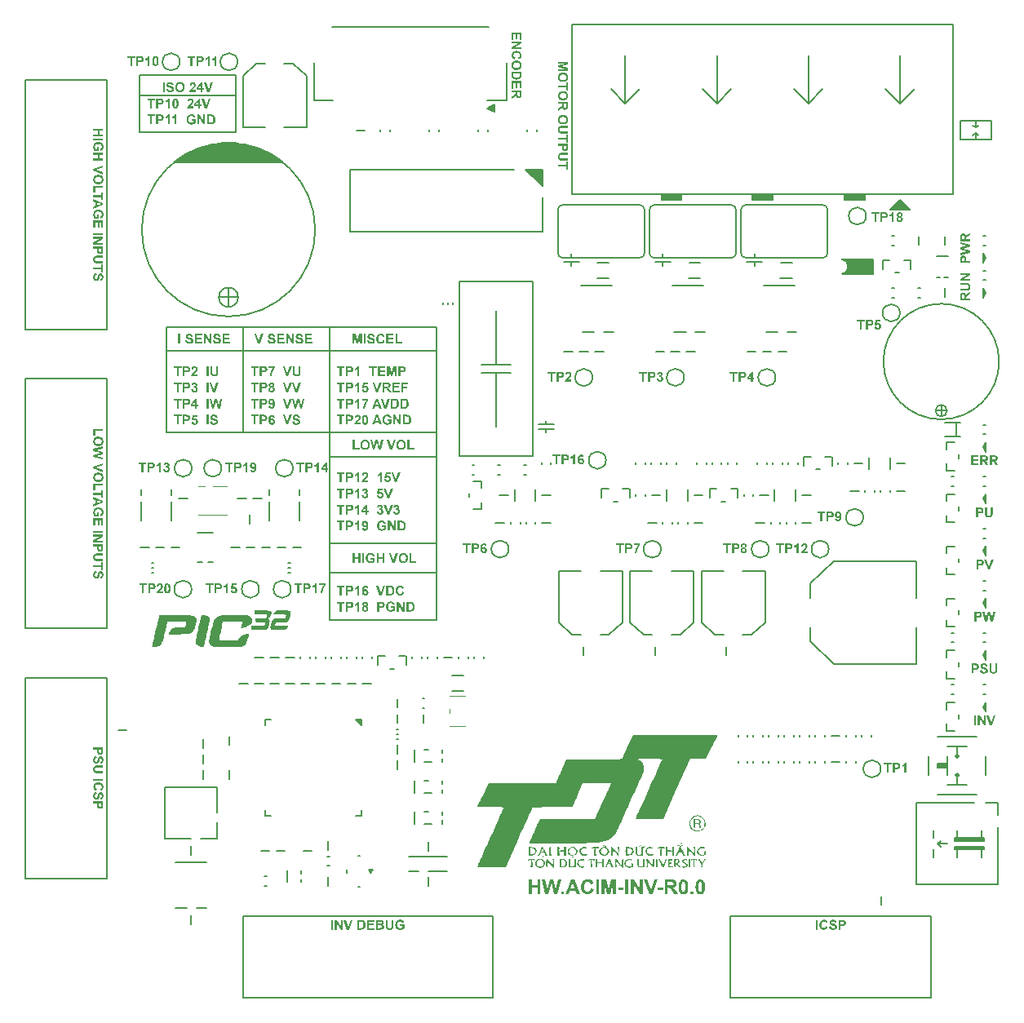
<source format=gbr>
%TF.GenerationSoftware,KiCad,Pcbnew,8.0.2*%
%TF.CreationDate,2024-05-14T20:48:52+07:00*%
%TF.ProjectId,HW.ACIM-INV,48572e41-4349-44d2-9d49-4e562e6b6963,0.0*%
%TF.SameCoordinates,Original*%
%TF.FileFunction,Legend,Top*%
%TF.FilePolarity,Positive*%
%FSLAX46Y46*%
G04 Gerber Fmt 4.6, Leading zero omitted, Abs format (unit mm)*
G04 Created by KiCad (PCBNEW 8.0.2) date 2024-05-14 20:48:52*
%MOMM*%
%LPD*%
G01*
G04 APERTURE LIST*
%ADD10C,0.154000*%
%ADD11C,0.200000*%
%ADD12C,0.277000*%
%ADD13C,0.100000*%
%ADD14C,0.000000*%
G04 APERTURE END LIST*
D10*
X122925000Y-91950000D02*
X133975000Y-91950000D01*
X106000000Y-72000000D02*
X134000000Y-72000000D01*
X122975000Y-95000000D02*
X134025000Y-95000000D01*
X103245000Y-45475000D02*
X113245000Y-45475000D01*
X122950000Y-83000000D02*
X134000000Y-83000000D01*
D11*
G36*
X143609124Y-128372600D02*
G01*
X143609124Y-126848524D01*
X143913939Y-126848524D01*
X143913939Y-127458154D01*
X144511846Y-127458154D01*
X144511846Y-126848524D01*
X144816661Y-126848524D01*
X144816661Y-128372600D01*
X144511846Y-128372600D01*
X144511846Y-127716075D01*
X143913939Y-127716075D01*
X143913939Y-128372600D01*
X143609124Y-128372600D01*
G37*
G36*
X145337631Y-128372600D02*
G01*
X144977128Y-126848524D01*
X145289271Y-126848524D01*
X145516783Y-127895593D01*
X145793022Y-126848524D01*
X146155722Y-126848524D01*
X146420604Y-127913179D01*
X146652512Y-126848524D01*
X146959525Y-126848524D01*
X146592795Y-128372600D01*
X146269295Y-128372600D01*
X145968144Y-127233207D01*
X145668458Y-128372600D01*
X145337631Y-128372600D01*
G37*
G36*
X146986636Y-128372600D02*
G01*
X146986636Y-128091232D01*
X147276431Y-128091232D01*
X147276431Y-128372600D01*
X146986636Y-128372600D01*
G37*
G36*
X148934229Y-128372600D02*
G01*
X148602669Y-128372600D01*
X148470778Y-128020890D01*
X147866643Y-128020890D01*
X147742080Y-128372600D01*
X147418580Y-128372600D01*
X147653933Y-127762969D01*
X147960433Y-127762969D01*
X148372592Y-127762969D01*
X148164498Y-127223681D01*
X147960433Y-127762969D01*
X147653933Y-127762969D01*
X148006961Y-126848524D01*
X148329361Y-126848524D01*
X148934229Y-128372600D01*
G37*
G36*
X150053838Y-127786417D02*
G01*
X150349494Y-127880206D01*
X150325999Y-127955148D01*
X150298103Y-128023811D01*
X150258819Y-128097918D01*
X150213198Y-128162983D01*
X150161240Y-128219007D01*
X150123081Y-128251333D01*
X150060866Y-128292545D01*
X149992650Y-128325230D01*
X149918431Y-128349388D01*
X149838210Y-128365020D01*
X149751987Y-128372126D01*
X149721912Y-128372600D01*
X149648387Y-128369417D01*
X149561183Y-128356487D01*
X149479201Y-128333610D01*
X149402444Y-128300788D01*
X149330910Y-128258019D01*
X149264599Y-128205304D01*
X149227320Y-128168901D01*
X149171593Y-128101596D01*
X149125311Y-128026992D01*
X149088474Y-127945090D01*
X149065805Y-127874313D01*
X149049181Y-127798864D01*
X149038603Y-127718745D01*
X149034069Y-127633955D01*
X149033880Y-127612027D01*
X149036920Y-127521215D01*
X149046039Y-127435623D01*
X149061237Y-127355252D01*
X149082515Y-127280101D01*
X149109872Y-127210171D01*
X149152617Y-127130101D01*
X149204862Y-127058188D01*
X149228419Y-127031706D01*
X149292315Y-126972179D01*
X149362185Y-126922742D01*
X149438031Y-126883393D01*
X149519851Y-126854134D01*
X149607646Y-126834964D01*
X149682184Y-126826893D01*
X149740597Y-126825077D01*
X149824716Y-126829316D01*
X149903736Y-126842035D01*
X149977658Y-126863234D01*
X150046482Y-126892911D01*
X150110208Y-126931068D01*
X150168835Y-126977705D01*
X150190858Y-126998733D01*
X150239127Y-127055795D01*
X150280984Y-127124030D01*
X150312350Y-127192902D01*
X150338807Y-127270330D01*
X150345464Y-127294023D01*
X150043580Y-127340918D01*
X150018310Y-127264737D01*
X149979273Y-127200418D01*
X149931839Y-127152240D01*
X149869075Y-127112818D01*
X149797652Y-127089759D01*
X149725209Y-127082997D01*
X149645250Y-127090462D01*
X149573168Y-127112856D01*
X149508963Y-127150179D01*
X149452634Y-127202432D01*
X149406953Y-127271423D01*
X149377689Y-127347005D01*
X149360558Y-127423091D01*
X149350770Y-127509610D01*
X149348221Y-127589679D01*
X149350734Y-127674419D01*
X149358274Y-127751180D01*
X149373958Y-127832762D01*
X149396880Y-127902855D01*
X149432771Y-127970109D01*
X149451169Y-127994145D01*
X149506513Y-128046879D01*
X149569596Y-128084546D01*
X149640419Y-128107146D01*
X149718981Y-128114679D01*
X149798578Y-128105328D01*
X149870122Y-128077276D01*
X149928175Y-128035544D01*
X149978071Y-127977212D01*
X150014718Y-127909541D01*
X150040724Y-127837321D01*
X150053838Y-127786417D01*
G37*
G36*
X150593493Y-128372600D02*
G01*
X150593493Y-126848524D01*
X150898308Y-126848524D01*
X150898308Y-128372600D01*
X150593493Y-128372600D01*
G37*
G36*
X151181874Y-128372600D02*
G01*
X151181874Y-126848524D01*
X151638364Y-126848524D01*
X151912404Y-127888266D01*
X152183514Y-126848524D01*
X152640736Y-126848524D01*
X152640736Y-128372600D01*
X152357537Y-128372600D01*
X152357537Y-127172757D01*
X152057484Y-128372600D01*
X151764027Y-128372600D01*
X151465073Y-127172757D01*
X151465073Y-128372600D01*
X151181874Y-128372600D01*
G37*
G36*
X152899023Y-127973995D02*
G01*
X152899023Y-127716075D01*
X153467987Y-127716075D01*
X153467987Y-127973995D01*
X152899023Y-127973995D01*
G37*
G36*
X153624058Y-128372600D02*
G01*
X153624058Y-126848524D01*
X153928873Y-126848524D01*
X153928873Y-128372600D01*
X153624058Y-128372600D01*
G37*
G36*
X154219766Y-128372600D02*
G01*
X154219766Y-126848524D01*
X154516521Y-126848524D01*
X155134578Y-127878374D01*
X155134578Y-126848524D01*
X155417777Y-126848524D01*
X155417777Y-128372600D01*
X155111863Y-128372600D01*
X154502966Y-127358137D01*
X154502966Y-128372600D01*
X154219766Y-128372600D01*
G37*
G36*
X156117167Y-128372600D02*
G01*
X155577146Y-126848524D01*
X155907973Y-126848524D01*
X156290091Y-127973995D01*
X156660119Y-126848524D01*
X156983618Y-126848524D01*
X156442865Y-128372600D01*
X156117167Y-128372600D01*
G37*
G36*
X156980321Y-127973995D02*
G01*
X156980321Y-127716075D01*
X157549285Y-127716075D01*
X157549285Y-127973995D01*
X156980321Y-127973995D01*
G37*
G36*
X158443634Y-126849967D02*
G01*
X158520459Y-126854294D01*
X158598302Y-126862990D01*
X158671724Y-126877736D01*
X158709194Y-126889557D01*
X158779562Y-126925343D01*
X158839540Y-126976281D01*
X158885049Y-127035736D01*
X158919825Y-127104422D01*
X158941721Y-127179048D01*
X158950737Y-127259612D01*
X158950994Y-127276438D01*
X158944743Y-127358595D01*
X158925990Y-127433242D01*
X158894735Y-127500378D01*
X158850977Y-127560004D01*
X158794946Y-127610722D01*
X158726505Y-127651137D01*
X158656438Y-127678047D01*
X158576869Y-127697068D01*
X158552390Y-127701054D01*
X158616284Y-127742444D01*
X158676605Y-127790658D01*
X158715422Y-127828915D01*
X158765034Y-127889334D01*
X158807750Y-127949371D01*
X158849709Y-128013024D01*
X158889079Y-128075844D01*
X159073726Y-128372600D01*
X158708828Y-128372600D01*
X158488276Y-128037376D01*
X158446790Y-127976776D01*
X158399609Y-127910040D01*
X158353706Y-127849225D01*
X158327442Y-127818657D01*
X158268493Y-127771338D01*
X158235851Y-127756375D01*
X158163479Y-127742748D01*
X158088861Y-127739538D01*
X158082345Y-127739522D01*
X158020429Y-127739522D01*
X158020429Y-128372600D01*
X157715614Y-128372600D01*
X157715614Y-127481602D01*
X158020429Y-127481602D01*
X158246110Y-127481602D01*
X158322608Y-127480970D01*
X158397205Y-127478639D01*
X158476403Y-127472328D01*
X158520150Y-127463650D01*
X158583953Y-127426168D01*
X158605513Y-127401001D01*
X158633613Y-127329485D01*
X158636654Y-127289993D01*
X158623787Y-127215070D01*
X158595987Y-127169459D01*
X158535814Y-127126960D01*
X158480949Y-127111574D01*
X158406852Y-127107727D01*
X158332570Y-127106690D01*
X158258566Y-127106445D01*
X158020429Y-127106445D01*
X158020429Y-127481602D01*
X157715614Y-127481602D01*
X157715614Y-126848524D01*
X158357484Y-126848524D01*
X158443634Y-126849967D01*
G37*
G36*
X159734321Y-126854050D02*
G01*
X159806432Y-126870626D01*
X159882096Y-126903933D01*
X159948644Y-126952281D01*
X159998430Y-127005694D01*
X160040859Y-127069830D01*
X160076096Y-127145915D01*
X160104142Y-127233949D01*
X160121402Y-127312981D01*
X160134058Y-127399661D01*
X160142113Y-127493988D01*
X160145133Y-127569752D01*
X160145708Y-127622652D01*
X160144404Y-127701173D01*
X160140492Y-127775443D01*
X160131218Y-127867858D01*
X160117308Y-127952717D01*
X160098761Y-128030020D01*
X160075577Y-128099767D01*
X160040076Y-128176324D01*
X159997331Y-128241075D01*
X159939025Y-128301459D01*
X159871498Y-128347013D01*
X159794749Y-128377735D01*
X159721625Y-128392263D01*
X159655513Y-128396047D01*
X159575807Y-128390070D01*
X159502104Y-128372142D01*
X159434402Y-128342260D01*
X159372703Y-128300426D01*
X159317005Y-128246639D01*
X159299773Y-128226054D01*
X159253955Y-128152943D01*
X159223014Y-128077711D01*
X159198657Y-127989474D01*
X159183911Y-127909521D01*
X159173378Y-127821244D01*
X159167058Y-127724644D01*
X159165083Y-127646732D01*
X159164965Y-127622652D01*
X159467934Y-127622652D01*
X159468587Y-127699422D01*
X159471095Y-127781133D01*
X159476397Y-127862104D01*
X159485590Y-127935709D01*
X159494679Y-127977659D01*
X159520745Y-128049697D01*
X159562090Y-128106253D01*
X159630028Y-128136134D01*
X159655513Y-128138126D01*
X159727916Y-128119785D01*
X159749302Y-128105520D01*
X159793609Y-128044726D01*
X159813050Y-127989016D01*
X159827572Y-127916341D01*
X159835581Y-127843386D01*
X159840158Y-127769412D01*
X159842622Y-127684877D01*
X159843091Y-127622652D01*
X159842438Y-127545996D01*
X159839931Y-127464423D01*
X159834629Y-127383612D01*
X159825436Y-127310190D01*
X159816347Y-127268378D01*
X159790210Y-127196019D01*
X159748569Y-127139051D01*
X159680975Y-127108482D01*
X159655513Y-127106445D01*
X159583110Y-127124786D01*
X159561724Y-127139051D01*
X159517416Y-127199845D01*
X159497976Y-127255555D01*
X159483454Y-127328733D01*
X159475445Y-127401917D01*
X159470868Y-127475977D01*
X159468404Y-127560496D01*
X159467934Y-127622652D01*
X159164965Y-127622652D01*
X159164951Y-127619721D01*
X159166255Y-127541593D01*
X159170168Y-127467677D01*
X159179441Y-127375674D01*
X159193352Y-127291158D01*
X159211899Y-127214130D01*
X159235083Y-127144589D01*
X159270583Y-127068193D01*
X159313329Y-127003496D01*
X159371652Y-126943112D01*
X159439232Y-126897558D01*
X159516068Y-126866836D01*
X159589295Y-126852308D01*
X159655513Y-126848524D01*
X159734321Y-126854050D01*
G37*
G36*
X160395569Y-128372600D02*
G01*
X160395569Y-128091232D01*
X160685363Y-128091232D01*
X160685363Y-128372600D01*
X160395569Y-128372600D01*
G37*
G36*
X161485543Y-126854050D02*
G01*
X161557653Y-126870626D01*
X161633318Y-126903933D01*
X161699866Y-126952281D01*
X161749651Y-127005694D01*
X161792080Y-127069830D01*
X161827317Y-127145915D01*
X161855364Y-127233949D01*
X161872623Y-127312981D01*
X161885280Y-127399661D01*
X161893334Y-127493988D01*
X161896354Y-127569752D01*
X161896930Y-127622652D01*
X161895625Y-127701173D01*
X161891713Y-127775443D01*
X161882440Y-127867858D01*
X161868529Y-127952717D01*
X161849982Y-128030020D01*
X161826798Y-128099767D01*
X161791297Y-128176324D01*
X161748552Y-128241075D01*
X161690246Y-128301459D01*
X161622719Y-128347013D01*
X161545970Y-128377735D01*
X161472846Y-128392263D01*
X161406734Y-128396047D01*
X161327028Y-128390070D01*
X161253325Y-128372142D01*
X161185623Y-128342260D01*
X161123924Y-128300426D01*
X161068226Y-128246639D01*
X161050994Y-128226054D01*
X161005176Y-128152943D01*
X160974235Y-128077711D01*
X160949878Y-127989474D01*
X160935132Y-127909521D01*
X160924599Y-127821244D01*
X160918279Y-127724644D01*
X160916304Y-127646732D01*
X160916186Y-127622652D01*
X161219156Y-127622652D01*
X161219809Y-127699422D01*
X161222316Y-127781133D01*
X161227618Y-127862104D01*
X161236811Y-127935709D01*
X161245900Y-127977659D01*
X161271966Y-128049697D01*
X161313311Y-128106253D01*
X161381249Y-128136134D01*
X161406734Y-128138126D01*
X161479137Y-128119785D01*
X161500523Y-128105520D01*
X161544831Y-128044726D01*
X161564271Y-127989016D01*
X161578793Y-127916341D01*
X161586802Y-127843386D01*
X161591379Y-127769412D01*
X161593843Y-127684877D01*
X161594313Y-127622652D01*
X161593660Y-127545996D01*
X161591152Y-127464423D01*
X161585850Y-127383612D01*
X161576657Y-127310190D01*
X161567568Y-127268378D01*
X161541432Y-127196019D01*
X161499791Y-127139051D01*
X161432196Y-127108482D01*
X161406734Y-127106445D01*
X161334331Y-127124786D01*
X161312945Y-127139051D01*
X161268638Y-127199845D01*
X161249197Y-127255555D01*
X161234675Y-127328733D01*
X161226666Y-127401917D01*
X161222089Y-127475977D01*
X161219625Y-127560496D01*
X161219156Y-127622652D01*
X160916186Y-127622652D01*
X160916172Y-127619721D01*
X160917476Y-127541593D01*
X160921389Y-127467677D01*
X160930662Y-127375674D01*
X160944573Y-127291158D01*
X160963120Y-127214130D01*
X160986304Y-127144589D01*
X161021804Y-127068193D01*
X161064550Y-127003496D01*
X161122873Y-126943112D01*
X161190453Y-126897558D01*
X161267290Y-126866836D01*
X161340517Y-126852308D01*
X161406734Y-126848524D01*
X161485543Y-126854050D01*
G37*
G36*
X105646570Y-45125000D02*
G01*
X105646570Y-44108949D01*
X105849780Y-44108949D01*
X105849780Y-45125000D01*
X105646570Y-45125000D01*
G37*
G36*
X105989975Y-44796737D02*
G01*
X106187812Y-44781106D01*
X106200739Y-44831453D01*
X106221900Y-44877879D01*
X106253443Y-44917376D01*
X106260108Y-44923255D01*
X106302223Y-44949119D01*
X106353344Y-44964248D01*
X106407630Y-44968684D01*
X106459034Y-44965458D01*
X106507177Y-44954305D01*
X106552480Y-44930405D01*
X106555642Y-44927896D01*
X106589702Y-44889374D01*
X106605029Y-44842290D01*
X106605467Y-44832152D01*
X106592647Y-44783608D01*
X106584462Y-44772313D01*
X106543535Y-44742670D01*
X106511434Y-44729326D01*
X106462580Y-44714380D01*
X106412758Y-44700722D01*
X106364043Y-44687910D01*
X106348524Y-44683897D01*
X106299841Y-44670404D01*
X106247703Y-44653047D01*
X106202417Y-44634420D01*
X106158243Y-44611082D01*
X106119180Y-44582292D01*
X106083015Y-44543769D01*
X106055734Y-44501716D01*
X106037334Y-44456133D01*
X106027817Y-44407021D01*
X106026367Y-44377372D01*
X106031504Y-44325158D01*
X106046916Y-44275310D01*
X106069842Y-44232048D01*
X106100912Y-44192783D01*
X106139471Y-44159862D01*
X106185519Y-44133287D01*
X106195628Y-44128733D01*
X106244593Y-44111613D01*
X106292594Y-44101099D01*
X106344809Y-44095012D01*
X106393953Y-44093318D01*
X106450892Y-44095399D01*
X106503251Y-44101642D01*
X106551031Y-44112047D01*
X106602322Y-44130028D01*
X106647019Y-44154002D01*
X106679228Y-44178558D01*
X106716863Y-44218574D01*
X106745780Y-44264037D01*
X106765977Y-44314945D01*
X106776350Y-44362916D01*
X106780101Y-44405949D01*
X106576646Y-44405949D01*
X106562713Y-44355654D01*
X106535779Y-44311996D01*
X106520715Y-44298237D01*
X106474873Y-44275697D01*
X106422483Y-44266424D01*
X106391755Y-44265265D01*
X106340216Y-44268747D01*
X106292118Y-44280622D01*
X106253025Y-44300924D01*
X106223335Y-44342003D01*
X106220785Y-44362473D01*
X106237821Y-44409231D01*
X106251071Y-44422313D01*
X106295321Y-44446779D01*
X106342032Y-44463815D01*
X106394200Y-44479197D01*
X106437916Y-44490457D01*
X106490882Y-44504064D01*
X106538403Y-44517774D01*
X106586964Y-44533899D01*
X106633390Y-44552500D01*
X106657491Y-44564218D01*
X106698883Y-44590422D01*
X106737418Y-44625472D01*
X106768621Y-44667044D01*
X106791566Y-44715486D01*
X106804159Y-44765784D01*
X106808764Y-44816152D01*
X106808921Y-44828000D01*
X106804223Y-44881271D01*
X106790126Y-44932395D01*
X106766632Y-44981372D01*
X106760806Y-44990910D01*
X106730591Y-45030546D01*
X106694079Y-45064000D01*
X106651268Y-45091271D01*
X106624762Y-45103750D01*
X106578097Y-45119886D01*
X106526027Y-45131411D01*
X106476033Y-45137714D01*
X106421902Y-45140487D01*
X106405676Y-45140631D01*
X106348154Y-45138490D01*
X106294961Y-45132068D01*
X106246097Y-45121365D01*
X106193174Y-45102869D01*
X106146486Y-45078208D01*
X106112341Y-45052948D01*
X106076858Y-45017150D01*
X106047162Y-44975702D01*
X106023254Y-44928604D01*
X106005133Y-44875857D01*
X105994454Y-44827584D01*
X105989975Y-44796737D01*
G37*
G36*
X107474556Y-44095489D02*
G01*
X107526064Y-44102004D01*
X107574787Y-44112861D01*
X107631772Y-44132540D01*
X107684405Y-44159005D01*
X107732685Y-44192255D01*
X107776612Y-44232292D01*
X107815100Y-44278299D01*
X107847065Y-44329612D01*
X107867940Y-44374484D01*
X107884640Y-44422753D01*
X107897165Y-44474418D01*
X107905515Y-44529479D01*
X107909690Y-44587937D01*
X107910212Y-44618440D01*
X107908140Y-44678077D01*
X107901923Y-44734379D01*
X107891562Y-44787345D01*
X107877056Y-44836976D01*
X107858406Y-44883272D01*
X107829265Y-44936450D01*
X107793648Y-44984418D01*
X107777588Y-45002145D01*
X107733967Y-45042041D01*
X107685993Y-45075175D01*
X107633665Y-45101547D01*
X107576985Y-45121156D01*
X107528507Y-45131976D01*
X107477242Y-45138467D01*
X107423192Y-45140631D01*
X107368455Y-45138479D01*
X107316595Y-45132021D01*
X107267613Y-45121260D01*
X107210432Y-45101753D01*
X107157747Y-45075521D01*
X107109558Y-45042563D01*
X107065865Y-45002878D01*
X107027658Y-44957220D01*
X106995926Y-44906493D01*
X106970671Y-44850697D01*
X106955129Y-44802412D01*
X106943732Y-44750882D01*
X106936479Y-44696109D01*
X106933370Y-44638092D01*
X106933241Y-44623080D01*
X106933437Y-44616242D01*
X107142801Y-44616242D01*
X107144727Y-44668388D01*
X107152123Y-44725563D01*
X107165066Y-44776849D01*
X107183556Y-44822244D01*
X107212139Y-44867759D01*
X107221692Y-44879291D01*
X107258347Y-44914123D01*
X107305219Y-44943455D01*
X107357403Y-44961613D01*
X107407421Y-44968335D01*
X107422459Y-44968684D01*
X107473582Y-44964442D01*
X107526884Y-44949203D01*
X107574721Y-44922882D01*
X107612096Y-44890760D01*
X107622006Y-44880024D01*
X107652365Y-44836886D01*
X107675267Y-44785262D01*
X107688963Y-44734261D01*
X107697180Y-44677025D01*
X107699843Y-44624566D01*
X107699919Y-44613555D01*
X107698065Y-44560859D01*
X107690944Y-44503386D01*
X107678481Y-44452198D01*
X107657192Y-44400423D01*
X107628633Y-44357203D01*
X107623960Y-44351727D01*
X107588355Y-44318037D01*
X107541853Y-44289667D01*
X107489154Y-44272104D01*
X107437958Y-44265602D01*
X107422459Y-44265265D01*
X107369766Y-44269449D01*
X107321747Y-44282001D01*
X107272593Y-44306593D01*
X107229546Y-44342115D01*
X107219738Y-44352704D01*
X107189760Y-44395201D01*
X107167145Y-44446183D01*
X107153621Y-44496635D01*
X107145506Y-44553321D01*
X107142876Y-44605322D01*
X107142801Y-44616242D01*
X106933437Y-44616242D01*
X106934855Y-44566846D01*
X106939698Y-44514099D01*
X106947770Y-44464837D01*
X106961267Y-44411771D01*
X106979159Y-44363450D01*
X107003115Y-44316634D01*
X107031938Y-44272966D01*
X107065626Y-44232446D01*
X107072948Y-44224720D01*
X107111268Y-44189353D01*
X107151735Y-44160187D01*
X107198728Y-44135267D01*
X107203129Y-44133374D01*
X107252054Y-44115849D01*
X107304551Y-44103332D01*
X107353416Y-44096486D01*
X107405016Y-44093474D01*
X107420261Y-44093318D01*
X107474556Y-44095489D01*
G37*
G36*
X109061085Y-44937421D02*
G01*
X109061085Y-45125000D01*
X108384288Y-45125000D01*
X108392531Y-45075235D01*
X108406270Y-45026814D01*
X108425504Y-44979736D01*
X108450233Y-44934002D01*
X108479407Y-44891648D01*
X108512580Y-44850861D01*
X108545983Y-44813711D01*
X108584622Y-44773686D01*
X108628496Y-44730788D01*
X108667365Y-44694399D01*
X108705731Y-44658597D01*
X108745252Y-44620655D01*
X108782375Y-44583314D01*
X108815884Y-44546260D01*
X108827588Y-44531001D01*
X108851849Y-44486694D01*
X108865495Y-44439159D01*
X108867400Y-44413764D01*
X108860762Y-44363428D01*
X108836917Y-44319755D01*
X108832718Y-44315334D01*
X108788423Y-44288463D01*
X108736974Y-44280896D01*
X108685662Y-44288839D01*
X108642996Y-44314820D01*
X108640743Y-44317044D01*
X108613913Y-44361452D01*
X108601955Y-44412124D01*
X108599466Y-44437212D01*
X108407002Y-44418161D01*
X108414140Y-44368772D01*
X108427444Y-44315535D01*
X108445916Y-44268875D01*
X108474001Y-44222751D01*
X108509122Y-44185580D01*
X108514713Y-44181001D01*
X108556626Y-44152926D01*
X108602863Y-44131747D01*
X108653424Y-44117463D01*
X108708310Y-44110075D01*
X108741615Y-44108949D01*
X108795244Y-44111766D01*
X108844392Y-44120215D01*
X108896065Y-44137192D01*
X108941637Y-44161835D01*
X108975844Y-44189061D01*
X109009058Y-44225885D01*
X109037027Y-44272577D01*
X109054342Y-44324185D01*
X109060752Y-44373374D01*
X109061085Y-44388119D01*
X109057650Y-44437967D01*
X109047346Y-44486030D01*
X109036660Y-44517079D01*
X109014358Y-44563733D01*
X108986914Y-44608008D01*
X108959480Y-44645307D01*
X108925202Y-44684141D01*
X108889125Y-44720480D01*
X108849596Y-44757971D01*
X108832962Y-44773290D01*
X108796200Y-44807063D01*
X108758346Y-44842655D01*
X108722358Y-44878512D01*
X108717191Y-44884176D01*
X108686875Y-44922742D01*
X108677623Y-44937421D01*
X109061085Y-44937421D01*
G37*
G36*
X109753025Y-44749842D02*
G01*
X109878077Y-44749842D01*
X109878077Y-44921789D01*
X109753025Y-44921789D01*
X109753025Y-45125000D01*
X109566179Y-45125000D01*
X109566179Y-44921789D01*
X109154141Y-44921789D01*
X109154141Y-44750575D01*
X109154653Y-44749842D01*
X109334881Y-44749842D01*
X109566179Y-44749842D01*
X109566179Y-44418649D01*
X109334881Y-44749842D01*
X109154653Y-44749842D01*
X109591092Y-44124581D01*
X109753025Y-44124581D01*
X109753025Y-44749842D01*
G37*
G36*
X110265935Y-45125000D02*
G01*
X109905921Y-44108949D01*
X110126472Y-44108949D01*
X110381217Y-44859263D01*
X110627903Y-44108949D01*
X110843569Y-44108949D01*
X110483066Y-45125000D01*
X110265935Y-45125000D01*
G37*
G36*
X104323995Y-46805000D02*
G01*
X104323995Y-45960896D01*
X104025286Y-45960896D01*
X104025286Y-45788949D01*
X104825425Y-45788949D01*
X104825425Y-45960896D01*
X104527449Y-45960896D01*
X104527449Y-46805000D01*
X104323995Y-46805000D01*
G37*
G36*
X105333343Y-45789319D02*
G01*
X105390816Y-45790739D01*
X105446365Y-45793741D01*
X105499581Y-45799730D01*
X105520296Y-45804092D01*
X105566827Y-45820944D01*
X105608876Y-45846218D01*
X105646443Y-45879917D01*
X105665376Y-45902278D01*
X105693594Y-45948365D01*
X105710924Y-45995202D01*
X105720957Y-46047565D01*
X105723750Y-46097916D01*
X105721084Y-46147530D01*
X105711868Y-46197218D01*
X105694126Y-46245264D01*
X105690045Y-46253255D01*
X105662224Y-46296703D01*
X105626349Y-46335168D01*
X105604560Y-46352173D01*
X105562167Y-46377354D01*
X105515791Y-46395547D01*
X105499047Y-46399801D01*
X105447188Y-46407400D01*
X105396531Y-46411453D01*
X105345519Y-46413521D01*
X105288265Y-46414211D01*
X105155642Y-46414211D01*
X105155642Y-46805000D01*
X104952187Y-46805000D01*
X104952187Y-46242264D01*
X105155642Y-46242264D01*
X105267016Y-46242264D01*
X105322124Y-46241302D01*
X105372222Y-46237921D01*
X105422349Y-46228740D01*
X105427728Y-46226877D01*
X105471539Y-46200468D01*
X105491231Y-46178028D01*
X105510961Y-46132309D01*
X105514190Y-46100847D01*
X105506130Y-46051571D01*
X105481950Y-46011699D01*
X105442801Y-45981774D01*
X105400129Y-45967735D01*
X105349857Y-45962826D01*
X105298395Y-45961223D01*
X105253827Y-45960896D01*
X105155642Y-45960896D01*
X105155642Y-46242264D01*
X104952187Y-46242264D01*
X104952187Y-45788949D01*
X105278496Y-45788949D01*
X105333343Y-45789319D01*
G37*
G36*
X106336556Y-46805000D02*
G01*
X106143604Y-46805000D01*
X106143604Y-46069829D01*
X106102614Y-46107638D01*
X106058962Y-46141567D01*
X106012649Y-46171615D01*
X105963673Y-46197781D01*
X105912036Y-46220067D01*
X105894232Y-46226632D01*
X105894232Y-46039054D01*
X105942689Y-46019696D01*
X105988503Y-45995013D01*
X106030979Y-45967299D01*
X106058363Y-45947219D01*
X106099213Y-45911864D01*
X106133101Y-45873702D01*
X106160029Y-45832730D01*
X106179996Y-45788949D01*
X106336556Y-45788949D01*
X106336556Y-46805000D01*
G37*
G36*
X107000190Y-45792633D02*
G01*
X107048264Y-45803684D01*
X107098707Y-45825888D01*
X107143072Y-45858121D01*
X107176263Y-45893729D01*
X107204548Y-45936486D01*
X107228040Y-45987210D01*
X107246738Y-46045899D01*
X107258244Y-46098587D01*
X107266682Y-46156374D01*
X107272051Y-46219258D01*
X107274065Y-46269768D01*
X107274448Y-46305034D01*
X107273579Y-46357382D01*
X107270971Y-46406895D01*
X107264788Y-46468505D01*
X107255515Y-46525078D01*
X107243150Y-46576613D01*
X107227694Y-46623111D01*
X107204027Y-46674149D01*
X107175530Y-46717316D01*
X107136659Y-46757573D01*
X107091641Y-46787942D01*
X107040475Y-46808423D01*
X106991726Y-46818109D01*
X106947651Y-46820631D01*
X106894514Y-46816647D01*
X106845378Y-46804694D01*
X106800244Y-46784773D01*
X106759111Y-46756884D01*
X106721979Y-46721026D01*
X106710491Y-46707302D01*
X106679946Y-46658562D01*
X106659319Y-46608407D01*
X106643080Y-46549583D01*
X106633250Y-46496280D01*
X106626228Y-46437429D01*
X106622015Y-46373029D01*
X106620698Y-46321088D01*
X106620620Y-46305034D01*
X106822599Y-46305034D01*
X106823034Y-46356214D01*
X106824706Y-46410688D01*
X106828240Y-46464669D01*
X106834369Y-46513739D01*
X106840429Y-46541706D01*
X106857806Y-46589731D01*
X106885369Y-46627435D01*
X106930661Y-46647356D01*
X106947651Y-46648684D01*
X106995920Y-46636457D01*
X107010177Y-46626946D01*
X107039716Y-46586417D01*
X107052676Y-46549277D01*
X107062357Y-46500827D01*
X107067697Y-46452191D01*
X107070748Y-46402875D01*
X107072391Y-46346518D01*
X107072704Y-46305034D01*
X107072268Y-46253931D01*
X107070597Y-46199548D01*
X107067062Y-46145675D01*
X107060933Y-46096727D01*
X107054874Y-46068852D01*
X107037450Y-46020613D01*
X107009689Y-45982634D01*
X106964626Y-45962255D01*
X106947651Y-45960896D01*
X106899383Y-45973124D01*
X106885125Y-45982634D01*
X106855587Y-46023163D01*
X106842627Y-46060303D01*
X106832945Y-46109088D01*
X106827606Y-46157878D01*
X106824555Y-46207251D01*
X106822912Y-46263597D01*
X106822599Y-46305034D01*
X106620620Y-46305034D01*
X106620610Y-46303080D01*
X106621480Y-46250995D01*
X106624088Y-46201718D01*
X106630270Y-46140382D01*
X106639544Y-46084039D01*
X106651908Y-46032686D01*
X106667364Y-45986326D01*
X106691031Y-45935395D01*
X106719528Y-45892264D01*
X106758411Y-45852008D01*
X106803464Y-45821639D01*
X106854688Y-45801157D01*
X106903506Y-45791472D01*
X106947651Y-45788949D01*
X107000190Y-45792633D01*
G37*
G36*
X108829542Y-46617421D02*
G01*
X108829542Y-46805000D01*
X108152745Y-46805000D01*
X108160989Y-46755235D01*
X108174727Y-46706814D01*
X108193961Y-46659736D01*
X108218691Y-46614002D01*
X108247864Y-46571648D01*
X108281038Y-46530861D01*
X108314441Y-46493711D01*
X108353080Y-46453686D01*
X108396954Y-46410788D01*
X108435823Y-46374399D01*
X108474189Y-46338597D01*
X108513710Y-46300655D01*
X108550833Y-46263314D01*
X108584342Y-46226260D01*
X108596046Y-46211001D01*
X108620306Y-46166694D01*
X108633953Y-46119159D01*
X108635858Y-46093764D01*
X108629219Y-46043428D01*
X108605375Y-45999755D01*
X108601175Y-45995334D01*
X108556881Y-45968463D01*
X108505432Y-45960896D01*
X108454120Y-45968839D01*
X108411454Y-45994820D01*
X108409200Y-45997044D01*
X108382371Y-46041452D01*
X108370412Y-46092124D01*
X108367923Y-46117212D01*
X108175460Y-46098161D01*
X108182598Y-46048772D01*
X108195901Y-45995535D01*
X108214374Y-45948875D01*
X108242459Y-45902751D01*
X108277580Y-45865580D01*
X108283171Y-45861001D01*
X108325084Y-45832926D01*
X108371321Y-45811747D01*
X108421882Y-45797463D01*
X108476768Y-45790075D01*
X108510073Y-45788949D01*
X108563702Y-45791766D01*
X108612849Y-45800215D01*
X108664523Y-45817192D01*
X108710095Y-45841835D01*
X108744302Y-45869061D01*
X108777516Y-45905885D01*
X108805485Y-45952577D01*
X108822800Y-46004185D01*
X108829209Y-46053374D01*
X108829542Y-46068119D01*
X108826108Y-46117967D01*
X108815804Y-46166030D01*
X108805118Y-46197079D01*
X108782816Y-46243733D01*
X108755372Y-46288008D01*
X108727937Y-46325307D01*
X108693659Y-46364141D01*
X108657583Y-46400480D01*
X108618053Y-46437971D01*
X108601420Y-46453290D01*
X108564658Y-46487063D01*
X108526803Y-46522655D01*
X108490816Y-46558512D01*
X108485648Y-46564176D01*
X108455333Y-46602742D01*
X108446081Y-46617421D01*
X108829542Y-46617421D01*
G37*
G36*
X109521482Y-46429842D02*
G01*
X109646535Y-46429842D01*
X109646535Y-46601789D01*
X109521482Y-46601789D01*
X109521482Y-46805000D01*
X109334637Y-46805000D01*
X109334637Y-46601789D01*
X108922599Y-46601789D01*
X108922599Y-46430575D01*
X108923111Y-46429842D01*
X109103339Y-46429842D01*
X109334637Y-46429842D01*
X109334637Y-46098649D01*
X109103339Y-46429842D01*
X108923111Y-46429842D01*
X109359549Y-45804581D01*
X109521482Y-45804581D01*
X109521482Y-46429842D01*
G37*
G36*
X110034392Y-46805000D02*
G01*
X109674378Y-45788949D01*
X109894930Y-45788949D01*
X110149675Y-46539263D01*
X110396360Y-45788949D01*
X110612027Y-45788949D01*
X110251524Y-46805000D01*
X110034392Y-46805000D01*
G37*
G36*
X104323995Y-48485000D02*
G01*
X104323995Y-47640896D01*
X104025286Y-47640896D01*
X104025286Y-47468949D01*
X104825425Y-47468949D01*
X104825425Y-47640896D01*
X104527449Y-47640896D01*
X104527449Y-48485000D01*
X104323995Y-48485000D01*
G37*
G36*
X105333343Y-47469319D02*
G01*
X105390816Y-47470739D01*
X105446365Y-47473741D01*
X105499581Y-47479730D01*
X105520296Y-47484092D01*
X105566827Y-47500944D01*
X105608876Y-47526218D01*
X105646443Y-47559917D01*
X105665376Y-47582278D01*
X105693594Y-47628365D01*
X105710924Y-47675202D01*
X105720957Y-47727565D01*
X105723750Y-47777916D01*
X105721084Y-47827530D01*
X105711868Y-47877218D01*
X105694126Y-47925264D01*
X105690045Y-47933255D01*
X105662224Y-47976703D01*
X105626349Y-48015168D01*
X105604560Y-48032173D01*
X105562167Y-48057354D01*
X105515791Y-48075547D01*
X105499047Y-48079801D01*
X105447188Y-48087400D01*
X105396531Y-48091453D01*
X105345519Y-48093521D01*
X105288265Y-48094211D01*
X105155642Y-48094211D01*
X105155642Y-48485000D01*
X104952187Y-48485000D01*
X104952187Y-47922264D01*
X105155642Y-47922264D01*
X105267016Y-47922264D01*
X105322124Y-47921302D01*
X105372222Y-47917921D01*
X105422349Y-47908740D01*
X105427728Y-47906877D01*
X105471539Y-47880468D01*
X105491231Y-47858028D01*
X105510961Y-47812309D01*
X105514190Y-47780847D01*
X105506130Y-47731571D01*
X105481950Y-47691699D01*
X105442801Y-47661774D01*
X105400129Y-47647735D01*
X105349857Y-47642826D01*
X105298395Y-47641223D01*
X105253827Y-47640896D01*
X105155642Y-47640896D01*
X105155642Y-47922264D01*
X104952187Y-47922264D01*
X104952187Y-47468949D01*
X105278496Y-47468949D01*
X105333343Y-47469319D01*
G37*
G36*
X106336556Y-48485000D02*
G01*
X106143604Y-48485000D01*
X106143604Y-47749829D01*
X106102614Y-47787638D01*
X106058962Y-47821567D01*
X106012649Y-47851615D01*
X105963673Y-47877781D01*
X105912036Y-47900067D01*
X105894232Y-47906632D01*
X105894232Y-47719054D01*
X105942689Y-47699696D01*
X105988503Y-47675013D01*
X106030979Y-47647299D01*
X106058363Y-47627219D01*
X106099213Y-47591864D01*
X106133101Y-47553702D01*
X106160029Y-47512730D01*
X106179996Y-47468949D01*
X106336556Y-47468949D01*
X106336556Y-48485000D01*
G37*
G36*
X107038021Y-48485000D02*
G01*
X106845069Y-48485000D01*
X106845069Y-47749829D01*
X106804079Y-47787638D01*
X106760428Y-47821567D01*
X106714114Y-47851615D01*
X106665139Y-47877781D01*
X106613501Y-47900067D01*
X106595697Y-47906632D01*
X106595697Y-47719054D01*
X106644155Y-47699696D01*
X106689969Y-47675013D01*
X106732444Y-47647299D01*
X106759829Y-47627219D01*
X106800678Y-47591864D01*
X106834567Y-47553702D01*
X106861495Y-47512730D01*
X106881461Y-47468949D01*
X107038021Y-47468949D01*
X107038021Y-48485000D01*
G37*
G36*
X108611434Y-48109842D02*
G01*
X108611434Y-47937896D01*
X109049849Y-47937896D01*
X109049849Y-48346270D01*
X109009333Y-48379594D01*
X108965728Y-48407270D01*
X108921714Y-48429984D01*
X108872229Y-48451295D01*
X108864713Y-48454225D01*
X108811561Y-48472307D01*
X108758104Y-48485948D01*
X108704344Y-48495148D01*
X108650280Y-48499906D01*
X108619249Y-48500631D01*
X108561415Y-48498287D01*
X108506432Y-48491254D01*
X108454300Y-48479534D01*
X108405018Y-48463125D01*
X108358587Y-48442027D01*
X108343743Y-48433953D01*
X108301740Y-48406939D01*
X108263842Y-48375907D01*
X108224814Y-48334624D01*
X108195808Y-48294885D01*
X108170907Y-48251127D01*
X108167156Y-48243443D01*
X108147069Y-48196151D01*
X108131138Y-48147330D01*
X108119362Y-48096981D01*
X108111743Y-48045103D01*
X108108280Y-47991697D01*
X108108049Y-47973555D01*
X108110367Y-47915449D01*
X108117323Y-47859833D01*
X108128915Y-47806708D01*
X108145143Y-47756072D01*
X108166009Y-47707927D01*
X108173995Y-47692431D01*
X108200871Y-47648287D01*
X108232040Y-47608179D01*
X108267503Y-47572107D01*
X108307260Y-47540070D01*
X108351309Y-47512069D01*
X108366946Y-47503632D01*
X108418375Y-47481619D01*
X108468208Y-47467518D01*
X108522553Y-47458231D01*
X108572725Y-47454104D01*
X108608014Y-47453318D01*
X108664623Y-47455345D01*
X108717213Y-47461427D01*
X108765783Y-47471564D01*
X108818763Y-47489081D01*
X108865955Y-47512437D01*
X108900861Y-47536360D01*
X108937784Y-47569734D01*
X108969417Y-47607572D01*
X108995761Y-47649876D01*
X109016816Y-47696645D01*
X109032581Y-47747878D01*
X109036660Y-47765949D01*
X108834672Y-47797212D01*
X108817718Y-47750715D01*
X108790583Y-47707117D01*
X108754560Y-47671427D01*
X108710797Y-47645145D01*
X108660107Y-47629773D01*
X108608014Y-47625265D01*
X108552289Y-47629367D01*
X108501799Y-47641674D01*
X108456545Y-47662185D01*
X108416528Y-47690901D01*
X108396011Y-47710994D01*
X108365367Y-47752379D01*
X108342249Y-47801735D01*
X108328425Y-47850384D01*
X108320130Y-47904889D01*
X108317442Y-47954784D01*
X108317365Y-47965251D01*
X108319309Y-48019819D01*
X108325141Y-48069951D01*
X108337271Y-48124253D01*
X108355000Y-48172166D01*
X108382759Y-48219991D01*
X108396988Y-48237826D01*
X108434291Y-48273229D01*
X108476316Y-48299936D01*
X108523062Y-48317948D01*
X108574530Y-48327264D01*
X108606060Y-48328684D01*
X108657936Y-48324452D01*
X108705964Y-48313031D01*
X108734043Y-48303039D01*
X108779679Y-48282259D01*
X108823381Y-48256259D01*
X108844441Y-48240757D01*
X108844441Y-48109842D01*
X108611434Y-48109842D01*
G37*
G36*
X109233520Y-48485000D02*
G01*
X109233520Y-47468949D01*
X109431357Y-47468949D01*
X109843394Y-48155516D01*
X109843394Y-47468949D01*
X110032194Y-47468949D01*
X110032194Y-48485000D01*
X109828251Y-48485000D01*
X109422320Y-47808691D01*
X109422320Y-48485000D01*
X109233520Y-48485000D01*
G37*
G36*
X110664683Y-47469873D02*
G01*
X110717290Y-47473189D01*
X110767533Y-47479803D01*
X110804246Y-47488244D01*
X110851990Y-47506328D01*
X110895754Y-47530903D01*
X110935538Y-47561970D01*
X110955921Y-47582034D01*
X110989108Y-47622211D01*
X111017504Y-47667179D01*
X111041109Y-47716939D01*
X111052152Y-47746653D01*
X111066578Y-47798112D01*
X111075819Y-47847822D01*
X111081905Y-47901903D01*
X111084610Y-47951737D01*
X111085125Y-47986744D01*
X111083641Y-48039913D01*
X111079188Y-48089787D01*
X111070464Y-48142749D01*
X111057862Y-48191407D01*
X111054106Y-48202899D01*
X111036096Y-48249390D01*
X111011706Y-48297571D01*
X110983256Y-48340470D01*
X110950745Y-48378087D01*
X110946395Y-48382418D01*
X110905599Y-48415471D01*
X110860949Y-48440811D01*
X110814604Y-48459783D01*
X110803513Y-48463506D01*
X110751829Y-48475743D01*
X110701599Y-48481977D01*
X110650949Y-48484664D01*
X110623506Y-48485000D01*
X110240778Y-48485000D01*
X110240778Y-48313053D01*
X110444232Y-48313053D01*
X110595907Y-48313053D01*
X110648911Y-48311898D01*
X110700175Y-48307090D01*
X110719005Y-48303283D01*
X110766669Y-48285223D01*
X110800826Y-48261273D01*
X110830502Y-48221889D01*
X110850117Y-48175772D01*
X110854071Y-48163332D01*
X110865891Y-48110485D01*
X110871913Y-48058574D01*
X110874508Y-48005879D01*
X110874832Y-47977219D01*
X110873534Y-47921882D01*
X110868973Y-47867767D01*
X110860052Y-47817745D01*
X110854071Y-47796723D01*
X110834661Y-47750119D01*
X110805452Y-47707765D01*
X110796430Y-47698538D01*
X110754481Y-47668862D01*
X110705949Y-47651467D01*
X110702397Y-47650666D01*
X110649549Y-47643987D01*
X110599036Y-47641669D01*
X110543269Y-47640906D01*
X110535579Y-47640896D01*
X110444232Y-47640896D01*
X110444232Y-48313053D01*
X110240778Y-48313053D01*
X110240778Y-47468949D01*
X110612515Y-47468949D01*
X110664683Y-47469873D01*
G37*
D10*
X103245000Y-43375000D02*
X113245000Y-43375000D01*
X113245000Y-49275000D01*
X103245000Y-49275000D01*
X103245000Y-43375000D01*
D11*
G36*
X115498115Y-71250000D02*
G01*
X115138101Y-70233949D01*
X115358653Y-70233949D01*
X115613398Y-70984263D01*
X115860083Y-70233949D01*
X116075750Y-70233949D01*
X115715247Y-71250000D01*
X115498115Y-71250000D01*
G37*
G36*
X116511479Y-70921737D02*
G01*
X116709316Y-70906106D01*
X116722243Y-70956453D01*
X116743404Y-71002879D01*
X116774946Y-71042376D01*
X116781612Y-71048255D01*
X116823727Y-71074119D01*
X116874847Y-71089248D01*
X116929134Y-71093684D01*
X116980538Y-71090458D01*
X117028681Y-71079305D01*
X117073984Y-71055405D01*
X117077145Y-71052896D01*
X117111206Y-71014374D01*
X117126533Y-70967290D01*
X117126971Y-70957152D01*
X117114151Y-70908608D01*
X117105966Y-70897313D01*
X117065038Y-70867670D01*
X117032937Y-70854326D01*
X116984084Y-70839380D01*
X116934262Y-70825722D01*
X116885547Y-70812910D01*
X116870027Y-70808897D01*
X116821345Y-70795404D01*
X116769206Y-70778047D01*
X116723920Y-70759420D01*
X116679747Y-70736082D01*
X116640683Y-70707292D01*
X116604519Y-70668769D01*
X116577237Y-70626716D01*
X116558838Y-70581133D01*
X116549321Y-70532021D01*
X116547871Y-70502372D01*
X116553008Y-70450158D01*
X116568420Y-70400310D01*
X116591346Y-70357048D01*
X116622416Y-70317783D01*
X116660975Y-70284862D01*
X116707023Y-70258287D01*
X116717131Y-70253733D01*
X116766097Y-70236613D01*
X116814098Y-70226099D01*
X116866313Y-70220012D01*
X116915457Y-70218318D01*
X116972396Y-70220399D01*
X117024755Y-70226642D01*
X117072535Y-70237047D01*
X117123826Y-70255028D01*
X117168523Y-70279002D01*
X117200732Y-70303558D01*
X117238367Y-70343574D01*
X117267284Y-70389037D01*
X117287481Y-70439945D01*
X117297854Y-70487916D01*
X117301605Y-70530949D01*
X117098150Y-70530949D01*
X117084217Y-70480654D01*
X117057282Y-70436996D01*
X117042219Y-70423237D01*
X116996377Y-70400697D01*
X116943987Y-70391424D01*
X116913258Y-70390265D01*
X116861719Y-70393747D01*
X116813622Y-70405622D01*
X116774528Y-70425924D01*
X116744839Y-70467003D01*
X116742288Y-70487473D01*
X116759324Y-70534231D01*
X116772575Y-70547313D01*
X116816824Y-70571779D01*
X116863536Y-70588815D01*
X116915703Y-70604197D01*
X116959420Y-70615457D01*
X117012386Y-70629064D01*
X117059907Y-70642774D01*
X117108468Y-70658899D01*
X117154894Y-70677500D01*
X117178995Y-70689218D01*
X117220387Y-70715422D01*
X117258921Y-70750472D01*
X117290125Y-70792044D01*
X117313069Y-70840486D01*
X117325663Y-70890784D01*
X117330268Y-70941152D01*
X117330425Y-70953000D01*
X117325726Y-71006271D01*
X117311630Y-71057395D01*
X117288136Y-71106372D01*
X117282309Y-71115910D01*
X117252095Y-71155546D01*
X117215582Y-71189000D01*
X117172771Y-71216271D01*
X117146266Y-71228750D01*
X117099600Y-71244886D01*
X117047531Y-71256411D01*
X116997537Y-71262714D01*
X116943406Y-71265487D01*
X116927180Y-71265631D01*
X116869658Y-71263490D01*
X116816465Y-71257068D01*
X116767601Y-71246365D01*
X116714678Y-71227869D01*
X116667990Y-71203208D01*
X116633845Y-71177948D01*
X116598362Y-71142150D01*
X116568666Y-71100702D01*
X116544758Y-71053604D01*
X116526637Y-71000857D01*
X116515958Y-70952584D01*
X116511479Y-70921737D01*
G37*
G36*
X117496022Y-71250000D02*
G01*
X117496022Y-70233949D01*
X118242672Y-70233949D01*
X118242672Y-70405896D01*
X117699476Y-70405896D01*
X117699476Y-70624738D01*
X118205059Y-70624738D01*
X118205059Y-70796685D01*
X117699476Y-70796685D01*
X117699476Y-71078053D01*
X118261967Y-71078053D01*
X118261967Y-71250000D01*
X117496022Y-71250000D01*
G37*
G36*
X118431228Y-71250000D02*
G01*
X118431228Y-70233949D01*
X118629064Y-70233949D01*
X119041102Y-70920516D01*
X119041102Y-70233949D01*
X119229902Y-70233949D01*
X119229902Y-71250000D01*
X119025959Y-71250000D01*
X118620027Y-70573691D01*
X118620027Y-71250000D01*
X118431228Y-71250000D01*
G37*
G36*
X119387683Y-70921737D02*
G01*
X119585519Y-70906106D01*
X119598447Y-70956453D01*
X119619608Y-71002879D01*
X119651150Y-71042376D01*
X119657815Y-71048255D01*
X119699931Y-71074119D01*
X119751051Y-71089248D01*
X119805338Y-71093684D01*
X119856742Y-71090458D01*
X119904885Y-71079305D01*
X119950188Y-71055405D01*
X119953349Y-71052896D01*
X119987410Y-71014374D01*
X120002737Y-70967290D01*
X120003175Y-70957152D01*
X119990354Y-70908608D01*
X119982170Y-70897313D01*
X119941242Y-70867670D01*
X119909141Y-70854326D01*
X119860288Y-70839380D01*
X119810466Y-70825722D01*
X119761751Y-70812910D01*
X119746231Y-70808897D01*
X119697548Y-70795404D01*
X119645410Y-70778047D01*
X119600124Y-70759420D01*
X119555951Y-70736082D01*
X119516887Y-70707292D01*
X119480723Y-70668769D01*
X119453441Y-70626716D01*
X119435042Y-70581133D01*
X119425525Y-70532021D01*
X119424075Y-70502372D01*
X119429212Y-70450158D01*
X119444624Y-70400310D01*
X119467550Y-70357048D01*
X119498620Y-70317783D01*
X119537178Y-70284862D01*
X119583227Y-70258287D01*
X119593335Y-70253733D01*
X119642301Y-70236613D01*
X119690302Y-70226099D01*
X119742516Y-70220012D01*
X119791660Y-70218318D01*
X119848599Y-70220399D01*
X119900959Y-70226642D01*
X119948739Y-70237047D01*
X120000030Y-70255028D01*
X120044726Y-70279002D01*
X120076936Y-70303558D01*
X120114571Y-70343574D01*
X120143487Y-70389037D01*
X120163685Y-70439945D01*
X120174058Y-70487916D01*
X120177808Y-70530949D01*
X119974354Y-70530949D01*
X119960421Y-70480654D01*
X119933486Y-70436996D01*
X119918422Y-70423237D01*
X119872581Y-70400697D01*
X119820191Y-70391424D01*
X119789462Y-70390265D01*
X119737923Y-70393747D01*
X119689825Y-70405622D01*
X119650732Y-70425924D01*
X119621042Y-70467003D01*
X119618492Y-70487473D01*
X119635528Y-70534231D01*
X119648778Y-70547313D01*
X119693028Y-70571779D01*
X119739740Y-70588815D01*
X119791907Y-70604197D01*
X119835624Y-70615457D01*
X119888589Y-70629064D01*
X119936111Y-70642774D01*
X119984672Y-70658899D01*
X120031097Y-70677500D01*
X120055198Y-70689218D01*
X120096591Y-70715422D01*
X120135125Y-70750472D01*
X120166329Y-70792044D01*
X120189273Y-70840486D01*
X120201867Y-70890784D01*
X120206472Y-70941152D01*
X120206629Y-70953000D01*
X120201930Y-71006271D01*
X120187834Y-71057395D01*
X120164340Y-71106372D01*
X120158513Y-71115910D01*
X120128299Y-71155546D01*
X120091786Y-71189000D01*
X120048975Y-71216271D01*
X120022470Y-71228750D01*
X119975804Y-71244886D01*
X119923735Y-71256411D01*
X119873741Y-71262714D01*
X119819610Y-71265487D01*
X119803384Y-71265631D01*
X119745862Y-71263490D01*
X119692669Y-71257068D01*
X119643804Y-71246365D01*
X119590882Y-71227869D01*
X119544193Y-71203208D01*
X119510048Y-71177948D01*
X119474565Y-71142150D01*
X119444870Y-71100702D01*
X119420962Y-71053604D01*
X119402841Y-71000857D01*
X119392161Y-70952584D01*
X119387683Y-70921737D01*
G37*
G36*
X120372226Y-71250000D02*
G01*
X120372226Y-70233949D01*
X121118876Y-70233949D01*
X121118876Y-70405896D01*
X120575680Y-70405896D01*
X120575680Y-70624738D01*
X121081263Y-70624738D01*
X121081263Y-70796685D01*
X120575680Y-70796685D01*
X120575680Y-71078053D01*
X121138171Y-71078053D01*
X121138171Y-71250000D01*
X120372226Y-71250000D01*
G37*
G36*
X115078995Y-74610000D02*
G01*
X115078995Y-73765896D01*
X114780286Y-73765896D01*
X114780286Y-73593949D01*
X115580425Y-73593949D01*
X115580425Y-73765896D01*
X115282449Y-73765896D01*
X115282449Y-74610000D01*
X115078995Y-74610000D01*
G37*
G36*
X116088343Y-73594319D02*
G01*
X116145816Y-73595739D01*
X116201365Y-73598741D01*
X116254581Y-73604730D01*
X116275296Y-73609092D01*
X116321827Y-73625944D01*
X116363876Y-73651218D01*
X116401443Y-73684917D01*
X116420376Y-73707278D01*
X116448594Y-73753365D01*
X116465924Y-73800202D01*
X116475957Y-73852565D01*
X116478750Y-73902916D01*
X116476084Y-73952530D01*
X116466868Y-74002218D01*
X116449126Y-74050264D01*
X116445045Y-74058255D01*
X116417224Y-74101703D01*
X116381349Y-74140168D01*
X116359560Y-74157173D01*
X116317167Y-74182354D01*
X116270791Y-74200547D01*
X116254047Y-74204801D01*
X116202188Y-74212400D01*
X116151531Y-74216453D01*
X116100519Y-74218521D01*
X116043265Y-74219211D01*
X115910642Y-74219211D01*
X115910642Y-74610000D01*
X115707187Y-74610000D01*
X115707187Y-74047264D01*
X115910642Y-74047264D01*
X116022016Y-74047264D01*
X116077124Y-74046302D01*
X116127222Y-74042921D01*
X116177349Y-74033740D01*
X116182728Y-74031877D01*
X116226539Y-74005468D01*
X116246231Y-73983028D01*
X116265961Y-73937309D01*
X116269190Y-73905847D01*
X116261130Y-73856571D01*
X116236950Y-73816699D01*
X116197801Y-73786774D01*
X116155129Y-73772735D01*
X116104857Y-73767826D01*
X116053395Y-73766223D01*
X116008827Y-73765896D01*
X115910642Y-73765896D01*
X115910642Y-74047264D01*
X115707187Y-74047264D01*
X115707187Y-73593949D01*
X116033496Y-73593949D01*
X116088343Y-73594319D01*
G37*
G36*
X116597697Y-73797159D02*
G01*
X116597697Y-73609581D01*
X117257885Y-73609581D01*
X117257885Y-73750265D01*
X117221960Y-73789119D01*
X117190962Y-73827799D01*
X117159775Y-73871442D01*
X117128399Y-73920048D01*
X117102109Y-73964344D01*
X117091556Y-73983028D01*
X117066125Y-74030821D01*
X117042650Y-74079557D01*
X117021131Y-74129234D01*
X117001567Y-74179853D01*
X116983960Y-74231415D01*
X116968308Y-74283919D01*
X116962595Y-74305184D01*
X116949878Y-74357577D01*
X116939354Y-74408205D01*
X116931025Y-74457068D01*
X116923927Y-74513374D01*
X116919988Y-74567138D01*
X116919120Y-74610000D01*
X116733007Y-74610000D01*
X116735423Y-74557728D01*
X116740228Y-74505204D01*
X116747421Y-74452429D01*
X116757004Y-74399401D01*
X116768976Y-74346122D01*
X116783336Y-74292591D01*
X116800086Y-74238808D01*
X116819225Y-74184773D01*
X116840413Y-74131272D01*
X116863311Y-74079214D01*
X116887918Y-74028598D01*
X116914235Y-73979426D01*
X116942262Y-73931695D01*
X116971999Y-73885407D01*
X117003445Y-73840562D01*
X117036601Y-73797159D01*
X116597697Y-73797159D01*
G37*
G36*
X118453454Y-74610000D02*
G01*
X118093440Y-73593949D01*
X118313991Y-73593949D01*
X118568736Y-74344263D01*
X118815422Y-73593949D01*
X119031088Y-73593949D01*
X118670586Y-74610000D01*
X118453454Y-74610000D01*
G37*
G36*
X119128053Y-73593949D02*
G01*
X119331507Y-73593949D01*
X119331507Y-74145450D01*
X119331869Y-74198414D01*
X119333170Y-74248125D01*
X119336505Y-74297634D01*
X119339078Y-74315443D01*
X119355562Y-74362174D01*
X119386657Y-74403394D01*
X119401116Y-74415826D01*
X119447088Y-74440338D01*
X119495180Y-74451318D01*
X119535450Y-74453684D01*
X119585467Y-74450202D01*
X119634468Y-74436829D01*
X119666120Y-74418025D01*
X119699608Y-74380823D01*
X119718292Y-74333333D01*
X119718876Y-74330097D01*
X119724383Y-74281394D01*
X119726845Y-74232153D01*
X119727834Y-74179237D01*
X119727913Y-74157173D01*
X119727913Y-73593949D01*
X119931123Y-73593949D01*
X119931123Y-74126643D01*
X119930718Y-74181117D01*
X119929501Y-74230355D01*
X119926971Y-74282531D01*
X119922543Y-74333874D01*
X119914515Y-74384808D01*
X119899945Y-74433923D01*
X119876481Y-74481184D01*
X119853698Y-74512302D01*
X119816317Y-74548183D01*
X119774629Y-74575884D01*
X119735240Y-74594856D01*
X119684526Y-74611085D01*
X119631257Y-74620552D01*
X119577840Y-74624880D01*
X119541556Y-74625631D01*
X119489956Y-74624455D01*
X119435920Y-74620109D01*
X119382293Y-74611220D01*
X119332327Y-74596222D01*
X119322714Y-74592170D01*
X119279208Y-74569172D01*
X119238405Y-74539411D01*
X119204989Y-74504975D01*
X119176722Y-74463954D01*
X119155479Y-74417886D01*
X119148080Y-74392379D01*
X119139318Y-74343592D01*
X119133705Y-74292387D01*
X119130419Y-74242173D01*
X119128541Y-74186119D01*
X119128053Y-74134947D01*
X119128053Y-73593949D01*
G37*
G36*
X115078995Y-76290000D02*
G01*
X115078995Y-75445896D01*
X114780286Y-75445896D01*
X114780286Y-75273949D01*
X115580425Y-75273949D01*
X115580425Y-75445896D01*
X115282449Y-75445896D01*
X115282449Y-76290000D01*
X115078995Y-76290000D01*
G37*
G36*
X116088343Y-75274319D02*
G01*
X116145816Y-75275739D01*
X116201365Y-75278741D01*
X116254581Y-75284730D01*
X116275296Y-75289092D01*
X116321827Y-75305944D01*
X116363876Y-75331218D01*
X116401443Y-75364917D01*
X116420376Y-75387278D01*
X116448594Y-75433365D01*
X116465924Y-75480202D01*
X116475957Y-75532565D01*
X116478750Y-75582916D01*
X116476084Y-75632530D01*
X116466868Y-75682218D01*
X116449126Y-75730264D01*
X116445045Y-75738255D01*
X116417224Y-75781703D01*
X116381349Y-75820168D01*
X116359560Y-75837173D01*
X116317167Y-75862354D01*
X116270791Y-75880547D01*
X116254047Y-75884801D01*
X116202188Y-75892400D01*
X116151531Y-75896453D01*
X116100519Y-75898521D01*
X116043265Y-75899211D01*
X115910642Y-75899211D01*
X115910642Y-76290000D01*
X115707187Y-76290000D01*
X115707187Y-75727264D01*
X115910642Y-75727264D01*
X116022016Y-75727264D01*
X116077124Y-75726302D01*
X116127222Y-75722921D01*
X116177349Y-75713740D01*
X116182728Y-75711877D01*
X116226539Y-75685468D01*
X116246231Y-75663028D01*
X116265961Y-75617309D01*
X116269190Y-75585847D01*
X116261130Y-75536571D01*
X116236950Y-75496699D01*
X116197801Y-75466774D01*
X116155129Y-75452735D01*
X116104857Y-75447826D01*
X116053395Y-75446223D01*
X116008827Y-75445896D01*
X115910642Y-75445896D01*
X115910642Y-75727264D01*
X115707187Y-75727264D01*
X115707187Y-75273949D01*
X116033496Y-75273949D01*
X116088343Y-75274319D01*
G37*
G36*
X116974298Y-75276517D02*
G01*
X117028711Y-75286002D01*
X117077000Y-75302476D01*
X117124689Y-75329862D01*
X117145533Y-75346978D01*
X117180262Y-75385797D01*
X117205068Y-75429471D01*
X117219951Y-75477999D01*
X117224912Y-75531381D01*
X117219760Y-75581424D01*
X117202551Y-75630754D01*
X117188276Y-75655212D01*
X117153830Y-75694877D01*
X117113375Y-75724049D01*
X117085938Y-75737766D01*
X117129893Y-75759355D01*
X117171300Y-75789189D01*
X117204883Y-75825177D01*
X117213433Y-75837173D01*
X117238324Y-75884403D01*
X117251986Y-75931496D01*
X117257110Y-75982548D01*
X117257152Y-75987871D01*
X117254018Y-76038956D01*
X117242439Y-76093867D01*
X117222329Y-76143729D01*
X117193686Y-76188541D01*
X117168004Y-76217459D01*
X117126303Y-76251815D01*
X117078992Y-76277733D01*
X117026072Y-76295212D01*
X116976246Y-76303478D01*
X116931577Y-76305631D01*
X116881634Y-76303064D01*
X116827469Y-76293578D01*
X116777723Y-76277104D01*
X116732394Y-76253641D01*
X116702721Y-76232602D01*
X116666033Y-76198030D01*
X116632824Y-76152030D01*
X116609947Y-76099929D01*
X116598561Y-76050415D01*
X116594766Y-75996420D01*
X116596224Y-75977857D01*
X116785275Y-75977857D01*
X116790095Y-76029253D01*
X116806347Y-76075775D01*
X116826064Y-76104131D01*
X116865801Y-76135019D01*
X116913205Y-76148610D01*
X116928157Y-76149316D01*
X116976376Y-76140994D01*
X117019324Y-76113610D01*
X117026831Y-76105840D01*
X117052291Y-76063990D01*
X117064273Y-76014124D01*
X117066154Y-75980055D01*
X117060556Y-75930184D01*
X117039873Y-75882072D01*
X117026343Y-75864773D01*
X116987440Y-75834886D01*
X116936733Y-75821437D01*
X116925471Y-75821053D01*
X116873887Y-75829236D01*
X116831678Y-75856351D01*
X116819958Y-75870635D01*
X116796249Y-75915441D01*
X116785817Y-75963519D01*
X116785275Y-75977857D01*
X116596224Y-75977857D01*
X116598725Y-75946006D01*
X116610603Y-75898265D01*
X116630400Y-75853194D01*
X116635310Y-75844501D01*
X116665230Y-75804377D01*
X116704309Y-75770407D01*
X116747311Y-75745096D01*
X116763293Y-75737766D01*
X116716591Y-75713502D01*
X116676703Y-75680713D01*
X116654361Y-75651793D01*
X116632380Y-75605409D01*
X116621605Y-75555558D01*
X116621159Y-75546524D01*
X116803105Y-75546524D01*
X116811226Y-75596106D01*
X116835589Y-75633475D01*
X116879209Y-75658754D01*
X116922540Y-75664738D01*
X116971999Y-75656861D01*
X117010467Y-75633230D01*
X117037129Y-75590057D01*
X117043440Y-75545792D01*
X117034203Y-75495925D01*
X117010711Y-75461772D01*
X116967520Y-75436295D01*
X116924738Y-75430265D01*
X116874729Y-75438264D01*
X116836078Y-75462260D01*
X116809416Y-75504550D01*
X116803105Y-75546524D01*
X116621159Y-75546524D01*
X116620411Y-75531381D01*
X116625327Y-75477999D01*
X116640073Y-75429471D01*
X116664650Y-75385797D01*
X116699057Y-75346978D01*
X116742533Y-75315028D01*
X116787386Y-75294560D01*
X116838596Y-75281081D01*
X116887552Y-75275090D01*
X116922784Y-75273949D01*
X116974298Y-75276517D01*
G37*
G36*
X118453454Y-76290000D02*
G01*
X118093440Y-75273949D01*
X118313991Y-75273949D01*
X118568736Y-76024263D01*
X118815422Y-75273949D01*
X119031088Y-75273949D01*
X118670586Y-76290000D01*
X118453454Y-76290000D01*
G37*
G36*
X119386461Y-76290000D02*
G01*
X119026448Y-75273949D01*
X119246999Y-75273949D01*
X119501744Y-76024263D01*
X119748429Y-75273949D01*
X119964096Y-75273949D01*
X119603593Y-76290000D01*
X119386461Y-76290000D01*
G37*
G36*
X115078995Y-77970000D02*
G01*
X115078995Y-77125896D01*
X114780286Y-77125896D01*
X114780286Y-76953949D01*
X115580425Y-76953949D01*
X115580425Y-77125896D01*
X115282449Y-77125896D01*
X115282449Y-77970000D01*
X115078995Y-77970000D01*
G37*
G36*
X116088343Y-76954319D02*
G01*
X116145816Y-76955739D01*
X116201365Y-76958741D01*
X116254581Y-76964730D01*
X116275296Y-76969092D01*
X116321827Y-76985944D01*
X116363876Y-77011218D01*
X116401443Y-77044917D01*
X116420376Y-77067278D01*
X116448594Y-77113365D01*
X116465924Y-77160202D01*
X116475957Y-77212565D01*
X116478750Y-77262916D01*
X116476084Y-77312530D01*
X116466868Y-77362218D01*
X116449126Y-77410264D01*
X116445045Y-77418255D01*
X116417224Y-77461703D01*
X116381349Y-77500168D01*
X116359560Y-77517173D01*
X116317167Y-77542354D01*
X116270791Y-77560547D01*
X116254047Y-77564801D01*
X116202188Y-77572400D01*
X116151531Y-77576453D01*
X116100519Y-77578521D01*
X116043265Y-77579211D01*
X115910642Y-77579211D01*
X115910642Y-77970000D01*
X115707187Y-77970000D01*
X115707187Y-77407264D01*
X115910642Y-77407264D01*
X116022016Y-77407264D01*
X116077124Y-77406302D01*
X116127222Y-77402921D01*
X116177349Y-77393740D01*
X116182728Y-77391877D01*
X116226539Y-77365468D01*
X116246231Y-77343028D01*
X116265961Y-77297309D01*
X116269190Y-77265847D01*
X116261130Y-77216571D01*
X116236950Y-77176699D01*
X116197801Y-77146774D01*
X116155129Y-77132735D01*
X116104857Y-77127826D01*
X116053395Y-77126223D01*
X116008827Y-77125896D01*
X115910642Y-77125896D01*
X115910642Y-77407264D01*
X115707187Y-77407264D01*
X115707187Y-76953949D01*
X116033496Y-76953949D01*
X116088343Y-76954319D01*
G37*
G36*
X116960938Y-76958131D02*
G01*
X117012570Y-76970676D01*
X117060337Y-76991585D01*
X117104241Y-77020857D01*
X117144281Y-77058492D01*
X117156769Y-77072896D01*
X117185054Y-77113735D01*
X117208546Y-77162063D01*
X117227244Y-77217881D01*
X117238750Y-77267928D01*
X117247188Y-77322768D01*
X117252557Y-77382402D01*
X117254858Y-77446828D01*
X117254954Y-77463684D01*
X117254055Y-77514216D01*
X117250057Y-77577377D01*
X117242861Y-77635723D01*
X117232468Y-77689252D01*
X117218876Y-77737965D01*
X117197389Y-77792084D01*
X117170905Y-77838677D01*
X117152616Y-77863021D01*
X117112067Y-77904689D01*
X117067173Y-77937737D01*
X117017935Y-77962163D01*
X116964351Y-77977968D01*
X116906422Y-77985152D01*
X116886147Y-77985631D01*
X116836603Y-77982499D01*
X116785304Y-77971248D01*
X116739684Y-77951816D01*
X116695150Y-77920174D01*
X116662024Y-77883385D01*
X116635432Y-77838475D01*
X116617524Y-77792517D01*
X116604617Y-77740341D01*
X116601849Y-77724291D01*
X116788695Y-77704263D01*
X116801029Y-77752745D01*
X116824354Y-77786817D01*
X116867631Y-77809906D01*
X116900558Y-77813684D01*
X116949458Y-77802932D01*
X116988670Y-77773692D01*
X117002163Y-77757508D01*
X117025461Y-77710654D01*
X117039841Y-77656478D01*
X117048142Y-77606108D01*
X117054312Y-77547393D01*
X117055896Y-77525966D01*
X117017230Y-77562938D01*
X116974014Y-77589347D01*
X116926249Y-77605192D01*
X116873935Y-77610474D01*
X116823462Y-77606185D01*
X116776122Y-77593317D01*
X116731913Y-77571871D01*
X116690837Y-77541846D01*
X116668771Y-77520837D01*
X116635177Y-77478943D01*
X116609833Y-77431906D01*
X116592741Y-77379727D01*
X116584659Y-77330909D01*
X116582554Y-77287341D01*
X116583058Y-77278792D01*
X116772086Y-77278792D01*
X116776617Y-77330353D01*
X116793656Y-77377894D01*
X116810432Y-77399937D01*
X116850797Y-77427636D01*
X116899533Y-77438376D01*
X116906664Y-77438527D01*
X116955007Y-77430370D01*
X116998055Y-77403686D01*
X117000453Y-77401402D01*
X117027802Y-77358748D01*
X117037960Y-77309452D01*
X117038555Y-77291981D01*
X117033475Y-77241929D01*
X117014375Y-77193567D01*
X116995568Y-77169616D01*
X116955551Y-77139729D01*
X116906864Y-77126280D01*
X116896406Y-77125896D01*
X116847435Y-77134872D01*
X116807501Y-77161800D01*
X116782081Y-77205266D01*
X116772951Y-77254491D01*
X116772086Y-77278792D01*
X116583058Y-77278792D01*
X116585748Y-77233156D01*
X116595331Y-77183076D01*
X116614585Y-77129836D01*
X116642534Y-77082183D01*
X116673412Y-77045785D01*
X116715654Y-77010001D01*
X116762664Y-76983007D01*
X116814442Y-76964801D01*
X116862619Y-76956191D01*
X116905443Y-76953949D01*
X116960938Y-76958131D01*
G37*
G36*
X118453454Y-77970000D02*
G01*
X118093440Y-76953949D01*
X118313991Y-76953949D01*
X118568736Y-77704263D01*
X118815422Y-76953949D01*
X119031088Y-76953949D01*
X118670586Y-77970000D01*
X118453454Y-77970000D01*
G37*
G36*
X119272400Y-77970000D02*
G01*
X119032065Y-76953949D01*
X119240160Y-76953949D01*
X119391835Y-77651995D01*
X119575994Y-76953949D01*
X119817794Y-76953949D01*
X119994382Y-77663719D01*
X120148988Y-76953949D01*
X120353663Y-76953949D01*
X120109176Y-77970000D01*
X119893510Y-77970000D01*
X119692742Y-77210404D01*
X119492951Y-77970000D01*
X119272400Y-77970000D01*
G37*
G36*
X115078995Y-79650000D02*
G01*
X115078995Y-78805896D01*
X114780286Y-78805896D01*
X114780286Y-78633949D01*
X115580425Y-78633949D01*
X115580425Y-78805896D01*
X115282449Y-78805896D01*
X115282449Y-79650000D01*
X115078995Y-79650000D01*
G37*
G36*
X116088343Y-78634319D02*
G01*
X116145816Y-78635739D01*
X116201365Y-78638741D01*
X116254581Y-78644730D01*
X116275296Y-78649092D01*
X116321827Y-78665944D01*
X116363876Y-78691218D01*
X116401443Y-78724917D01*
X116420376Y-78747278D01*
X116448594Y-78793365D01*
X116465924Y-78840202D01*
X116475957Y-78892565D01*
X116478750Y-78942916D01*
X116476084Y-78992530D01*
X116466868Y-79042218D01*
X116449126Y-79090264D01*
X116445045Y-79098255D01*
X116417224Y-79141703D01*
X116381349Y-79180168D01*
X116359560Y-79197173D01*
X116317167Y-79222354D01*
X116270791Y-79240547D01*
X116254047Y-79244801D01*
X116202188Y-79252400D01*
X116151531Y-79256453D01*
X116100519Y-79258521D01*
X116043265Y-79259211D01*
X115910642Y-79259211D01*
X115910642Y-79650000D01*
X115707187Y-79650000D01*
X115707187Y-79087264D01*
X115910642Y-79087264D01*
X116022016Y-79087264D01*
X116077124Y-79086302D01*
X116127222Y-79082921D01*
X116177349Y-79073740D01*
X116182728Y-79071877D01*
X116226539Y-79045468D01*
X116246231Y-79023028D01*
X116265961Y-78977309D01*
X116269190Y-78945847D01*
X116261130Y-78896571D01*
X116236950Y-78856699D01*
X116197801Y-78826774D01*
X116155129Y-78812735D01*
X116104857Y-78807826D01*
X116053395Y-78806223D01*
X116008827Y-78805896D01*
X115910642Y-78805896D01*
X115910642Y-79087264D01*
X115707187Y-79087264D01*
X115707187Y-78633949D01*
X116033496Y-78633949D01*
X116088343Y-78634319D01*
G37*
G36*
X117020695Y-78638132D02*
G01*
X117070673Y-78650680D01*
X117115705Y-78671593D01*
X117155792Y-78700872D01*
X117189986Y-78738119D01*
X117217341Y-78782937D01*
X117235667Y-78828365D01*
X117248756Y-78879589D01*
X117251535Y-78895289D01*
X117064689Y-78915317D01*
X117052355Y-78866713D01*
X117029030Y-78832763D01*
X116983734Y-78809071D01*
X116954047Y-78805896D01*
X116904219Y-78816695D01*
X116864396Y-78846062D01*
X116850732Y-78862316D01*
X116827377Y-78909114D01*
X116813088Y-78963381D01*
X116804937Y-79013900D01*
X116798983Y-79072833D01*
X116797487Y-79094347D01*
X116835711Y-79057054D01*
X116878332Y-79030416D01*
X116925348Y-79014434D01*
X116976762Y-79009106D01*
X117027996Y-79013419D01*
X117075911Y-79026357D01*
X117120507Y-79047920D01*
X117161783Y-79078109D01*
X117183879Y-79099232D01*
X117217474Y-79141079D01*
X117242817Y-79187976D01*
X117259909Y-79239921D01*
X117267992Y-79288465D01*
X117270097Y-79331751D01*
X117266912Y-79386342D01*
X117257355Y-79436726D01*
X117238152Y-79490189D01*
X117210278Y-79537925D01*
X117179483Y-79574284D01*
X117137373Y-79609877D01*
X117090332Y-79636728D01*
X117038358Y-79654837D01*
X116989883Y-79663401D01*
X116946720Y-79665631D01*
X116891390Y-79661458D01*
X116839890Y-79648939D01*
X116792220Y-79628073D01*
X116748379Y-79598861D01*
X116708368Y-79561303D01*
X116695882Y-79546929D01*
X116667596Y-79506049D01*
X116644105Y-79457752D01*
X116625407Y-79402036D01*
X116613901Y-79352123D01*
X116610040Y-79327110D01*
X116814096Y-79327110D01*
X116819204Y-79377719D01*
X116838413Y-79426441D01*
X116857327Y-79450453D01*
X116897538Y-79480006D01*
X116945913Y-79493304D01*
X116956245Y-79493684D01*
X117005460Y-79484830D01*
X117045638Y-79458269D01*
X117071233Y-79414910D01*
X117080427Y-79365926D01*
X117081297Y-79341765D01*
X117076737Y-79289787D01*
X117059590Y-79241977D01*
X117042707Y-79219888D01*
X117002518Y-79192013D01*
X116953849Y-79181205D01*
X116946720Y-79181053D01*
X116898269Y-79189211D01*
X116854871Y-79215894D01*
X116852442Y-79218178D01*
X116824918Y-79260482D01*
X116814695Y-79309647D01*
X116814096Y-79327110D01*
X116610040Y-79327110D01*
X116605463Y-79297462D01*
X116600094Y-79238054D01*
X116597793Y-79173898D01*
X116597697Y-79157117D01*
X116598596Y-79106411D01*
X116602594Y-79043043D01*
X116609789Y-78984522D01*
X116620183Y-78930848D01*
X116633775Y-78882021D01*
X116655262Y-78827802D01*
X116681746Y-78781156D01*
X116700034Y-78756803D01*
X116740558Y-78715052D01*
X116785374Y-78681939D01*
X116834484Y-78657464D01*
X116887888Y-78641628D01*
X116945584Y-78634429D01*
X116965771Y-78633949D01*
X117020695Y-78638132D01*
G37*
G36*
X118453454Y-79650000D02*
G01*
X118093440Y-78633949D01*
X118313991Y-78633949D01*
X118568736Y-79384263D01*
X118815422Y-78633949D01*
X119031088Y-78633949D01*
X118670586Y-79650000D01*
X118453454Y-79650000D01*
G37*
G36*
X119077983Y-79321737D02*
G01*
X119275819Y-79306106D01*
X119288747Y-79356453D01*
X119309908Y-79402879D01*
X119341450Y-79442376D01*
X119348115Y-79448255D01*
X119390231Y-79474119D01*
X119441351Y-79489248D01*
X119495638Y-79493684D01*
X119547042Y-79490458D01*
X119595185Y-79479305D01*
X119640488Y-79455405D01*
X119643649Y-79452896D01*
X119677710Y-79414374D01*
X119693037Y-79367290D01*
X119693475Y-79357152D01*
X119680654Y-79308608D01*
X119672470Y-79297313D01*
X119631542Y-79267670D01*
X119599441Y-79254326D01*
X119550588Y-79239380D01*
X119500766Y-79225722D01*
X119452051Y-79212910D01*
X119436531Y-79208897D01*
X119387848Y-79195404D01*
X119335710Y-79178047D01*
X119290424Y-79159420D01*
X119246251Y-79136082D01*
X119207187Y-79107292D01*
X119171023Y-79068769D01*
X119143741Y-79026716D01*
X119125342Y-78981133D01*
X119115825Y-78932021D01*
X119114375Y-78902372D01*
X119119512Y-78850158D01*
X119134924Y-78800310D01*
X119157850Y-78757048D01*
X119188920Y-78717783D01*
X119227478Y-78684862D01*
X119273527Y-78658287D01*
X119283635Y-78653733D01*
X119332601Y-78636613D01*
X119380602Y-78626099D01*
X119432817Y-78620012D01*
X119481960Y-78618318D01*
X119538900Y-78620399D01*
X119591259Y-78626642D01*
X119639039Y-78637047D01*
X119690330Y-78655028D01*
X119735027Y-78679002D01*
X119767236Y-78703558D01*
X119804871Y-78743574D01*
X119833787Y-78789037D01*
X119853985Y-78839945D01*
X119864358Y-78887916D01*
X119868108Y-78930949D01*
X119664654Y-78930949D01*
X119650721Y-78880654D01*
X119623786Y-78836996D01*
X119608722Y-78823237D01*
X119562881Y-78800697D01*
X119510491Y-78791424D01*
X119479762Y-78790265D01*
X119428223Y-78793747D01*
X119380125Y-78805622D01*
X119341032Y-78825924D01*
X119311342Y-78867003D01*
X119308792Y-78887473D01*
X119325828Y-78934231D01*
X119339078Y-78947313D01*
X119383328Y-78971779D01*
X119430040Y-78988815D01*
X119482207Y-79004197D01*
X119525924Y-79015457D01*
X119578890Y-79029064D01*
X119626411Y-79042774D01*
X119674972Y-79058899D01*
X119721397Y-79077500D01*
X119745498Y-79089218D01*
X119786891Y-79115422D01*
X119825425Y-79150472D01*
X119856629Y-79192044D01*
X119879573Y-79240486D01*
X119892167Y-79290784D01*
X119896772Y-79341152D01*
X119896929Y-79353000D01*
X119892230Y-79406271D01*
X119878134Y-79457395D01*
X119854640Y-79506372D01*
X119848813Y-79515910D01*
X119818599Y-79555546D01*
X119782086Y-79589000D01*
X119739275Y-79616271D01*
X119712770Y-79628750D01*
X119666104Y-79644886D01*
X119614035Y-79656411D01*
X119564041Y-79662714D01*
X119509910Y-79665487D01*
X119493684Y-79665631D01*
X119436162Y-79663490D01*
X119382969Y-79657068D01*
X119334105Y-79646365D01*
X119281182Y-79627869D01*
X119234494Y-79603208D01*
X119200348Y-79577948D01*
X119164865Y-79542150D01*
X119135170Y-79500702D01*
X119111262Y-79453604D01*
X119093141Y-79400857D01*
X119082461Y-79352584D01*
X119077983Y-79321737D01*
G37*
D10*
X114000000Y-69500000D02*
X122921100Y-69500000D01*
X122921100Y-80500000D01*
X114000000Y-80500000D01*
X114000000Y-69500000D01*
D11*
G36*
X125334393Y-82250000D02*
G01*
X125334393Y-81233949D01*
X125537603Y-81233949D01*
X125537603Y-82078053D01*
X126043186Y-82078053D01*
X126043186Y-82250000D01*
X125334393Y-82250000D01*
G37*
G36*
X126683663Y-81220489D02*
G01*
X126735172Y-81227004D01*
X126783894Y-81237861D01*
X126840880Y-81257540D01*
X126893513Y-81284005D01*
X126941792Y-81317255D01*
X126985719Y-81357292D01*
X127024208Y-81403299D01*
X127056173Y-81454612D01*
X127077048Y-81499484D01*
X127093748Y-81547753D01*
X127106273Y-81599418D01*
X127114623Y-81654479D01*
X127118798Y-81712937D01*
X127119320Y-81743440D01*
X127117248Y-81803077D01*
X127111031Y-81859379D01*
X127100670Y-81912345D01*
X127086164Y-81961976D01*
X127067514Y-82008272D01*
X127038373Y-82061450D01*
X127002756Y-82109418D01*
X126986696Y-82127145D01*
X126943075Y-82167041D01*
X126895100Y-82200175D01*
X126842773Y-82226547D01*
X126786093Y-82246156D01*
X126737614Y-82256976D01*
X126686350Y-82263467D01*
X126632300Y-82265631D01*
X126577563Y-82263479D01*
X126525703Y-82257021D01*
X126476721Y-82246260D01*
X126419540Y-82226753D01*
X126366855Y-82200521D01*
X126318665Y-82167563D01*
X126274972Y-82127878D01*
X126236765Y-82082220D01*
X126205034Y-82031493D01*
X126179779Y-81975697D01*
X126164237Y-81927412D01*
X126152839Y-81875882D01*
X126145587Y-81821109D01*
X126142478Y-81763092D01*
X126142349Y-81748080D01*
X126142545Y-81741242D01*
X126351909Y-81741242D01*
X126353835Y-81793388D01*
X126361231Y-81850563D01*
X126374174Y-81901849D01*
X126392664Y-81947244D01*
X126421246Y-81992759D01*
X126430799Y-82004291D01*
X126467454Y-82039123D01*
X126514326Y-82068455D01*
X126566510Y-82086613D01*
X126616529Y-82093335D01*
X126631567Y-82093684D01*
X126682689Y-82089442D01*
X126735992Y-82074203D01*
X126783829Y-82047882D01*
X126821203Y-82015760D01*
X126831113Y-82005024D01*
X126861472Y-81961886D01*
X126884375Y-81910262D01*
X126898070Y-81859261D01*
X126906288Y-81802025D01*
X126908951Y-81749566D01*
X126909027Y-81738555D01*
X126907172Y-81685859D01*
X126900051Y-81628386D01*
X126887589Y-81577198D01*
X126866300Y-81525423D01*
X126837741Y-81482203D01*
X126833067Y-81476727D01*
X126797463Y-81443037D01*
X126750961Y-81414667D01*
X126698262Y-81397104D01*
X126647066Y-81390602D01*
X126631567Y-81390265D01*
X126578874Y-81394449D01*
X126530855Y-81407001D01*
X126481701Y-81431593D01*
X126438653Y-81467115D01*
X126428845Y-81477704D01*
X126398867Y-81520201D01*
X126376252Y-81571183D01*
X126362728Y-81621635D01*
X126354614Y-81678321D01*
X126351984Y-81730322D01*
X126351909Y-81741242D01*
X126142545Y-81741242D01*
X126143963Y-81691846D01*
X126148806Y-81639099D01*
X126156877Y-81589837D01*
X126170375Y-81536771D01*
X126188266Y-81488450D01*
X126212223Y-81441634D01*
X126241046Y-81397966D01*
X126274734Y-81357446D01*
X126282056Y-81349720D01*
X126320376Y-81314353D01*
X126360843Y-81285187D01*
X126407836Y-81260267D01*
X126412237Y-81258374D01*
X126461162Y-81240849D01*
X126513659Y-81228332D01*
X126562524Y-81221486D01*
X126614124Y-81218474D01*
X126629369Y-81218318D01*
X126683663Y-81220489D01*
G37*
G36*
X127414854Y-82250000D02*
G01*
X127174519Y-81233949D01*
X127382614Y-81233949D01*
X127534289Y-81931995D01*
X127718448Y-81233949D01*
X127960248Y-81233949D01*
X128136836Y-81943719D01*
X128291441Y-81233949D01*
X128496117Y-81233949D01*
X128251630Y-82250000D01*
X128035963Y-82250000D01*
X127835196Y-81490404D01*
X127635405Y-82250000D01*
X127414854Y-82250000D01*
G37*
G36*
X129238615Y-82250000D02*
G01*
X128878601Y-81233949D01*
X129099153Y-81233949D01*
X129353898Y-81984263D01*
X129600583Y-81233949D01*
X129816250Y-81233949D01*
X129455747Y-82250000D01*
X129238615Y-82250000D01*
G37*
G36*
X130414717Y-81220489D02*
G01*
X130466226Y-81227004D01*
X130514948Y-81237861D01*
X130571934Y-81257540D01*
X130624566Y-81284005D01*
X130672846Y-81317255D01*
X130716773Y-81357292D01*
X130755261Y-81403299D01*
X130787226Y-81454612D01*
X130808102Y-81499484D01*
X130824802Y-81547753D01*
X130837327Y-81599418D01*
X130845677Y-81654479D01*
X130849852Y-81712937D01*
X130850374Y-81743440D01*
X130848302Y-81803077D01*
X130842085Y-81859379D01*
X130831724Y-81912345D01*
X130817218Y-81961976D01*
X130798568Y-82008272D01*
X130769427Y-82061450D01*
X130733810Y-82109418D01*
X130717750Y-82127145D01*
X130674128Y-82167041D01*
X130626154Y-82200175D01*
X130573827Y-82226547D01*
X130517146Y-82246156D01*
X130468668Y-82256976D01*
X130417404Y-82263467D01*
X130363354Y-82265631D01*
X130308616Y-82263479D01*
X130256757Y-82257021D01*
X130207775Y-82246260D01*
X130150593Y-82226753D01*
X130097908Y-82200521D01*
X130049719Y-82167563D01*
X130006026Y-82127878D01*
X129967819Y-82082220D01*
X129936088Y-82031493D01*
X129910832Y-81975697D01*
X129895290Y-81927412D01*
X129883893Y-81875882D01*
X129876640Y-81821109D01*
X129873532Y-81763092D01*
X129873402Y-81748080D01*
X129873598Y-81741242D01*
X130082963Y-81741242D01*
X130084889Y-81793388D01*
X130092285Y-81850563D01*
X130105228Y-81901849D01*
X130123718Y-81947244D01*
X130152300Y-81992759D01*
X130161853Y-82004291D01*
X130198508Y-82039123D01*
X130245380Y-82068455D01*
X130297564Y-82086613D01*
X130347583Y-82093335D01*
X130362621Y-82093684D01*
X130413743Y-82089442D01*
X130467045Y-82074203D01*
X130514883Y-82047882D01*
X130552257Y-82015760D01*
X130562167Y-82005024D01*
X130592526Y-81961886D01*
X130615428Y-81910262D01*
X130629124Y-81859261D01*
X130637342Y-81802025D01*
X130640005Y-81749566D01*
X130640081Y-81738555D01*
X130638226Y-81685859D01*
X130631105Y-81628386D01*
X130618643Y-81577198D01*
X130597353Y-81525423D01*
X130568794Y-81482203D01*
X130564121Y-81476727D01*
X130528516Y-81443037D01*
X130482015Y-81414667D01*
X130429316Y-81397104D01*
X130378120Y-81390602D01*
X130362621Y-81390265D01*
X130309927Y-81394449D01*
X130261909Y-81407001D01*
X130212755Y-81431593D01*
X130169707Y-81467115D01*
X130159899Y-81477704D01*
X130129921Y-81520201D01*
X130107306Y-81571183D01*
X130093782Y-81621635D01*
X130085668Y-81678321D01*
X130083038Y-81730322D01*
X130082963Y-81741242D01*
X129873598Y-81741242D01*
X129875017Y-81691846D01*
X129879860Y-81639099D01*
X129887931Y-81589837D01*
X129901428Y-81536771D01*
X129919320Y-81488450D01*
X129943277Y-81441634D01*
X129972099Y-81397966D01*
X130005788Y-81357446D01*
X130013109Y-81349720D01*
X130051430Y-81314353D01*
X130091897Y-81285187D01*
X130138890Y-81260267D01*
X130143291Y-81258374D01*
X130192216Y-81240849D01*
X130244713Y-81228332D01*
X130293578Y-81221486D01*
X130345177Y-81218474D01*
X130360423Y-81218318D01*
X130414717Y-81220489D01*
G37*
G36*
X131008643Y-82250000D02*
G01*
X131008643Y-81233949D01*
X131211853Y-81233949D01*
X131211853Y-82078053D01*
X131717436Y-82078053D01*
X131717436Y-82250000D01*
X131008643Y-82250000D01*
G37*
G36*
X124000095Y-85610000D02*
G01*
X124000095Y-84765896D01*
X123701386Y-84765896D01*
X123701386Y-84593949D01*
X124501525Y-84593949D01*
X124501525Y-84765896D01*
X124203549Y-84765896D01*
X124203549Y-85610000D01*
X124000095Y-85610000D01*
G37*
G36*
X125009443Y-84594319D02*
G01*
X125066916Y-84595739D01*
X125122465Y-84598741D01*
X125175681Y-84604730D01*
X125196396Y-84609092D01*
X125242927Y-84625944D01*
X125284976Y-84651218D01*
X125322543Y-84684917D01*
X125341476Y-84707278D01*
X125369694Y-84753365D01*
X125387024Y-84800202D01*
X125397057Y-84852565D01*
X125399850Y-84902916D01*
X125397184Y-84952530D01*
X125387968Y-85002218D01*
X125370226Y-85050264D01*
X125366145Y-85058255D01*
X125338324Y-85101703D01*
X125302449Y-85140168D01*
X125280660Y-85157173D01*
X125238267Y-85182354D01*
X125191891Y-85200547D01*
X125175147Y-85204801D01*
X125123288Y-85212400D01*
X125072631Y-85216453D01*
X125021619Y-85218521D01*
X124964365Y-85219211D01*
X124831742Y-85219211D01*
X124831742Y-85610000D01*
X124628287Y-85610000D01*
X124628287Y-85047264D01*
X124831742Y-85047264D01*
X124943116Y-85047264D01*
X124998224Y-85046302D01*
X125048322Y-85042921D01*
X125098449Y-85033740D01*
X125103828Y-85031877D01*
X125147639Y-85005468D01*
X125167331Y-84983028D01*
X125187061Y-84937309D01*
X125190290Y-84905847D01*
X125182230Y-84856571D01*
X125158050Y-84816699D01*
X125118901Y-84786774D01*
X125076229Y-84772735D01*
X125025957Y-84767826D01*
X124974495Y-84766223D01*
X124929927Y-84765896D01*
X124831742Y-84765896D01*
X124831742Y-85047264D01*
X124628287Y-85047264D01*
X124628287Y-84593949D01*
X124954596Y-84593949D01*
X125009443Y-84594319D01*
G37*
G36*
X126012656Y-85610000D02*
G01*
X125819704Y-85610000D01*
X125819704Y-84874829D01*
X125778714Y-84912638D01*
X125735062Y-84946567D01*
X125688749Y-84976615D01*
X125639773Y-85002781D01*
X125588136Y-85025067D01*
X125570332Y-85031632D01*
X125570332Y-84844054D01*
X125618789Y-84824696D01*
X125664603Y-84800013D01*
X125707079Y-84772299D01*
X125734463Y-84752219D01*
X125775313Y-84716864D01*
X125809201Y-84678702D01*
X125836129Y-84637730D01*
X125856096Y-84593949D01*
X126012656Y-84593949D01*
X126012656Y-85610000D01*
G37*
G36*
X126949327Y-85422421D02*
G01*
X126949327Y-85610000D01*
X126272530Y-85610000D01*
X126280773Y-85560235D01*
X126294512Y-85511814D01*
X126313746Y-85464736D01*
X126338476Y-85419002D01*
X126367649Y-85376648D01*
X126400822Y-85335861D01*
X126434226Y-85298711D01*
X126472864Y-85258686D01*
X126516739Y-85215788D01*
X126555608Y-85179399D01*
X126593973Y-85143597D01*
X126633495Y-85105655D01*
X126670617Y-85068314D01*
X126704127Y-85031260D01*
X126715831Y-85016001D01*
X126740091Y-84971694D01*
X126753737Y-84924159D01*
X126755642Y-84898764D01*
X126749004Y-84848428D01*
X126725160Y-84804755D01*
X126720960Y-84800334D01*
X126676665Y-84773463D01*
X126625217Y-84765896D01*
X126573904Y-84773839D01*
X126531238Y-84799820D01*
X126528985Y-84802044D01*
X126502155Y-84846452D01*
X126490197Y-84897124D01*
X126487708Y-84922212D01*
X126295245Y-84903161D01*
X126302382Y-84853772D01*
X126315686Y-84800535D01*
X126334159Y-84753875D01*
X126362244Y-84707751D01*
X126397364Y-84670580D01*
X126402956Y-84666001D01*
X126444868Y-84637926D01*
X126491105Y-84616747D01*
X126541667Y-84602463D01*
X126596553Y-84595075D01*
X126629857Y-84593949D01*
X126683487Y-84596766D01*
X126732634Y-84605215D01*
X126784307Y-84622192D01*
X126829880Y-84646835D01*
X126864086Y-84674061D01*
X126897300Y-84710885D01*
X126925270Y-84757577D01*
X126942584Y-84809185D01*
X126948994Y-84858374D01*
X126949327Y-84873119D01*
X126945892Y-84922967D01*
X126935588Y-84971030D01*
X126924903Y-85002079D01*
X126902600Y-85048733D01*
X126875156Y-85093008D01*
X126847722Y-85130307D01*
X126813444Y-85169141D01*
X126777367Y-85205480D01*
X126737838Y-85242971D01*
X126721204Y-85258290D01*
X126684442Y-85292063D01*
X126646588Y-85327655D01*
X126610601Y-85363512D01*
X126605433Y-85369176D01*
X126575118Y-85407742D01*
X126565866Y-85422421D01*
X126949327Y-85422421D01*
G37*
G36*
X128347617Y-85610000D02*
G01*
X128154665Y-85610000D01*
X128154665Y-84874829D01*
X128113676Y-84912638D01*
X128070024Y-84946567D01*
X128023710Y-84976615D01*
X127974735Y-85002781D01*
X127923097Y-85025067D01*
X127905293Y-85031632D01*
X127905293Y-84844054D01*
X127953751Y-84824696D01*
X127999565Y-84800013D01*
X128042040Y-84772299D01*
X128069425Y-84752219D01*
X128110274Y-84716864D01*
X128144163Y-84678702D01*
X128171091Y-84637730D01*
X128191058Y-84593949D01*
X128347617Y-84593949D01*
X128347617Y-85610000D01*
G37*
G36*
X128635091Y-85319351D02*
G01*
X128827310Y-85297369D01*
X128838072Y-85347217D01*
X128859963Y-85391762D01*
X128876159Y-85411674D01*
X128916852Y-85441828D01*
X128966174Y-85453643D01*
X128969460Y-85453684D01*
X129018861Y-85445269D01*
X129061062Y-85420024D01*
X129071797Y-85409720D01*
X129098997Y-85366425D01*
X129111181Y-85318267D01*
X129113807Y-85276608D01*
X129108901Y-85224144D01*
X129090451Y-85174942D01*
X129072286Y-85151556D01*
X129031139Y-85123005D01*
X128980363Y-85110443D01*
X128964086Y-85109790D01*
X128913854Y-85117423D01*
X128866962Y-85140321D01*
X128827613Y-85173980D01*
X128815098Y-85187948D01*
X128658538Y-85163768D01*
X128757457Y-84609581D01*
X129267680Y-84609581D01*
X129267680Y-84797159D01*
X128903758Y-84797159D01*
X128873472Y-84973503D01*
X128918149Y-84953200D01*
X128967676Y-84940664D01*
X129005363Y-84937843D01*
X129059688Y-84942296D01*
X129110249Y-84955655D01*
X129157047Y-84977919D01*
X129200082Y-85009090D01*
X129222984Y-85030900D01*
X129257815Y-85074170D01*
X129284092Y-85122769D01*
X129301814Y-85176698D01*
X129310194Y-85227165D01*
X129312377Y-85272212D01*
X129308929Y-85325019D01*
X129298585Y-85375301D01*
X129281346Y-85423059D01*
X129257212Y-85468293D01*
X129240325Y-85493007D01*
X129207775Y-85531214D01*
X129163789Y-85568515D01*
X129114427Y-85596490D01*
X129059690Y-85615140D01*
X129009970Y-85623559D01*
X128967506Y-85625631D01*
X128917019Y-85622712D01*
X128862698Y-85611926D01*
X128813308Y-85593193D01*
X128768851Y-85566512D01*
X128740116Y-85542588D01*
X128705037Y-85503522D01*
X128676736Y-85458987D01*
X128655215Y-85408981D01*
X128642163Y-85361766D01*
X128635091Y-85319351D01*
G37*
G36*
X129710492Y-85610000D02*
G01*
X129350478Y-84593949D01*
X129571030Y-84593949D01*
X129825775Y-85344263D01*
X130072460Y-84593949D01*
X130288127Y-84593949D01*
X129927624Y-85610000D01*
X129710492Y-85610000D01*
G37*
G36*
X124000095Y-87290000D02*
G01*
X124000095Y-86445896D01*
X123701386Y-86445896D01*
X123701386Y-86273949D01*
X124501525Y-86273949D01*
X124501525Y-86445896D01*
X124203549Y-86445896D01*
X124203549Y-87290000D01*
X124000095Y-87290000D01*
G37*
G36*
X125009443Y-86274319D02*
G01*
X125066916Y-86275739D01*
X125122465Y-86278741D01*
X125175681Y-86284730D01*
X125196396Y-86289092D01*
X125242927Y-86305944D01*
X125284976Y-86331218D01*
X125322543Y-86364917D01*
X125341476Y-86387278D01*
X125369694Y-86433365D01*
X125387024Y-86480202D01*
X125397057Y-86532565D01*
X125399850Y-86582916D01*
X125397184Y-86632530D01*
X125387968Y-86682218D01*
X125370226Y-86730264D01*
X125366145Y-86738255D01*
X125338324Y-86781703D01*
X125302449Y-86820168D01*
X125280660Y-86837173D01*
X125238267Y-86862354D01*
X125191891Y-86880547D01*
X125175147Y-86884801D01*
X125123288Y-86892400D01*
X125072631Y-86896453D01*
X125021619Y-86898521D01*
X124964365Y-86899211D01*
X124831742Y-86899211D01*
X124831742Y-87290000D01*
X124628287Y-87290000D01*
X124628287Y-86727264D01*
X124831742Y-86727264D01*
X124943116Y-86727264D01*
X124998224Y-86726302D01*
X125048322Y-86722921D01*
X125098449Y-86713740D01*
X125103828Y-86711877D01*
X125147639Y-86685468D01*
X125167331Y-86663028D01*
X125187061Y-86617309D01*
X125190290Y-86585847D01*
X125182230Y-86536571D01*
X125158050Y-86496699D01*
X125118901Y-86466774D01*
X125076229Y-86452735D01*
X125025957Y-86447826D01*
X124974495Y-86446223D01*
X124929927Y-86445896D01*
X124831742Y-86445896D01*
X124831742Y-86727264D01*
X124628287Y-86727264D01*
X124628287Y-86273949D01*
X124954596Y-86273949D01*
X125009443Y-86274319D01*
G37*
G36*
X126012656Y-87290000D02*
G01*
X125819704Y-87290000D01*
X125819704Y-86554829D01*
X125778714Y-86592638D01*
X125735062Y-86626567D01*
X125688749Y-86656615D01*
X125639773Y-86682781D01*
X125588136Y-86705067D01*
X125570332Y-86711632D01*
X125570332Y-86524054D01*
X125618789Y-86504696D01*
X125664603Y-86480013D01*
X125707079Y-86452299D01*
X125734463Y-86432219D01*
X125775313Y-86396864D01*
X125809201Y-86358702D01*
X125836129Y-86317730D01*
X125856096Y-86273949D01*
X126012656Y-86273949D01*
X126012656Y-87290000D01*
G37*
G36*
X126290604Y-87001549D02*
G01*
X126477450Y-86977369D01*
X126487213Y-87025377D01*
X126507904Y-87071250D01*
X126525566Y-87093628D01*
X126565851Y-87122379D01*
X126613436Y-87133528D01*
X126620332Y-87133684D01*
X126668878Y-87124942D01*
X126710225Y-87098715D01*
X126720716Y-87088011D01*
X126747283Y-87045620D01*
X126759785Y-86997117D01*
X126761748Y-86964668D01*
X126756219Y-86913972D01*
X126737748Y-86868664D01*
X126722425Y-86848408D01*
X126682032Y-86817554D01*
X126634126Y-86805590D01*
X126627171Y-86805422D01*
X126578005Y-86810502D01*
X126538511Y-86819832D01*
X126559760Y-86664738D01*
X126609245Y-86661983D01*
X126656342Y-86648160D01*
X126679194Y-86633963D01*
X126710152Y-86595861D01*
X126720471Y-86547013D01*
X126709794Y-86498826D01*
X126690185Y-86473496D01*
X126644714Y-86449777D01*
X126609829Y-86445896D01*
X126561407Y-86454926D01*
X126525321Y-86477892D01*
X126495932Y-86519969D01*
X126482823Y-86570949D01*
X126305014Y-86542861D01*
X126316943Y-86493354D01*
X126333687Y-86445326D01*
X126356348Y-86400980D01*
X126360946Y-86393872D01*
X126393129Y-86355290D01*
X126433623Y-86323439D01*
X126465238Y-86305945D01*
X126513291Y-86287729D01*
X126565096Y-86277074D01*
X126615447Y-86273949D01*
X126666770Y-86277066D01*
X126721632Y-86288582D01*
X126771095Y-86308582D01*
X126815158Y-86337068D01*
X126843326Y-86362609D01*
X126877565Y-86404920D01*
X126900599Y-86450245D01*
X126912427Y-86498584D01*
X126914156Y-86526741D01*
X126907225Y-86580968D01*
X126886434Y-86630171D01*
X126851780Y-86674347D01*
X126811045Y-86708213D01*
X126769320Y-86733614D01*
X126819972Y-86750125D01*
X126863850Y-86775842D01*
X126900954Y-86810765D01*
X126907561Y-86818855D01*
X126934996Y-86862766D01*
X126952269Y-86912068D01*
X126959128Y-86961049D01*
X126959585Y-86978346D01*
X126956176Y-87027862D01*
X126943582Y-87082072D01*
X126921708Y-87132448D01*
X126890555Y-87178990D01*
X126862621Y-87209888D01*
X126824676Y-87242426D01*
X126776175Y-87271878D01*
X126723116Y-87292167D01*
X126674009Y-87302265D01*
X126621553Y-87305631D01*
X126571985Y-87302677D01*
X126518280Y-87291765D01*
X126469016Y-87272811D01*
X126424193Y-87245816D01*
X126394896Y-87221612D01*
X126359184Y-87182280D01*
X126330695Y-87138017D01*
X126309429Y-87088821D01*
X126295386Y-87034693D01*
X126290604Y-87001549D01*
G37*
G36*
X127856445Y-86999351D02*
G01*
X128048664Y-86977369D01*
X128059426Y-87027217D01*
X128081317Y-87071762D01*
X128097513Y-87091674D01*
X128138206Y-87121828D01*
X128187528Y-87133643D01*
X128190813Y-87133684D01*
X128240214Y-87125269D01*
X128282416Y-87100024D01*
X128293151Y-87089720D01*
X128320351Y-87046425D01*
X128332535Y-86998267D01*
X128335161Y-86956608D01*
X128330255Y-86904144D01*
X128311805Y-86854942D01*
X128293640Y-86831556D01*
X128252493Y-86803005D01*
X128201717Y-86790443D01*
X128185440Y-86789790D01*
X128135208Y-86797423D01*
X128088315Y-86820321D01*
X128048967Y-86853980D01*
X128036452Y-86867948D01*
X127879892Y-86843768D01*
X127978811Y-86289581D01*
X128489034Y-86289581D01*
X128489034Y-86477159D01*
X128125112Y-86477159D01*
X128094826Y-86653503D01*
X128139502Y-86633200D01*
X128189030Y-86620664D01*
X128226717Y-86617843D01*
X128281042Y-86622296D01*
X128331603Y-86635655D01*
X128378401Y-86657919D01*
X128421436Y-86689090D01*
X128444337Y-86710900D01*
X128479169Y-86754170D01*
X128505446Y-86802769D01*
X128523167Y-86856698D01*
X128531548Y-86907165D01*
X128533730Y-86952212D01*
X128530283Y-87005019D01*
X128519939Y-87055301D01*
X128502700Y-87103059D01*
X128478566Y-87148293D01*
X128461679Y-87173007D01*
X128429129Y-87211214D01*
X128385143Y-87248515D01*
X128335781Y-87276490D01*
X128281044Y-87295140D01*
X128231323Y-87303559D01*
X128188859Y-87305631D01*
X128138373Y-87302712D01*
X128084051Y-87291926D01*
X128034662Y-87273193D01*
X127990205Y-87246512D01*
X127961469Y-87222588D01*
X127926390Y-87183522D01*
X127898090Y-87138987D01*
X127876569Y-87088981D01*
X127863517Y-87041766D01*
X127856445Y-86999351D01*
G37*
G36*
X128931846Y-87290000D02*
G01*
X128571832Y-86273949D01*
X128792384Y-86273949D01*
X129047129Y-87024263D01*
X129293814Y-86273949D01*
X129509481Y-86273949D01*
X129148978Y-87290000D01*
X128931846Y-87290000D01*
G37*
G36*
X124000095Y-88970000D02*
G01*
X124000095Y-88125896D01*
X123701386Y-88125896D01*
X123701386Y-87953949D01*
X124501525Y-87953949D01*
X124501525Y-88125896D01*
X124203549Y-88125896D01*
X124203549Y-88970000D01*
X124000095Y-88970000D01*
G37*
G36*
X125009443Y-87954319D02*
G01*
X125066916Y-87955739D01*
X125122465Y-87958741D01*
X125175681Y-87964730D01*
X125196396Y-87969092D01*
X125242927Y-87985944D01*
X125284976Y-88011218D01*
X125322543Y-88044917D01*
X125341476Y-88067278D01*
X125369694Y-88113365D01*
X125387024Y-88160202D01*
X125397057Y-88212565D01*
X125399850Y-88262916D01*
X125397184Y-88312530D01*
X125387968Y-88362218D01*
X125370226Y-88410264D01*
X125366145Y-88418255D01*
X125338324Y-88461703D01*
X125302449Y-88500168D01*
X125280660Y-88517173D01*
X125238267Y-88542354D01*
X125191891Y-88560547D01*
X125175147Y-88564801D01*
X125123288Y-88572400D01*
X125072631Y-88576453D01*
X125021619Y-88578521D01*
X124964365Y-88579211D01*
X124831742Y-88579211D01*
X124831742Y-88970000D01*
X124628287Y-88970000D01*
X124628287Y-88407264D01*
X124831742Y-88407264D01*
X124943116Y-88407264D01*
X124998224Y-88406302D01*
X125048322Y-88402921D01*
X125098449Y-88393740D01*
X125103828Y-88391877D01*
X125147639Y-88365468D01*
X125167331Y-88343028D01*
X125187061Y-88297309D01*
X125190290Y-88265847D01*
X125182230Y-88216571D01*
X125158050Y-88176699D01*
X125118901Y-88146774D01*
X125076229Y-88132735D01*
X125025957Y-88127826D01*
X124974495Y-88126223D01*
X124929927Y-88125896D01*
X124831742Y-88125896D01*
X124831742Y-88407264D01*
X124628287Y-88407264D01*
X124628287Y-87953949D01*
X124954596Y-87953949D01*
X125009443Y-87954319D01*
G37*
G36*
X126012656Y-88970000D02*
G01*
X125819704Y-88970000D01*
X125819704Y-88234829D01*
X125778714Y-88272638D01*
X125735062Y-88306567D01*
X125688749Y-88336615D01*
X125639773Y-88362781D01*
X125588136Y-88385067D01*
X125570332Y-88391632D01*
X125570332Y-88204054D01*
X125618789Y-88184696D01*
X125664603Y-88160013D01*
X125707079Y-88132299D01*
X125734463Y-88112219D01*
X125775313Y-88076864D01*
X125809201Y-88038702D01*
X125836129Y-87997730D01*
X125856096Y-87953949D01*
X126012656Y-87953949D01*
X126012656Y-88970000D01*
G37*
G36*
X126862621Y-88594842D02*
G01*
X126987673Y-88594842D01*
X126987673Y-88766789D01*
X126862621Y-88766789D01*
X126862621Y-88970000D01*
X126675775Y-88970000D01*
X126675775Y-88766789D01*
X126263737Y-88766789D01*
X126263737Y-88595575D01*
X126264249Y-88594842D01*
X126444477Y-88594842D01*
X126675775Y-88594842D01*
X126675775Y-88263649D01*
X126444477Y-88594842D01*
X126264249Y-88594842D01*
X126700688Y-87969581D01*
X126862621Y-87969581D01*
X126862621Y-88594842D01*
G37*
G36*
X127846919Y-88681549D02*
G01*
X128033765Y-88657369D01*
X128043528Y-88705377D01*
X128064219Y-88751250D01*
X128081881Y-88773628D01*
X128122167Y-88802379D01*
X128169751Y-88813528D01*
X128176647Y-88813684D01*
X128225193Y-88804942D01*
X128266540Y-88778715D01*
X128277031Y-88768011D01*
X128303598Y-88725620D01*
X128316100Y-88677117D01*
X128318064Y-88644668D01*
X128312534Y-88593972D01*
X128294063Y-88548664D01*
X128278741Y-88528408D01*
X128238348Y-88497554D01*
X128190441Y-88485590D01*
X128183486Y-88485422D01*
X128134320Y-88490502D01*
X128094826Y-88499832D01*
X128116075Y-88344738D01*
X128165561Y-88341983D01*
X128212658Y-88328160D01*
X128235510Y-88313963D01*
X128266468Y-88275861D01*
X128276787Y-88227013D01*
X128266110Y-88178826D01*
X128246501Y-88153496D01*
X128201030Y-88129777D01*
X128166145Y-88125896D01*
X128117722Y-88134926D01*
X128081637Y-88157892D01*
X128052248Y-88199969D01*
X128039139Y-88250949D01*
X127861330Y-88222861D01*
X127873259Y-88173354D01*
X127890003Y-88125326D01*
X127912664Y-88080980D01*
X127917261Y-88073872D01*
X127949444Y-88035290D01*
X127989939Y-88003439D01*
X128021553Y-87985945D01*
X128069606Y-87967729D01*
X128121411Y-87957074D01*
X128171762Y-87953949D01*
X128223085Y-87957066D01*
X128277947Y-87968582D01*
X128327410Y-87988582D01*
X128371473Y-88017068D01*
X128399641Y-88042609D01*
X128433880Y-88084920D01*
X128456914Y-88130245D01*
X128468742Y-88178584D01*
X128470471Y-88206741D01*
X128463541Y-88260968D01*
X128442749Y-88310171D01*
X128408096Y-88354347D01*
X128367361Y-88388213D01*
X128325635Y-88413614D01*
X128376287Y-88430125D01*
X128420165Y-88455842D01*
X128457269Y-88490765D01*
X128463877Y-88498855D01*
X128491311Y-88542766D01*
X128508585Y-88592068D01*
X128515443Y-88641049D01*
X128515901Y-88658346D01*
X128512492Y-88707862D01*
X128499898Y-88762072D01*
X128478024Y-88812448D01*
X128446870Y-88858990D01*
X128418936Y-88889888D01*
X128380992Y-88922426D01*
X128332491Y-88951878D01*
X128279432Y-88972167D01*
X128230324Y-88982265D01*
X128177869Y-88985631D01*
X128128301Y-88982677D01*
X128074595Y-88971765D01*
X128025331Y-88952811D01*
X127980508Y-88925816D01*
X127951211Y-88901612D01*
X127915499Y-88862280D01*
X127887011Y-88818017D01*
X127865745Y-88768821D01*
X127851701Y-88714693D01*
X127846919Y-88681549D01*
G37*
G36*
X128931846Y-88970000D02*
G01*
X128571832Y-87953949D01*
X128792384Y-87953949D01*
X129047129Y-88704263D01*
X129293814Y-87953949D01*
X129509481Y-87953949D01*
X129148978Y-88970000D01*
X128931846Y-88970000D01*
G37*
G36*
X129558573Y-88681549D02*
G01*
X129745419Y-88657369D01*
X129755182Y-88705377D01*
X129775873Y-88751250D01*
X129793535Y-88773628D01*
X129833821Y-88802379D01*
X129881405Y-88813528D01*
X129888301Y-88813684D01*
X129936847Y-88804942D01*
X129978194Y-88778715D01*
X129988685Y-88768011D01*
X130015252Y-88725620D01*
X130027754Y-88677117D01*
X130029718Y-88644668D01*
X130024188Y-88593972D01*
X130005717Y-88548664D01*
X129990395Y-88528408D01*
X129950002Y-88497554D01*
X129902095Y-88485590D01*
X129895140Y-88485422D01*
X129845974Y-88490502D01*
X129806480Y-88499832D01*
X129827729Y-88344738D01*
X129877215Y-88341983D01*
X129924312Y-88328160D01*
X129947164Y-88313963D01*
X129978121Y-88275861D01*
X129988441Y-88227013D01*
X129977764Y-88178826D01*
X129958155Y-88153496D01*
X129912683Y-88129777D01*
X129877799Y-88125896D01*
X129829376Y-88134926D01*
X129793291Y-88157892D01*
X129763901Y-88199969D01*
X129750792Y-88250949D01*
X129572984Y-88222861D01*
X129584913Y-88173354D01*
X129601657Y-88125326D01*
X129624318Y-88080980D01*
X129628915Y-88073872D01*
X129661098Y-88035290D01*
X129701593Y-88003439D01*
X129733207Y-87985945D01*
X129781260Y-87967729D01*
X129833065Y-87957074D01*
X129883416Y-87953949D01*
X129934739Y-87957066D01*
X129989601Y-87968582D01*
X130039064Y-87988582D01*
X130083127Y-88017068D01*
X130111295Y-88042609D01*
X130145534Y-88084920D01*
X130168568Y-88130245D01*
X130180396Y-88178584D01*
X130182125Y-88206741D01*
X130175195Y-88260968D01*
X130154403Y-88310171D01*
X130119750Y-88354347D01*
X130079015Y-88388213D01*
X130037289Y-88413614D01*
X130087941Y-88430125D01*
X130131819Y-88455842D01*
X130168923Y-88490765D01*
X130175531Y-88498855D01*
X130202965Y-88542766D01*
X130220239Y-88592068D01*
X130227097Y-88641049D01*
X130227554Y-88658346D01*
X130224146Y-88707862D01*
X130211552Y-88762072D01*
X130189678Y-88812448D01*
X130158524Y-88858990D01*
X130130590Y-88889888D01*
X130092646Y-88922426D01*
X130044145Y-88951878D01*
X129991085Y-88972167D01*
X129941978Y-88982265D01*
X129889522Y-88985631D01*
X129839954Y-88982677D01*
X129786249Y-88971765D01*
X129736985Y-88952811D01*
X129692162Y-88925816D01*
X129662865Y-88901612D01*
X129627153Y-88862280D01*
X129598664Y-88818017D01*
X129577398Y-88768821D01*
X129563355Y-88714693D01*
X129558573Y-88681549D01*
G37*
G36*
X124000095Y-90650000D02*
G01*
X124000095Y-89805896D01*
X123701386Y-89805896D01*
X123701386Y-89633949D01*
X124501525Y-89633949D01*
X124501525Y-89805896D01*
X124203549Y-89805896D01*
X124203549Y-90650000D01*
X124000095Y-90650000D01*
G37*
G36*
X125009443Y-89634319D02*
G01*
X125066916Y-89635739D01*
X125122465Y-89638741D01*
X125175681Y-89644730D01*
X125196396Y-89649092D01*
X125242927Y-89665944D01*
X125284976Y-89691218D01*
X125322543Y-89724917D01*
X125341476Y-89747278D01*
X125369694Y-89793365D01*
X125387024Y-89840202D01*
X125397057Y-89892565D01*
X125399850Y-89942916D01*
X125397184Y-89992530D01*
X125387968Y-90042218D01*
X125370226Y-90090264D01*
X125366145Y-90098255D01*
X125338324Y-90141703D01*
X125302449Y-90180168D01*
X125280660Y-90197173D01*
X125238267Y-90222354D01*
X125191891Y-90240547D01*
X125175147Y-90244801D01*
X125123288Y-90252400D01*
X125072631Y-90256453D01*
X125021619Y-90258521D01*
X124964365Y-90259211D01*
X124831742Y-90259211D01*
X124831742Y-90650000D01*
X124628287Y-90650000D01*
X124628287Y-90087264D01*
X124831742Y-90087264D01*
X124943116Y-90087264D01*
X124998224Y-90086302D01*
X125048322Y-90082921D01*
X125098449Y-90073740D01*
X125103828Y-90071877D01*
X125147639Y-90045468D01*
X125167331Y-90023028D01*
X125187061Y-89977309D01*
X125190290Y-89945847D01*
X125182230Y-89896571D01*
X125158050Y-89856699D01*
X125118901Y-89826774D01*
X125076229Y-89812735D01*
X125025957Y-89807826D01*
X124974495Y-89806223D01*
X124929927Y-89805896D01*
X124831742Y-89805896D01*
X124831742Y-90087264D01*
X124628287Y-90087264D01*
X124628287Y-89633949D01*
X124954596Y-89633949D01*
X125009443Y-89634319D01*
G37*
G36*
X126012656Y-90650000D02*
G01*
X125819704Y-90650000D01*
X125819704Y-89914829D01*
X125778714Y-89952638D01*
X125735062Y-89986567D01*
X125688749Y-90016615D01*
X125639773Y-90042781D01*
X125588136Y-90065067D01*
X125570332Y-90071632D01*
X125570332Y-89884054D01*
X125618789Y-89864696D01*
X125664603Y-89840013D01*
X125707079Y-89812299D01*
X125734463Y-89792219D01*
X125775313Y-89756864D01*
X125809201Y-89718702D01*
X125836129Y-89677730D01*
X125856096Y-89633949D01*
X126012656Y-89633949D01*
X126012656Y-90650000D01*
G37*
G36*
X126660684Y-89638131D02*
G01*
X126712316Y-89650676D01*
X126760084Y-89671585D01*
X126803987Y-89700857D01*
X126844027Y-89738492D01*
X126856515Y-89752896D01*
X126884801Y-89793735D01*
X126908292Y-89842063D01*
X126926990Y-89897881D01*
X126938496Y-89947928D01*
X126946934Y-90002768D01*
X126952303Y-90062402D01*
X126954604Y-90126828D01*
X126954700Y-90143684D01*
X126953801Y-90194216D01*
X126949803Y-90257377D01*
X126942608Y-90315723D01*
X126932214Y-90369252D01*
X126918622Y-90417965D01*
X126897135Y-90472084D01*
X126870651Y-90518677D01*
X126852363Y-90543021D01*
X126811814Y-90584689D01*
X126766920Y-90617737D01*
X126717681Y-90642163D01*
X126664097Y-90657968D01*
X126606169Y-90665152D01*
X126585894Y-90665631D01*
X126536349Y-90662499D01*
X126485050Y-90651248D01*
X126439430Y-90631816D01*
X126394896Y-90600174D01*
X126361770Y-90563385D01*
X126335178Y-90518475D01*
X126317270Y-90472517D01*
X126304364Y-90420341D01*
X126301595Y-90404291D01*
X126488441Y-90384263D01*
X126500775Y-90432745D01*
X126524100Y-90466817D01*
X126567377Y-90489906D01*
X126600304Y-90493684D01*
X126649204Y-90482932D01*
X126688416Y-90453692D01*
X126701909Y-90437508D01*
X126725207Y-90390654D01*
X126739587Y-90336478D01*
X126747888Y-90286108D01*
X126754059Y-90227393D01*
X126755642Y-90205966D01*
X126716976Y-90242938D01*
X126673760Y-90269347D01*
X126625995Y-90285192D01*
X126573681Y-90290474D01*
X126523209Y-90286185D01*
X126475868Y-90273317D01*
X126431660Y-90251871D01*
X126390583Y-90221846D01*
X126368518Y-90200837D01*
X126334923Y-90158943D01*
X126309580Y-90111906D01*
X126292488Y-90059727D01*
X126284405Y-90010909D01*
X126282300Y-89967341D01*
X126282804Y-89958792D01*
X126471832Y-89958792D01*
X126476363Y-90010353D01*
X126493402Y-90057894D01*
X126510178Y-90079937D01*
X126550543Y-90107636D01*
X126599279Y-90118376D01*
X126606410Y-90118527D01*
X126654753Y-90110370D01*
X126697801Y-90083686D01*
X126700199Y-90081402D01*
X126727548Y-90038748D01*
X126737706Y-89989452D01*
X126738301Y-89971981D01*
X126733222Y-89921929D01*
X126714121Y-89873567D01*
X126695314Y-89849616D01*
X126655297Y-89819729D01*
X126606610Y-89806280D01*
X126596152Y-89805896D01*
X126547181Y-89814872D01*
X126507247Y-89841800D01*
X126481827Y-89885266D01*
X126472697Y-89934491D01*
X126471832Y-89958792D01*
X126282804Y-89958792D01*
X126285494Y-89913156D01*
X126295077Y-89863076D01*
X126314331Y-89809836D01*
X126342280Y-89762183D01*
X126373158Y-89725785D01*
X126415400Y-89690001D01*
X126462410Y-89663007D01*
X126514188Y-89644801D01*
X126562365Y-89636191D01*
X126605189Y-89633949D01*
X126660684Y-89638131D01*
G37*
G36*
X128364714Y-90274842D02*
G01*
X128364714Y-90102896D01*
X128803130Y-90102896D01*
X128803130Y-90511270D01*
X128762614Y-90544594D01*
X128719009Y-90572270D01*
X128674994Y-90594984D01*
X128625510Y-90616295D01*
X128617994Y-90619225D01*
X128564841Y-90637307D01*
X128511385Y-90650948D01*
X128457625Y-90660148D01*
X128403560Y-90664906D01*
X128372530Y-90665631D01*
X128314696Y-90663287D01*
X128259713Y-90656254D01*
X128207580Y-90644534D01*
X128158299Y-90628125D01*
X128111868Y-90607027D01*
X128097024Y-90598953D01*
X128055021Y-90571939D01*
X128017122Y-90540907D01*
X127978095Y-90499624D01*
X127949089Y-90459885D01*
X127924188Y-90416127D01*
X127920437Y-90408443D01*
X127900349Y-90361151D01*
X127884418Y-90312330D01*
X127872643Y-90261981D01*
X127865024Y-90210103D01*
X127861561Y-90156697D01*
X127861330Y-90138555D01*
X127863648Y-90080449D01*
X127870603Y-90024833D01*
X127882195Y-89971708D01*
X127898424Y-89921072D01*
X127919290Y-89872927D01*
X127927275Y-89857431D01*
X127954152Y-89813287D01*
X127985321Y-89773179D01*
X128020784Y-89737107D01*
X128060540Y-89705070D01*
X128104590Y-89677069D01*
X128120227Y-89668632D01*
X128171656Y-89646619D01*
X128221489Y-89632518D01*
X128275834Y-89623231D01*
X128326006Y-89619104D01*
X128361295Y-89618318D01*
X128417904Y-89620345D01*
X128470493Y-89626427D01*
X128519064Y-89636564D01*
X128572044Y-89654081D01*
X128619236Y-89677437D01*
X128654142Y-89701360D01*
X128691065Y-89734734D01*
X128722698Y-89772572D01*
X128749042Y-89814876D01*
X128770096Y-89861645D01*
X128785861Y-89912878D01*
X128789941Y-89930949D01*
X128587952Y-89962212D01*
X128570998Y-89915715D01*
X128543864Y-89872117D01*
X128507841Y-89836427D01*
X128464077Y-89810145D01*
X128413387Y-89794773D01*
X128361295Y-89790265D01*
X128305569Y-89794367D01*
X128255080Y-89806674D01*
X128209826Y-89827185D01*
X128169809Y-89855901D01*
X128149292Y-89875994D01*
X128118648Y-89917379D01*
X128095530Y-89966735D01*
X128081706Y-90015384D01*
X128073411Y-90069889D01*
X128070723Y-90119784D01*
X128070646Y-90130251D01*
X128072590Y-90184819D01*
X128078422Y-90234951D01*
X128090552Y-90289253D01*
X128108280Y-90337166D01*
X128136040Y-90384991D01*
X128150269Y-90402826D01*
X128187572Y-90438229D01*
X128229596Y-90464936D01*
X128276343Y-90482948D01*
X128327811Y-90492264D01*
X128359341Y-90493684D01*
X128411216Y-90489452D01*
X128459244Y-90478031D01*
X128487324Y-90468039D01*
X128532959Y-90447259D01*
X128576661Y-90421259D01*
X128597722Y-90405757D01*
X128597722Y-90274842D01*
X128364714Y-90274842D01*
G37*
G36*
X128986801Y-90650000D02*
G01*
X128986801Y-89633949D01*
X129184638Y-89633949D01*
X129596675Y-90320516D01*
X129596675Y-89633949D01*
X129785475Y-89633949D01*
X129785475Y-90650000D01*
X129581532Y-90650000D01*
X129175601Y-89973691D01*
X129175601Y-90650000D01*
X128986801Y-90650000D01*
G37*
G36*
X130417963Y-89634873D02*
G01*
X130470571Y-89638189D01*
X130520814Y-89644803D01*
X130557527Y-89653244D01*
X130605271Y-89671328D01*
X130649035Y-89695903D01*
X130688819Y-89726970D01*
X130709201Y-89747034D01*
X130742389Y-89787211D01*
X130770785Y-89832179D01*
X130794390Y-89881939D01*
X130805433Y-89911653D01*
X130819859Y-89963112D01*
X130829100Y-90012822D01*
X130835186Y-90066903D01*
X130837891Y-90116737D01*
X130838406Y-90151744D01*
X130836922Y-90204913D01*
X130832469Y-90254787D01*
X130823745Y-90307749D01*
X130811143Y-90356407D01*
X130807387Y-90367899D01*
X130789377Y-90414390D01*
X130764987Y-90462571D01*
X130736536Y-90505470D01*
X130704025Y-90543087D01*
X130699676Y-90547418D01*
X130658880Y-90580471D01*
X130614229Y-90605811D01*
X130567885Y-90624783D01*
X130556794Y-90628506D01*
X130505110Y-90640743D01*
X130454880Y-90646977D01*
X130404230Y-90649664D01*
X130376787Y-90650000D01*
X129994058Y-90650000D01*
X129994058Y-90478053D01*
X130197513Y-90478053D01*
X130349187Y-90478053D01*
X130402191Y-90476898D01*
X130453456Y-90472090D01*
X130472286Y-90468283D01*
X130519950Y-90450223D01*
X130554107Y-90426273D01*
X130583783Y-90386889D01*
X130603398Y-90340772D01*
X130607352Y-90328332D01*
X130619172Y-90275485D01*
X130625193Y-90223574D01*
X130627788Y-90170879D01*
X130628113Y-90142219D01*
X130626815Y-90086882D01*
X130622254Y-90032767D01*
X130613333Y-89982745D01*
X130607352Y-89961723D01*
X130587941Y-89915119D01*
X130558733Y-89872765D01*
X130549711Y-89863538D01*
X130507762Y-89833862D01*
X130459230Y-89816467D01*
X130455677Y-89815666D01*
X130402830Y-89808987D01*
X130352317Y-89806669D01*
X130296550Y-89805906D01*
X130288859Y-89805896D01*
X130197513Y-89805896D01*
X130197513Y-90478053D01*
X129994058Y-90478053D01*
X129994058Y-89633949D01*
X130365796Y-89633949D01*
X130417963Y-89634873D01*
G37*
G36*
X125329508Y-94010000D02*
G01*
X125329508Y-92993949D01*
X125532718Y-92993949D01*
X125532718Y-93400369D01*
X125931323Y-93400369D01*
X125931323Y-92993949D01*
X126134533Y-92993949D01*
X126134533Y-94010000D01*
X125931323Y-94010000D01*
X125931323Y-93572316D01*
X125532718Y-93572316D01*
X125532718Y-94010000D01*
X125329508Y-94010000D01*
G37*
G36*
X126332858Y-94010000D02*
G01*
X126332858Y-92993949D01*
X126536068Y-92993949D01*
X126536068Y-94010000D01*
X126332858Y-94010000D01*
G37*
G36*
X127196257Y-93634842D02*
G01*
X127196257Y-93462896D01*
X127634672Y-93462896D01*
X127634672Y-93871270D01*
X127594156Y-93904594D01*
X127550551Y-93932270D01*
X127506537Y-93954984D01*
X127457052Y-93976295D01*
X127449536Y-93979225D01*
X127396384Y-93997307D01*
X127342927Y-94010948D01*
X127289167Y-94020148D01*
X127235103Y-94024906D01*
X127204072Y-94025631D01*
X127146238Y-94023287D01*
X127091255Y-94016254D01*
X127039122Y-94004534D01*
X126989841Y-93988125D01*
X126943410Y-93967027D01*
X126928566Y-93958953D01*
X126886563Y-93931939D01*
X126848665Y-93900907D01*
X126809637Y-93859624D01*
X126780631Y-93819885D01*
X126755730Y-93776127D01*
X126751979Y-93768443D01*
X126731892Y-93721151D01*
X126715961Y-93672330D01*
X126704185Y-93621981D01*
X126696566Y-93570103D01*
X126693103Y-93516697D01*
X126692872Y-93498555D01*
X126695190Y-93440449D01*
X126702146Y-93384833D01*
X126713738Y-93331708D01*
X126729966Y-93281072D01*
X126750832Y-93232927D01*
X126758818Y-93217431D01*
X126785694Y-93173287D01*
X126816863Y-93133179D01*
X126852326Y-93097107D01*
X126892083Y-93065070D01*
X126936132Y-93037069D01*
X126951769Y-93028632D01*
X127003198Y-93006619D01*
X127053031Y-92992518D01*
X127107376Y-92983231D01*
X127157548Y-92979104D01*
X127192837Y-92978318D01*
X127249446Y-92980345D01*
X127302036Y-92986427D01*
X127350606Y-92996564D01*
X127403586Y-93014081D01*
X127450778Y-93037437D01*
X127485684Y-93061360D01*
X127522607Y-93094734D01*
X127554240Y-93132572D01*
X127580584Y-93174876D01*
X127601639Y-93221645D01*
X127617404Y-93272878D01*
X127621483Y-93290949D01*
X127419494Y-93322212D01*
X127402541Y-93275715D01*
X127375406Y-93232117D01*
X127339383Y-93196427D01*
X127295619Y-93170145D01*
X127244930Y-93154773D01*
X127192837Y-93150265D01*
X127137112Y-93154367D01*
X127086622Y-93166674D01*
X127041368Y-93187185D01*
X127001351Y-93215901D01*
X126980834Y-93235994D01*
X126950190Y-93277379D01*
X126927072Y-93326735D01*
X126913248Y-93375384D01*
X126904953Y-93429889D01*
X126902265Y-93479784D01*
X126902188Y-93490251D01*
X126904132Y-93544819D01*
X126909964Y-93594951D01*
X126922094Y-93649253D01*
X126939823Y-93697166D01*
X126967582Y-93744991D01*
X126981811Y-93762826D01*
X127019114Y-93798229D01*
X127061139Y-93824936D01*
X127107885Y-93842948D01*
X127159353Y-93852264D01*
X127190883Y-93853684D01*
X127242759Y-93849452D01*
X127290787Y-93838031D01*
X127318866Y-93828039D01*
X127364502Y-93807259D01*
X127408203Y-93781259D01*
X127429264Y-93765757D01*
X127429264Y-93634842D01*
X127196257Y-93634842D01*
G37*
G36*
X127816878Y-94010000D02*
G01*
X127816878Y-92993949D01*
X128020088Y-92993949D01*
X128020088Y-93400369D01*
X128418692Y-93400369D01*
X128418692Y-92993949D01*
X128621902Y-92993949D01*
X128621902Y-94010000D01*
X128418692Y-94010000D01*
X128418692Y-93572316D01*
X128020088Y-93572316D01*
X128020088Y-94010000D01*
X127816878Y-94010000D01*
G37*
G36*
X129472111Y-94010000D02*
G01*
X129112097Y-92993949D01*
X129332649Y-92993949D01*
X129587394Y-93744263D01*
X129834079Y-92993949D01*
X130049746Y-92993949D01*
X129689243Y-94010000D01*
X129472111Y-94010000D01*
G37*
G36*
X130648213Y-92980489D02*
G01*
X130699722Y-92987004D01*
X130748444Y-92997861D01*
X130805430Y-93017540D01*
X130858063Y-93044005D01*
X130906342Y-93077255D01*
X130950269Y-93117292D01*
X130988758Y-93163299D01*
X131020723Y-93214612D01*
X131041598Y-93259484D01*
X131058298Y-93307753D01*
X131070823Y-93359418D01*
X131079173Y-93414479D01*
X131083348Y-93472937D01*
X131083870Y-93503440D01*
X131081798Y-93563077D01*
X131075581Y-93619379D01*
X131065220Y-93672345D01*
X131050714Y-93721976D01*
X131032064Y-93768272D01*
X131002923Y-93821450D01*
X130967306Y-93869418D01*
X130951246Y-93887145D01*
X130907625Y-93927041D01*
X130859650Y-93960175D01*
X130807323Y-93986547D01*
X130750643Y-94006156D01*
X130702164Y-94016976D01*
X130650900Y-94023467D01*
X130596850Y-94025631D01*
X130542113Y-94023479D01*
X130490253Y-94017021D01*
X130441271Y-94006260D01*
X130384090Y-93986753D01*
X130331404Y-93960521D01*
X130283215Y-93927563D01*
X130239522Y-93887878D01*
X130201315Y-93842220D01*
X130169584Y-93791493D01*
X130144329Y-93735697D01*
X130128787Y-93687412D01*
X130117389Y-93635882D01*
X130110136Y-93581109D01*
X130107028Y-93523092D01*
X130106899Y-93508080D01*
X130107095Y-93501242D01*
X130316459Y-93501242D01*
X130318385Y-93553388D01*
X130325781Y-93610563D01*
X130338724Y-93661849D01*
X130357214Y-93707244D01*
X130385796Y-93752759D01*
X130395349Y-93764291D01*
X130432004Y-93799123D01*
X130478876Y-93828455D01*
X130531060Y-93846613D01*
X130581079Y-93853335D01*
X130596117Y-93853684D01*
X130647239Y-93849442D01*
X130700541Y-93834203D01*
X130748379Y-93807882D01*
X130785753Y-93775760D01*
X130795663Y-93765024D01*
X130826022Y-93721886D01*
X130848925Y-93670262D01*
X130862620Y-93619261D01*
X130870838Y-93562025D01*
X130873501Y-93509566D01*
X130873577Y-93498555D01*
X130871722Y-93445859D01*
X130864601Y-93388386D01*
X130852139Y-93337198D01*
X130830850Y-93285423D01*
X130802291Y-93242203D01*
X130797617Y-93236727D01*
X130762012Y-93203037D01*
X130715511Y-93174667D01*
X130662812Y-93157104D01*
X130611616Y-93150602D01*
X130596117Y-93150265D01*
X130543423Y-93154449D01*
X130495405Y-93167001D01*
X130446251Y-93191593D01*
X130403203Y-93227115D01*
X130393395Y-93237704D01*
X130363417Y-93280201D01*
X130340802Y-93331183D01*
X130327278Y-93381635D01*
X130319164Y-93438321D01*
X130316534Y-93490322D01*
X130316459Y-93501242D01*
X130107095Y-93501242D01*
X130108513Y-93451846D01*
X130113356Y-93399099D01*
X130121427Y-93349837D01*
X130134924Y-93296771D01*
X130152816Y-93248450D01*
X130176773Y-93201634D01*
X130205596Y-93157966D01*
X130239284Y-93117446D01*
X130246605Y-93109720D01*
X130284926Y-93074353D01*
X130325393Y-93045187D01*
X130372386Y-93020267D01*
X130376787Y-93018374D01*
X130425712Y-93000849D01*
X130478209Y-92988332D01*
X130527074Y-92981486D01*
X130578674Y-92978474D01*
X130593919Y-92978318D01*
X130648213Y-92980489D01*
G37*
G36*
X131242139Y-94010000D02*
G01*
X131242139Y-92993949D01*
X131445349Y-92993949D01*
X131445349Y-93838053D01*
X131950932Y-93838053D01*
X131950932Y-94010000D01*
X131242139Y-94010000D01*
G37*
G36*
X124000095Y-97370000D02*
G01*
X124000095Y-96525896D01*
X123701386Y-96525896D01*
X123701386Y-96353949D01*
X124501525Y-96353949D01*
X124501525Y-96525896D01*
X124203549Y-96525896D01*
X124203549Y-97370000D01*
X124000095Y-97370000D01*
G37*
G36*
X125009443Y-96354319D02*
G01*
X125066916Y-96355739D01*
X125122465Y-96358741D01*
X125175681Y-96364730D01*
X125196396Y-96369092D01*
X125242927Y-96385944D01*
X125284976Y-96411218D01*
X125322543Y-96444917D01*
X125341476Y-96467278D01*
X125369694Y-96513365D01*
X125387024Y-96560202D01*
X125397057Y-96612565D01*
X125399850Y-96662916D01*
X125397184Y-96712530D01*
X125387968Y-96762218D01*
X125370226Y-96810264D01*
X125366145Y-96818255D01*
X125338324Y-96861703D01*
X125302449Y-96900168D01*
X125280660Y-96917173D01*
X125238267Y-96942354D01*
X125191891Y-96960547D01*
X125175147Y-96964801D01*
X125123288Y-96972400D01*
X125072631Y-96976453D01*
X125021619Y-96978521D01*
X124964365Y-96979211D01*
X124831742Y-96979211D01*
X124831742Y-97370000D01*
X124628287Y-97370000D01*
X124628287Y-96807264D01*
X124831742Y-96807264D01*
X124943116Y-96807264D01*
X124998224Y-96806302D01*
X125048322Y-96802921D01*
X125098449Y-96793740D01*
X125103828Y-96791877D01*
X125147639Y-96765468D01*
X125167331Y-96743028D01*
X125187061Y-96697309D01*
X125190290Y-96665847D01*
X125182230Y-96616571D01*
X125158050Y-96576699D01*
X125118901Y-96546774D01*
X125076229Y-96532735D01*
X125025957Y-96527826D01*
X124974495Y-96526223D01*
X124929927Y-96525896D01*
X124831742Y-96525896D01*
X124831742Y-96807264D01*
X124628287Y-96807264D01*
X124628287Y-96353949D01*
X124954596Y-96353949D01*
X125009443Y-96354319D01*
G37*
G36*
X126012656Y-97370000D02*
G01*
X125819704Y-97370000D01*
X125819704Y-96634829D01*
X125778714Y-96672638D01*
X125735062Y-96706567D01*
X125688749Y-96736615D01*
X125639773Y-96762781D01*
X125588136Y-96785067D01*
X125570332Y-96791632D01*
X125570332Y-96604054D01*
X125618789Y-96584696D01*
X125664603Y-96560013D01*
X125707079Y-96532299D01*
X125734463Y-96512219D01*
X125775313Y-96476864D01*
X125809201Y-96438702D01*
X125836129Y-96397730D01*
X125856096Y-96353949D01*
X126012656Y-96353949D01*
X126012656Y-97370000D01*
G37*
G36*
X126720441Y-96358132D02*
G01*
X126770419Y-96370680D01*
X126815451Y-96391593D01*
X126855538Y-96420872D01*
X126889732Y-96458119D01*
X126917087Y-96502937D01*
X126935413Y-96548365D01*
X126948503Y-96599589D01*
X126951281Y-96615289D01*
X126764435Y-96635317D01*
X126752101Y-96586713D01*
X126728776Y-96552763D01*
X126683480Y-96529071D01*
X126653793Y-96525896D01*
X126603965Y-96536695D01*
X126564142Y-96566062D01*
X126550478Y-96582316D01*
X126527123Y-96629114D01*
X126512834Y-96683381D01*
X126504683Y-96733900D01*
X126498729Y-96792833D01*
X126497233Y-96814347D01*
X126535457Y-96777054D01*
X126578078Y-96750416D01*
X126625095Y-96734434D01*
X126676508Y-96729106D01*
X126727742Y-96733419D01*
X126775657Y-96746357D01*
X126820253Y-96767920D01*
X126861529Y-96798109D01*
X126883626Y-96819232D01*
X126917220Y-96861079D01*
X126942564Y-96907976D01*
X126959656Y-96959921D01*
X126967738Y-97008465D01*
X126969843Y-97051751D01*
X126966658Y-97106342D01*
X126957101Y-97156726D01*
X126937898Y-97210189D01*
X126910024Y-97257925D01*
X126879229Y-97294284D01*
X126837120Y-97329877D01*
X126790078Y-97356728D01*
X126738104Y-97374837D01*
X126689629Y-97383401D01*
X126646466Y-97385631D01*
X126591136Y-97381458D01*
X126539636Y-97368939D01*
X126491966Y-97348073D01*
X126448125Y-97318861D01*
X126408114Y-97281303D01*
X126395628Y-97266929D01*
X126367343Y-97226049D01*
X126343851Y-97177752D01*
X126325153Y-97122036D01*
X126313647Y-97072123D01*
X126309786Y-97047110D01*
X126513842Y-97047110D01*
X126518950Y-97097719D01*
X126538159Y-97146441D01*
X126557073Y-97170453D01*
X126597284Y-97200006D01*
X126645659Y-97213304D01*
X126655991Y-97213684D01*
X126705206Y-97204830D01*
X126745384Y-97178269D01*
X126770980Y-97134910D01*
X126780173Y-97085926D01*
X126781044Y-97061765D01*
X126776484Y-97009787D01*
X126759337Y-96961977D01*
X126742453Y-96939888D01*
X126702264Y-96912013D01*
X126653596Y-96901205D01*
X126646466Y-96901053D01*
X126598016Y-96909211D01*
X126554617Y-96935894D01*
X126552188Y-96938178D01*
X126524664Y-96980482D01*
X126514441Y-97029647D01*
X126513842Y-97047110D01*
X126309786Y-97047110D01*
X126305209Y-97017462D01*
X126299840Y-96958054D01*
X126297539Y-96893898D01*
X126297443Y-96877117D01*
X126298342Y-96826411D01*
X126302340Y-96763043D01*
X126309535Y-96704522D01*
X126319929Y-96650848D01*
X126333521Y-96602021D01*
X126355008Y-96547802D01*
X126381492Y-96501156D01*
X126399781Y-96476803D01*
X126440304Y-96435052D01*
X126485121Y-96401939D01*
X126534231Y-96377464D01*
X126587634Y-96361628D01*
X126645331Y-96354429D01*
X126665517Y-96353949D01*
X126720441Y-96358132D01*
G37*
G36*
X128153200Y-97370000D02*
G01*
X127793186Y-96353949D01*
X128013737Y-96353949D01*
X128268483Y-97104263D01*
X128515168Y-96353949D01*
X128730834Y-96353949D01*
X128370332Y-97370000D01*
X128153200Y-97370000D01*
G37*
G36*
X129252437Y-96354873D02*
G01*
X129305044Y-96358189D01*
X129355287Y-96364803D01*
X129392000Y-96373244D01*
X129439744Y-96391328D01*
X129483508Y-96415903D01*
X129523292Y-96446970D01*
X129543675Y-96467034D01*
X129576862Y-96507211D01*
X129605258Y-96552179D01*
X129628863Y-96601939D01*
X129639906Y-96631653D01*
X129654332Y-96683112D01*
X129663573Y-96732822D01*
X129669659Y-96786903D01*
X129672364Y-96836737D01*
X129672879Y-96871744D01*
X129671395Y-96924913D01*
X129666942Y-96974787D01*
X129658218Y-97027749D01*
X129645616Y-97076407D01*
X129641860Y-97087899D01*
X129623850Y-97134390D01*
X129599460Y-97182571D01*
X129571009Y-97225470D01*
X129538498Y-97263087D01*
X129534149Y-97267418D01*
X129493353Y-97300471D01*
X129448702Y-97325811D01*
X129402358Y-97344783D01*
X129391267Y-97348506D01*
X129339583Y-97360743D01*
X129289353Y-97366977D01*
X129238703Y-97369664D01*
X129211260Y-97370000D01*
X128828531Y-97370000D01*
X128828531Y-97198053D01*
X129031986Y-97198053D01*
X129183661Y-97198053D01*
X129236665Y-97196898D01*
X129287929Y-97192090D01*
X129306759Y-97188283D01*
X129354423Y-97170223D01*
X129388580Y-97146273D01*
X129418256Y-97106889D01*
X129437871Y-97060772D01*
X129441825Y-97048332D01*
X129453645Y-96995485D01*
X129459666Y-96943574D01*
X129462262Y-96890879D01*
X129462586Y-96862219D01*
X129461288Y-96806882D01*
X129456727Y-96752767D01*
X129447806Y-96702745D01*
X129441825Y-96681723D01*
X129422415Y-96635119D01*
X129393206Y-96592765D01*
X129384184Y-96583538D01*
X129342235Y-96553862D01*
X129293703Y-96536467D01*
X129290150Y-96535666D01*
X129237303Y-96528987D01*
X129186790Y-96526669D01*
X129131023Y-96525906D01*
X129123333Y-96525896D01*
X129031986Y-96525896D01*
X129031986Y-97198053D01*
X128828531Y-97198053D01*
X128828531Y-96353949D01*
X129200269Y-96353949D01*
X129252437Y-96354873D01*
G37*
G36*
X130483765Y-96979211D02*
G01*
X130680869Y-97041737D01*
X130665206Y-97091698D01*
X130646608Y-97137474D01*
X130620419Y-97186878D01*
X130590005Y-97230255D01*
X130555367Y-97267605D01*
X130529927Y-97289155D01*
X130488451Y-97316630D01*
X130442973Y-97338420D01*
X130393494Y-97354525D01*
X130340013Y-97364947D01*
X130282531Y-97369684D01*
X130262481Y-97370000D01*
X130213465Y-97367878D01*
X130155328Y-97359258D01*
X130100674Y-97344007D01*
X130049502Y-97322125D01*
X130001813Y-97293613D01*
X129957606Y-97258469D01*
X129932753Y-97234200D01*
X129895602Y-97189330D01*
X129864747Y-97139595D01*
X129840189Y-97084993D01*
X129825077Y-97037808D01*
X129813994Y-96987509D01*
X129806942Y-96934097D01*
X129803919Y-96877570D01*
X129803793Y-96862951D01*
X129805820Y-96802410D01*
X129811899Y-96745348D01*
X129822031Y-96691768D01*
X129836216Y-96641667D01*
X129854454Y-96595047D01*
X129882951Y-96541667D01*
X129917781Y-96493725D01*
X129933486Y-96476071D01*
X129976083Y-96436386D01*
X130022663Y-96403428D01*
X130073227Y-96377195D01*
X130127774Y-96357689D01*
X130186304Y-96344909D01*
X130235996Y-96339528D01*
X130274938Y-96338318D01*
X130331017Y-96341144D01*
X130383697Y-96349623D01*
X130432979Y-96363756D01*
X130478861Y-96383541D01*
X130521345Y-96408979D01*
X130560430Y-96440070D01*
X130575112Y-96454089D01*
X130607291Y-96492130D01*
X130635196Y-96537620D01*
X130656106Y-96583535D01*
X130673744Y-96635153D01*
X130678183Y-96650949D01*
X130476926Y-96682212D01*
X130460080Y-96631425D01*
X130434055Y-96588545D01*
X130402432Y-96556427D01*
X130360590Y-96530145D01*
X130312975Y-96514773D01*
X130264679Y-96510265D01*
X130211373Y-96515241D01*
X130163319Y-96530170D01*
X130120515Y-96555053D01*
X130082963Y-96589888D01*
X130052509Y-96635882D01*
X130032999Y-96686270D01*
X130021579Y-96736994D01*
X130015053Y-96794673D01*
X130013354Y-96848053D01*
X130015029Y-96904546D01*
X130020056Y-96955720D01*
X130030512Y-97010108D01*
X130045793Y-97056836D01*
X130069720Y-97101672D01*
X130081986Y-97117697D01*
X130118882Y-97152852D01*
X130160937Y-97177964D01*
X130208152Y-97193030D01*
X130260527Y-97198053D01*
X130313592Y-97191819D01*
X130361288Y-97173117D01*
X130399990Y-97145296D01*
X130433254Y-97106408D01*
X130457685Y-97061294D01*
X130475022Y-97013147D01*
X130483765Y-96979211D01*
G37*
G36*
X124000095Y-99050000D02*
G01*
X124000095Y-98205896D01*
X123701386Y-98205896D01*
X123701386Y-98033949D01*
X124501525Y-98033949D01*
X124501525Y-98205896D01*
X124203549Y-98205896D01*
X124203549Y-99050000D01*
X124000095Y-99050000D01*
G37*
G36*
X125009443Y-98034319D02*
G01*
X125066916Y-98035739D01*
X125122465Y-98038741D01*
X125175681Y-98044730D01*
X125196396Y-98049092D01*
X125242927Y-98065944D01*
X125284976Y-98091218D01*
X125322543Y-98124917D01*
X125341476Y-98147278D01*
X125369694Y-98193365D01*
X125387024Y-98240202D01*
X125397057Y-98292565D01*
X125399850Y-98342916D01*
X125397184Y-98392530D01*
X125387968Y-98442218D01*
X125370226Y-98490264D01*
X125366145Y-98498255D01*
X125338324Y-98541703D01*
X125302449Y-98580168D01*
X125280660Y-98597173D01*
X125238267Y-98622354D01*
X125191891Y-98640547D01*
X125175147Y-98644801D01*
X125123288Y-98652400D01*
X125072631Y-98656453D01*
X125021619Y-98658521D01*
X124964365Y-98659211D01*
X124831742Y-98659211D01*
X124831742Y-99050000D01*
X124628287Y-99050000D01*
X124628287Y-98487264D01*
X124831742Y-98487264D01*
X124943116Y-98487264D01*
X124998224Y-98486302D01*
X125048322Y-98482921D01*
X125098449Y-98473740D01*
X125103828Y-98471877D01*
X125147639Y-98445468D01*
X125167331Y-98423028D01*
X125187061Y-98377309D01*
X125190290Y-98345847D01*
X125182230Y-98296571D01*
X125158050Y-98256699D01*
X125118901Y-98226774D01*
X125076229Y-98212735D01*
X125025957Y-98207826D01*
X124974495Y-98206223D01*
X124929927Y-98205896D01*
X124831742Y-98205896D01*
X124831742Y-98487264D01*
X124628287Y-98487264D01*
X124628287Y-98033949D01*
X124954596Y-98033949D01*
X125009443Y-98034319D01*
G37*
G36*
X126012656Y-99050000D02*
G01*
X125819704Y-99050000D01*
X125819704Y-98314829D01*
X125778714Y-98352638D01*
X125735062Y-98386567D01*
X125688749Y-98416615D01*
X125639773Y-98442781D01*
X125588136Y-98465067D01*
X125570332Y-98471632D01*
X125570332Y-98284054D01*
X125618789Y-98264696D01*
X125664603Y-98240013D01*
X125707079Y-98212299D01*
X125734463Y-98192219D01*
X125775313Y-98156864D01*
X125809201Y-98118702D01*
X125836129Y-98077730D01*
X125856096Y-98033949D01*
X126012656Y-98033949D01*
X126012656Y-99050000D01*
G37*
G36*
X126674044Y-98036517D02*
G01*
X126728458Y-98046002D01*
X126776747Y-98062476D01*
X126824435Y-98089862D01*
X126845280Y-98106978D01*
X126880008Y-98145797D01*
X126904814Y-98189471D01*
X126919697Y-98237999D01*
X126924658Y-98291381D01*
X126919506Y-98341424D01*
X126902297Y-98390754D01*
X126888022Y-98415212D01*
X126853576Y-98454877D01*
X126813121Y-98484049D01*
X126785684Y-98497766D01*
X126829639Y-98519355D01*
X126871046Y-98549189D01*
X126904630Y-98585177D01*
X126913179Y-98597173D01*
X126938070Y-98644403D01*
X126951732Y-98691496D01*
X126956856Y-98742548D01*
X126956899Y-98747871D01*
X126953764Y-98798956D01*
X126942186Y-98853867D01*
X126922075Y-98903729D01*
X126893432Y-98948541D01*
X126867750Y-98977459D01*
X126826049Y-99011815D01*
X126778739Y-99037733D01*
X126725818Y-99055212D01*
X126675993Y-99063478D01*
X126631323Y-99065631D01*
X126581380Y-99063064D01*
X126527215Y-99053578D01*
X126477469Y-99037104D01*
X126432140Y-99013641D01*
X126402467Y-98992602D01*
X126365779Y-98958030D01*
X126332570Y-98912030D01*
X126309693Y-98859929D01*
X126298307Y-98810415D01*
X126294512Y-98756420D01*
X126295970Y-98737857D01*
X126485021Y-98737857D01*
X126489841Y-98789253D01*
X126506093Y-98835775D01*
X126525810Y-98864131D01*
X126565547Y-98895019D01*
X126612951Y-98908610D01*
X126627903Y-98909316D01*
X126676122Y-98900994D01*
X126719070Y-98873610D01*
X126726578Y-98865840D01*
X126752038Y-98823990D01*
X126764019Y-98774124D01*
X126765901Y-98740055D01*
X126760302Y-98690184D01*
X126739619Y-98642072D01*
X126726089Y-98624773D01*
X126687187Y-98594886D01*
X126636479Y-98581437D01*
X126625217Y-98581053D01*
X126573633Y-98589236D01*
X126531425Y-98616351D01*
X126519704Y-98630635D01*
X126495995Y-98675441D01*
X126485563Y-98723519D01*
X126485021Y-98737857D01*
X126295970Y-98737857D01*
X126298471Y-98706006D01*
X126310350Y-98658265D01*
X126330147Y-98613194D01*
X126335056Y-98604501D01*
X126364976Y-98564377D01*
X126404055Y-98530407D01*
X126447057Y-98505096D01*
X126463039Y-98497766D01*
X126416338Y-98473502D01*
X126376450Y-98440713D01*
X126354107Y-98411793D01*
X126332126Y-98365409D01*
X126321351Y-98315558D01*
X126320905Y-98306524D01*
X126502851Y-98306524D01*
X126510972Y-98356106D01*
X126535335Y-98393475D01*
X126578956Y-98418754D01*
X126622286Y-98424738D01*
X126671745Y-98416861D01*
X126710213Y-98393230D01*
X126736875Y-98350057D01*
X126743186Y-98305792D01*
X126733949Y-98255925D01*
X126710457Y-98221772D01*
X126667267Y-98196295D01*
X126624484Y-98190265D01*
X126574475Y-98198264D01*
X126535824Y-98222260D01*
X126509162Y-98264550D01*
X126502851Y-98306524D01*
X126320905Y-98306524D01*
X126320157Y-98291381D01*
X126325073Y-98237999D01*
X126339819Y-98189471D01*
X126364396Y-98145797D01*
X126398804Y-98106978D01*
X126442279Y-98075028D01*
X126487132Y-98054560D01*
X126538343Y-98041081D01*
X126587298Y-98035090D01*
X126622530Y-98033949D01*
X126674044Y-98036517D01*
G37*
G36*
X128277412Y-98034319D02*
G01*
X128334886Y-98035739D01*
X128390434Y-98038741D01*
X128443650Y-98044730D01*
X128464365Y-98049092D01*
X128510897Y-98065944D01*
X128552945Y-98091218D01*
X128590512Y-98124917D01*
X128609446Y-98147278D01*
X128637664Y-98193365D01*
X128654993Y-98240202D01*
X128665026Y-98292565D01*
X128667820Y-98342916D01*
X128665154Y-98392530D01*
X128655937Y-98442218D01*
X128638196Y-98490264D01*
X128634114Y-98498255D01*
X128606293Y-98541703D01*
X128570418Y-98580168D01*
X128548629Y-98597173D01*
X128506236Y-98622354D01*
X128459860Y-98640547D01*
X128443116Y-98644801D01*
X128391258Y-98652400D01*
X128340600Y-98656453D01*
X128289588Y-98658521D01*
X128232335Y-98659211D01*
X128099711Y-98659211D01*
X128099711Y-99050000D01*
X127896257Y-99050000D01*
X127896257Y-98487264D01*
X128099711Y-98487264D01*
X128211086Y-98487264D01*
X128266193Y-98486302D01*
X128316292Y-98482921D01*
X128366418Y-98473740D01*
X128371797Y-98471877D01*
X128415608Y-98445468D01*
X128435300Y-98423028D01*
X128455031Y-98377309D01*
X128458259Y-98345847D01*
X128450199Y-98296571D01*
X128426019Y-98256699D01*
X128386870Y-98226774D01*
X128344198Y-98212735D01*
X128293927Y-98207826D01*
X128242464Y-98206223D01*
X128197896Y-98205896D01*
X128099711Y-98205896D01*
X128099711Y-98487264D01*
X127896257Y-98487264D01*
X127896257Y-98033949D01*
X128222565Y-98033949D01*
X128277412Y-98034319D01*
G37*
G36*
X129297722Y-98674842D02*
G01*
X129297722Y-98502896D01*
X129736138Y-98502896D01*
X129736138Y-98911270D01*
X129695622Y-98944594D01*
X129652017Y-98972270D01*
X129608002Y-98994984D01*
X129558518Y-99016295D01*
X129551002Y-99019225D01*
X129497849Y-99037307D01*
X129444393Y-99050948D01*
X129390632Y-99060148D01*
X129336568Y-99064906D01*
X129305538Y-99065631D01*
X129247704Y-99063287D01*
X129192720Y-99056254D01*
X129140588Y-99044534D01*
X129091306Y-99028125D01*
X129044875Y-99007027D01*
X129030032Y-98998953D01*
X128988029Y-98971939D01*
X128950130Y-98940907D01*
X128911102Y-98899624D01*
X128882097Y-98859885D01*
X128857195Y-98816127D01*
X128853444Y-98808443D01*
X128833357Y-98761151D01*
X128817426Y-98712330D01*
X128805651Y-98661981D01*
X128798032Y-98610103D01*
X128794568Y-98556697D01*
X128794337Y-98538555D01*
X128796656Y-98480449D01*
X128803611Y-98424833D01*
X128815203Y-98371708D01*
X128831432Y-98321072D01*
X128852297Y-98272927D01*
X128860283Y-98257431D01*
X128887159Y-98213287D01*
X128918329Y-98173179D01*
X128953792Y-98137107D01*
X128993548Y-98105070D01*
X129037598Y-98077069D01*
X129053235Y-98068632D01*
X129104663Y-98046619D01*
X129154497Y-98032518D01*
X129208841Y-98023231D01*
X129259013Y-98019104D01*
X129294303Y-98018318D01*
X129350911Y-98020345D01*
X129403501Y-98026427D01*
X129452072Y-98036564D01*
X129505051Y-98054081D01*
X129552244Y-98077437D01*
X129587150Y-98101360D01*
X129624072Y-98134734D01*
X129655706Y-98172572D01*
X129682050Y-98214876D01*
X129703104Y-98261645D01*
X129718869Y-98312878D01*
X129722949Y-98330949D01*
X129520960Y-98362212D01*
X129504006Y-98315715D01*
X129476872Y-98272117D01*
X129440848Y-98236427D01*
X129397085Y-98210145D01*
X129346395Y-98194773D01*
X129294303Y-98190265D01*
X129238577Y-98194367D01*
X129188087Y-98206674D01*
X129142834Y-98227185D01*
X129102816Y-98255901D01*
X129082300Y-98275994D01*
X129051655Y-98317379D01*
X129028538Y-98366735D01*
X129014713Y-98415384D01*
X129006418Y-98469889D01*
X129003730Y-98519784D01*
X129003654Y-98530251D01*
X129005598Y-98584819D01*
X129011429Y-98634951D01*
X129023559Y-98689253D01*
X129041288Y-98737166D01*
X129069047Y-98784991D01*
X129083277Y-98802826D01*
X129120580Y-98838229D01*
X129162604Y-98864936D01*
X129209350Y-98882948D01*
X129260818Y-98892264D01*
X129292349Y-98893684D01*
X129344224Y-98889452D01*
X129392252Y-98878031D01*
X129420332Y-98868039D01*
X129465967Y-98847259D01*
X129509669Y-98821259D01*
X129530730Y-98805757D01*
X129530730Y-98674842D01*
X129297722Y-98674842D01*
G37*
G36*
X129919809Y-99050000D02*
G01*
X129919809Y-98033949D01*
X130117645Y-98033949D01*
X130529683Y-98720516D01*
X130529683Y-98033949D01*
X130718483Y-98033949D01*
X130718483Y-99050000D01*
X130514540Y-99050000D01*
X130108608Y-98373691D01*
X130108608Y-99050000D01*
X129919809Y-99050000D01*
G37*
G36*
X131350971Y-98034873D02*
G01*
X131403579Y-98038189D01*
X131453821Y-98044803D01*
X131490534Y-98053244D01*
X131538278Y-98071328D01*
X131582042Y-98095903D01*
X131621826Y-98126970D01*
X131642209Y-98147034D01*
X131675397Y-98187211D01*
X131703793Y-98232179D01*
X131727397Y-98281939D01*
X131738441Y-98311653D01*
X131752866Y-98363112D01*
X131762108Y-98412822D01*
X131768194Y-98466903D01*
X131770898Y-98516737D01*
X131771414Y-98551744D01*
X131769929Y-98604913D01*
X131765476Y-98654787D01*
X131756752Y-98707749D01*
X131744151Y-98756407D01*
X131740395Y-98767899D01*
X131722384Y-98814390D01*
X131697994Y-98862571D01*
X131669544Y-98905470D01*
X131637033Y-98943087D01*
X131632684Y-98947418D01*
X131591888Y-98980471D01*
X131547237Y-99005811D01*
X131500893Y-99024783D01*
X131489802Y-99028506D01*
X131438117Y-99040743D01*
X131387887Y-99046977D01*
X131337238Y-99049664D01*
X131309795Y-99050000D01*
X130927066Y-99050000D01*
X130927066Y-98878053D01*
X131130520Y-98878053D01*
X131282195Y-98878053D01*
X131335199Y-98876898D01*
X131386463Y-98872090D01*
X131405293Y-98868283D01*
X131452958Y-98850223D01*
X131487115Y-98826273D01*
X131516790Y-98786889D01*
X131536406Y-98740772D01*
X131540360Y-98728332D01*
X131552180Y-98675485D01*
X131558201Y-98623574D01*
X131560796Y-98570879D01*
X131561120Y-98542219D01*
X131559823Y-98486882D01*
X131555261Y-98432767D01*
X131546341Y-98382745D01*
X131540360Y-98361723D01*
X131520949Y-98315119D01*
X131491740Y-98272765D01*
X131482718Y-98263538D01*
X131440770Y-98233862D01*
X131392237Y-98216467D01*
X131388685Y-98215666D01*
X131335838Y-98208987D01*
X131285325Y-98206669D01*
X131229557Y-98205906D01*
X131221867Y-98205896D01*
X131130520Y-98205896D01*
X131130520Y-98878053D01*
X130927066Y-98878053D01*
X130927066Y-98033949D01*
X131298804Y-98033949D01*
X131350971Y-98034873D01*
G37*
D10*
X122921100Y-80500000D02*
X134000000Y-80500000D01*
X134000000Y-99900000D01*
X122921100Y-99900000D01*
X122921100Y-80500000D01*
D11*
G36*
X125326089Y-71250000D02*
G01*
X125326089Y-70233949D01*
X125630416Y-70233949D01*
X125813109Y-70927110D01*
X125993849Y-70233949D01*
X126298664Y-70233949D01*
X126298664Y-71250000D01*
X126109864Y-71250000D01*
X126109864Y-70450104D01*
X125909829Y-71250000D01*
X125714191Y-71250000D01*
X125514889Y-70450104D01*
X125514889Y-71250000D01*
X125326089Y-71250000D01*
G37*
G36*
X126488196Y-71250000D02*
G01*
X126488196Y-70233949D01*
X126691407Y-70233949D01*
X126691407Y-71250000D01*
X126488196Y-71250000D01*
G37*
G36*
X126831602Y-70921737D02*
G01*
X127029439Y-70906106D01*
X127042366Y-70956453D01*
X127063527Y-71002879D01*
X127095069Y-71042376D01*
X127101735Y-71048255D01*
X127143850Y-71074119D01*
X127194970Y-71089248D01*
X127249257Y-71093684D01*
X127300661Y-71090458D01*
X127348804Y-71079305D01*
X127394107Y-71055405D01*
X127397268Y-71052896D01*
X127431329Y-71014374D01*
X127446656Y-70967290D01*
X127447094Y-70957152D01*
X127434274Y-70908608D01*
X127426089Y-70897313D01*
X127385161Y-70867670D01*
X127353060Y-70854326D01*
X127304207Y-70839380D01*
X127254385Y-70825722D01*
X127205670Y-70812910D01*
X127190150Y-70808897D01*
X127141468Y-70795404D01*
X127089329Y-70778047D01*
X127044043Y-70759420D01*
X126999870Y-70736082D01*
X126960806Y-70707292D01*
X126924642Y-70668769D01*
X126897361Y-70626716D01*
X126878961Y-70581133D01*
X126869444Y-70532021D01*
X126867994Y-70502372D01*
X126873131Y-70450158D01*
X126888543Y-70400310D01*
X126911469Y-70357048D01*
X126942539Y-70317783D01*
X126981098Y-70284862D01*
X127027146Y-70258287D01*
X127037254Y-70253733D01*
X127086220Y-70236613D01*
X127134221Y-70226099D01*
X127186436Y-70220012D01*
X127235580Y-70218318D01*
X127292519Y-70220399D01*
X127344878Y-70226642D01*
X127392658Y-70237047D01*
X127443949Y-70255028D01*
X127488646Y-70279002D01*
X127520855Y-70303558D01*
X127558490Y-70343574D01*
X127587407Y-70389037D01*
X127607604Y-70439945D01*
X127617977Y-70487916D01*
X127621728Y-70530949D01*
X127418273Y-70530949D01*
X127404340Y-70480654D01*
X127377406Y-70436996D01*
X127362342Y-70423237D01*
X127316500Y-70400697D01*
X127264110Y-70391424D01*
X127233381Y-70390265D01*
X127181842Y-70393747D01*
X127133745Y-70405622D01*
X127094651Y-70425924D01*
X127064962Y-70467003D01*
X127062411Y-70487473D01*
X127079447Y-70534231D01*
X127092698Y-70547313D01*
X127136947Y-70571779D01*
X127183659Y-70588815D01*
X127235826Y-70604197D01*
X127279543Y-70615457D01*
X127332509Y-70629064D01*
X127380030Y-70642774D01*
X127428591Y-70658899D01*
X127475017Y-70677500D01*
X127499118Y-70689218D01*
X127540510Y-70715422D01*
X127579044Y-70750472D01*
X127610248Y-70792044D01*
X127633192Y-70840486D01*
X127645786Y-70890784D01*
X127650391Y-70941152D01*
X127650548Y-70953000D01*
X127645849Y-71006271D01*
X127631753Y-71057395D01*
X127608259Y-71106372D01*
X127602432Y-71115910D01*
X127572218Y-71155546D01*
X127535705Y-71189000D01*
X127492894Y-71216271D01*
X127466389Y-71228750D01*
X127419723Y-71244886D01*
X127367654Y-71256411D01*
X127317660Y-71262714D01*
X127263529Y-71265487D01*
X127247303Y-71265631D01*
X127189781Y-71263490D01*
X127136588Y-71257068D01*
X127087724Y-71246365D01*
X127034801Y-71227869D01*
X126988113Y-71203208D01*
X126953968Y-71177948D01*
X126918485Y-71142150D01*
X126888789Y-71100702D01*
X126864881Y-71053604D01*
X126846760Y-71000857D01*
X126836081Y-70952584D01*
X126831602Y-70921737D01*
G37*
G36*
X128460457Y-70859211D02*
G01*
X128657561Y-70921737D01*
X128641898Y-70971698D01*
X128623301Y-71017474D01*
X128597111Y-71066878D01*
X128566697Y-71110255D01*
X128532059Y-71147605D01*
X128506619Y-71169155D01*
X128465143Y-71196630D01*
X128419665Y-71218420D01*
X128370186Y-71234525D01*
X128316705Y-71244947D01*
X128259223Y-71249684D01*
X128239173Y-71250000D01*
X128190157Y-71247878D01*
X128132021Y-71239258D01*
X128077366Y-71224007D01*
X128026195Y-71202125D01*
X127978505Y-71173613D01*
X127934298Y-71138469D01*
X127909446Y-71114200D01*
X127872294Y-71069330D01*
X127841439Y-71019595D01*
X127816881Y-70964993D01*
X127801769Y-70917808D01*
X127790686Y-70867509D01*
X127783634Y-70814097D01*
X127780611Y-70757570D01*
X127780485Y-70742951D01*
X127782512Y-70682410D01*
X127788591Y-70625348D01*
X127798723Y-70571768D01*
X127812909Y-70521667D01*
X127831147Y-70475047D01*
X127859644Y-70421667D01*
X127894473Y-70373725D01*
X127910178Y-70356071D01*
X127952775Y-70316386D01*
X127999356Y-70283428D01*
X128049919Y-70257195D01*
X128104466Y-70237689D01*
X128162996Y-70224909D01*
X128212688Y-70219528D01*
X128251630Y-70218318D01*
X128307709Y-70221144D01*
X128360389Y-70229623D01*
X128409671Y-70243756D01*
X128455554Y-70263541D01*
X128498037Y-70288979D01*
X128537122Y-70320070D01*
X128551804Y-70334089D01*
X128583983Y-70372130D01*
X128611888Y-70417620D01*
X128632798Y-70463535D01*
X128650436Y-70515153D01*
X128654875Y-70530949D01*
X128453619Y-70562212D01*
X128436772Y-70511425D01*
X128410747Y-70468545D01*
X128379125Y-70436427D01*
X128337282Y-70410145D01*
X128289667Y-70394773D01*
X128241372Y-70390265D01*
X128188066Y-70395241D01*
X128140011Y-70410170D01*
X128097207Y-70435053D01*
X128059655Y-70469888D01*
X128029201Y-70515882D01*
X128009691Y-70566270D01*
X127998271Y-70616994D01*
X127991745Y-70674673D01*
X127990046Y-70728053D01*
X127991721Y-70784546D01*
X127996748Y-70835720D01*
X128007204Y-70890108D01*
X128022485Y-70936836D01*
X128046413Y-70981672D01*
X128058678Y-70997697D01*
X128095574Y-71032852D01*
X128137630Y-71057964D01*
X128184845Y-71073030D01*
X128237220Y-71078053D01*
X128290284Y-71071819D01*
X128337980Y-71053117D01*
X128376682Y-71025296D01*
X128409946Y-70986408D01*
X128434377Y-70941294D01*
X128451715Y-70893147D01*
X128460457Y-70859211D01*
G37*
G36*
X128826333Y-71250000D02*
G01*
X128826333Y-70233949D01*
X129572984Y-70233949D01*
X129572984Y-70405896D01*
X129029788Y-70405896D01*
X129029788Y-70624738D01*
X129535370Y-70624738D01*
X129535370Y-70796685D01*
X129029788Y-70796685D01*
X129029788Y-71078053D01*
X129592279Y-71078053D01*
X129592279Y-71250000D01*
X128826333Y-71250000D01*
G37*
G36*
X129764959Y-71250000D02*
G01*
X129764959Y-70233949D01*
X129968169Y-70233949D01*
X129968169Y-71078053D01*
X130473751Y-71078053D01*
X130473751Y-71250000D01*
X129764959Y-71250000D01*
G37*
G36*
X124000095Y-74610000D02*
G01*
X124000095Y-73765896D01*
X123701386Y-73765896D01*
X123701386Y-73593949D01*
X124501525Y-73593949D01*
X124501525Y-73765896D01*
X124203549Y-73765896D01*
X124203549Y-74610000D01*
X124000095Y-74610000D01*
G37*
G36*
X125009443Y-73594319D02*
G01*
X125066916Y-73595739D01*
X125122465Y-73598741D01*
X125175681Y-73604730D01*
X125196396Y-73609092D01*
X125242927Y-73625944D01*
X125284976Y-73651218D01*
X125322543Y-73684917D01*
X125341476Y-73707278D01*
X125369694Y-73753365D01*
X125387024Y-73800202D01*
X125397057Y-73852565D01*
X125399850Y-73902916D01*
X125397184Y-73952530D01*
X125387968Y-74002218D01*
X125370226Y-74050264D01*
X125366145Y-74058255D01*
X125338324Y-74101703D01*
X125302449Y-74140168D01*
X125280660Y-74157173D01*
X125238267Y-74182354D01*
X125191891Y-74200547D01*
X125175147Y-74204801D01*
X125123288Y-74212400D01*
X125072631Y-74216453D01*
X125021619Y-74218521D01*
X124964365Y-74219211D01*
X124831742Y-74219211D01*
X124831742Y-74610000D01*
X124628287Y-74610000D01*
X124628287Y-74047264D01*
X124831742Y-74047264D01*
X124943116Y-74047264D01*
X124998224Y-74046302D01*
X125048322Y-74042921D01*
X125098449Y-74033740D01*
X125103828Y-74031877D01*
X125147639Y-74005468D01*
X125167331Y-73983028D01*
X125187061Y-73937309D01*
X125190290Y-73905847D01*
X125182230Y-73856571D01*
X125158050Y-73816699D01*
X125118901Y-73786774D01*
X125076229Y-73772735D01*
X125025957Y-73767826D01*
X124974495Y-73766223D01*
X124929927Y-73765896D01*
X124831742Y-73765896D01*
X124831742Y-74047264D01*
X124628287Y-74047264D01*
X124628287Y-73593949D01*
X124954596Y-73593949D01*
X125009443Y-73594319D01*
G37*
G36*
X126012656Y-74610000D02*
G01*
X125819704Y-74610000D01*
X125819704Y-73874829D01*
X125778714Y-73912638D01*
X125735062Y-73946567D01*
X125688749Y-73976615D01*
X125639773Y-74002781D01*
X125588136Y-74025067D01*
X125570332Y-74031632D01*
X125570332Y-73844054D01*
X125618789Y-73824696D01*
X125664603Y-73800013D01*
X125707079Y-73772299D01*
X125734463Y-73752219D01*
X125775313Y-73716864D01*
X125809201Y-73678702D01*
X125836129Y-73637730D01*
X125856096Y-73593949D01*
X126012656Y-73593949D01*
X126012656Y-74610000D01*
G37*
G36*
X127344268Y-74610000D02*
G01*
X127344268Y-73765896D01*
X127045559Y-73765896D01*
X127045559Y-73593949D01*
X127845698Y-73593949D01*
X127845698Y-73765896D01*
X127547722Y-73765896D01*
X127547722Y-74610000D01*
X127344268Y-74610000D01*
G37*
G36*
X127972460Y-74610000D02*
G01*
X127972460Y-73593949D01*
X128719111Y-73593949D01*
X128719111Y-73765896D01*
X128175915Y-73765896D01*
X128175915Y-73984738D01*
X128681497Y-73984738D01*
X128681497Y-74156685D01*
X128175915Y-74156685D01*
X128175915Y-74438053D01*
X128738406Y-74438053D01*
X128738406Y-74610000D01*
X127972460Y-74610000D01*
G37*
G36*
X128902781Y-74610000D02*
G01*
X128902781Y-73593949D01*
X129207108Y-73593949D01*
X129389802Y-74287110D01*
X129570541Y-73593949D01*
X129875356Y-73593949D01*
X129875356Y-74610000D01*
X129686557Y-74610000D01*
X129686557Y-73810104D01*
X129486522Y-74610000D01*
X129290883Y-74610000D01*
X129091581Y-73810104D01*
X129091581Y-74610000D01*
X128902781Y-74610000D01*
G37*
G36*
X130452151Y-73594319D02*
G01*
X130509624Y-73595739D01*
X130565173Y-73598741D01*
X130618388Y-73604730D01*
X130639104Y-73609092D01*
X130685635Y-73625944D01*
X130727684Y-73651218D01*
X130765250Y-73684917D01*
X130784184Y-73707278D01*
X130812402Y-73753365D01*
X130829732Y-73800202D01*
X130839765Y-73852565D01*
X130842558Y-73902916D01*
X130839892Y-73952530D01*
X130830675Y-74002218D01*
X130812934Y-74050264D01*
X130808852Y-74058255D01*
X130781032Y-74101703D01*
X130745156Y-74140168D01*
X130723367Y-74157173D01*
X130680974Y-74182354D01*
X130634599Y-74200547D01*
X130617855Y-74204801D01*
X130565996Y-74212400D01*
X130515338Y-74216453D01*
X130464326Y-74218521D01*
X130407073Y-74219211D01*
X130274449Y-74219211D01*
X130274449Y-74610000D01*
X130070995Y-74610000D01*
X130070995Y-74047264D01*
X130274449Y-74047264D01*
X130385824Y-74047264D01*
X130440931Y-74046302D01*
X130491030Y-74042921D01*
X130541157Y-74033740D01*
X130546536Y-74031877D01*
X130590347Y-74005468D01*
X130610039Y-73983028D01*
X130629769Y-73937309D01*
X130632998Y-73905847D01*
X130624938Y-73856571D01*
X130600758Y-73816699D01*
X130561608Y-73786774D01*
X130518936Y-73772735D01*
X130468665Y-73767826D01*
X130417202Y-73766223D01*
X130372635Y-73765896D01*
X130274449Y-73765896D01*
X130274449Y-74047264D01*
X130070995Y-74047264D01*
X130070995Y-73593949D01*
X130397303Y-73593949D01*
X130452151Y-73594319D01*
G37*
G36*
X124000095Y-76290000D02*
G01*
X124000095Y-75445896D01*
X123701386Y-75445896D01*
X123701386Y-75273949D01*
X124501525Y-75273949D01*
X124501525Y-75445896D01*
X124203549Y-75445896D01*
X124203549Y-76290000D01*
X124000095Y-76290000D01*
G37*
G36*
X125009443Y-75274319D02*
G01*
X125066916Y-75275739D01*
X125122465Y-75278741D01*
X125175681Y-75284730D01*
X125196396Y-75289092D01*
X125242927Y-75305944D01*
X125284976Y-75331218D01*
X125322543Y-75364917D01*
X125341476Y-75387278D01*
X125369694Y-75433365D01*
X125387024Y-75480202D01*
X125397057Y-75532565D01*
X125399850Y-75582916D01*
X125397184Y-75632530D01*
X125387968Y-75682218D01*
X125370226Y-75730264D01*
X125366145Y-75738255D01*
X125338324Y-75781703D01*
X125302449Y-75820168D01*
X125280660Y-75837173D01*
X125238267Y-75862354D01*
X125191891Y-75880547D01*
X125175147Y-75884801D01*
X125123288Y-75892400D01*
X125072631Y-75896453D01*
X125021619Y-75898521D01*
X124964365Y-75899211D01*
X124831742Y-75899211D01*
X124831742Y-76290000D01*
X124628287Y-76290000D01*
X124628287Y-75727264D01*
X124831742Y-75727264D01*
X124943116Y-75727264D01*
X124998224Y-75726302D01*
X125048322Y-75722921D01*
X125098449Y-75713740D01*
X125103828Y-75711877D01*
X125147639Y-75685468D01*
X125167331Y-75663028D01*
X125187061Y-75617309D01*
X125190290Y-75585847D01*
X125182230Y-75536571D01*
X125158050Y-75496699D01*
X125118901Y-75466774D01*
X125076229Y-75452735D01*
X125025957Y-75447826D01*
X124974495Y-75446223D01*
X124929927Y-75445896D01*
X124831742Y-75445896D01*
X124831742Y-75727264D01*
X124628287Y-75727264D01*
X124628287Y-75273949D01*
X124954596Y-75273949D01*
X125009443Y-75274319D01*
G37*
G36*
X126012656Y-76290000D02*
G01*
X125819704Y-76290000D01*
X125819704Y-75554829D01*
X125778714Y-75592638D01*
X125735062Y-75626567D01*
X125688749Y-75656615D01*
X125639773Y-75682781D01*
X125588136Y-75705067D01*
X125570332Y-75711632D01*
X125570332Y-75524054D01*
X125618789Y-75504696D01*
X125664603Y-75480013D01*
X125707079Y-75452299D01*
X125734463Y-75432219D01*
X125775313Y-75396864D01*
X125809201Y-75358702D01*
X125836129Y-75317730D01*
X125856096Y-75273949D01*
X126012656Y-75273949D01*
X126012656Y-76290000D01*
G37*
G36*
X126300130Y-75999351D02*
G01*
X126492349Y-75977369D01*
X126503111Y-76027217D01*
X126525002Y-76071762D01*
X126541197Y-76091674D01*
X126581891Y-76121828D01*
X126631213Y-76133643D01*
X126634498Y-76133684D01*
X126683899Y-76125269D01*
X126726100Y-76100024D01*
X126736836Y-76089720D01*
X126764035Y-76046425D01*
X126776220Y-75998267D01*
X126778845Y-75956608D01*
X126773939Y-75904144D01*
X126755490Y-75854942D01*
X126737324Y-75831556D01*
X126696178Y-75803005D01*
X126645401Y-75790443D01*
X126629125Y-75789790D01*
X126578893Y-75797423D01*
X126532000Y-75820321D01*
X126492652Y-75853980D01*
X126480136Y-75867948D01*
X126323577Y-75843768D01*
X126422495Y-75289581D01*
X126932718Y-75289581D01*
X126932718Y-75477159D01*
X126568797Y-75477159D01*
X126538511Y-75653503D01*
X126583187Y-75633200D01*
X126632715Y-75620664D01*
X126670402Y-75617843D01*
X126724726Y-75622296D01*
X126775288Y-75635655D01*
X126822086Y-75657919D01*
X126865120Y-75689090D01*
X126888022Y-75710900D01*
X126922854Y-75754170D01*
X126949130Y-75802769D01*
X126966852Y-75856698D01*
X126975232Y-75907165D01*
X126977415Y-75952212D01*
X126973967Y-76005019D01*
X126963624Y-76055301D01*
X126946385Y-76103059D01*
X126922250Y-76148293D01*
X126905363Y-76173007D01*
X126872814Y-76211214D01*
X126828827Y-76248515D01*
X126779465Y-76276490D01*
X126724728Y-76295140D01*
X126675008Y-76303559D01*
X126632544Y-76305631D01*
X126582057Y-76302712D01*
X126527736Y-76291926D01*
X126478347Y-76273193D01*
X126433889Y-76246512D01*
X126405154Y-76222588D01*
X126370075Y-76183522D01*
X126341775Y-76138987D01*
X126320253Y-76088981D01*
X126307202Y-76041766D01*
X126300130Y-75999351D01*
G37*
G36*
X127764365Y-76290000D02*
G01*
X127404351Y-75273949D01*
X127624903Y-75273949D01*
X127879648Y-76024263D01*
X128126333Y-75273949D01*
X128342000Y-75273949D01*
X127981497Y-76290000D01*
X127764365Y-76290000D01*
G37*
G36*
X128926509Y-75274911D02*
G01*
X128977726Y-75277796D01*
X129029621Y-75283593D01*
X129078569Y-75293424D01*
X129103549Y-75301304D01*
X129150461Y-75325162D01*
X129190446Y-75359120D01*
X129220785Y-75398757D01*
X129243969Y-75444548D01*
X129258567Y-75494298D01*
X129264577Y-75548008D01*
X129264749Y-75559225D01*
X129260582Y-75613996D01*
X129248080Y-75663761D01*
X129227243Y-75708518D01*
X129198071Y-75748269D01*
X129160717Y-75782081D01*
X129115089Y-75809024D01*
X129068378Y-75826964D01*
X129015332Y-75839645D01*
X128999013Y-75842302D01*
X129041609Y-75869896D01*
X129081823Y-75902039D01*
X129107701Y-75927543D01*
X129140775Y-75967822D01*
X129169253Y-76007847D01*
X129197226Y-76050283D01*
X129223472Y-76092163D01*
X129346571Y-76290000D01*
X129103305Y-76290000D01*
X128956270Y-76066517D01*
X128928613Y-76026117D01*
X128897159Y-75981627D01*
X128866557Y-75941083D01*
X128849048Y-75920704D01*
X128809748Y-75889158D01*
X128787987Y-75879183D01*
X128739739Y-75870098D01*
X128689994Y-75867959D01*
X128685649Y-75867948D01*
X128644372Y-75867948D01*
X128644372Y-76290000D01*
X128441162Y-76290000D01*
X128441162Y-75696001D01*
X128644372Y-75696001D01*
X128794826Y-75696001D01*
X128845825Y-75695580D01*
X128895557Y-75694026D01*
X128948355Y-75689818D01*
X128977520Y-75684033D01*
X129020055Y-75659045D01*
X129034428Y-75642267D01*
X129053161Y-75594590D01*
X129055189Y-75568262D01*
X129046611Y-75518313D01*
X129028078Y-75487906D01*
X128987962Y-75459573D01*
X128951386Y-75449316D01*
X128901987Y-75446751D01*
X128852466Y-75446060D01*
X128803130Y-75445896D01*
X128644372Y-75445896D01*
X128644372Y-75696001D01*
X128441162Y-75696001D01*
X128441162Y-75273949D01*
X128869076Y-75273949D01*
X128926509Y-75274911D01*
G37*
G36*
X129450618Y-76290000D02*
G01*
X129450618Y-75273949D01*
X130197268Y-75273949D01*
X130197268Y-75445896D01*
X129654072Y-75445896D01*
X129654072Y-75664738D01*
X130159655Y-75664738D01*
X130159655Y-75836685D01*
X129654072Y-75836685D01*
X129654072Y-76118053D01*
X130216564Y-76118053D01*
X130216564Y-76290000D01*
X129450618Y-76290000D01*
G37*
G36*
X130385091Y-76290000D02*
G01*
X130385091Y-75273949D01*
X131075321Y-75273949D01*
X131075321Y-75445896D01*
X130588301Y-75445896D01*
X130588301Y-75680369D01*
X131008643Y-75680369D01*
X131008643Y-75852316D01*
X130588301Y-75852316D01*
X130588301Y-76290000D01*
X130385091Y-76290000D01*
G37*
G36*
X124000095Y-77970000D02*
G01*
X124000095Y-77125896D01*
X123701386Y-77125896D01*
X123701386Y-76953949D01*
X124501525Y-76953949D01*
X124501525Y-77125896D01*
X124203549Y-77125896D01*
X124203549Y-77970000D01*
X124000095Y-77970000D01*
G37*
G36*
X125009443Y-76954319D02*
G01*
X125066916Y-76955739D01*
X125122465Y-76958741D01*
X125175681Y-76964730D01*
X125196396Y-76969092D01*
X125242927Y-76985944D01*
X125284976Y-77011218D01*
X125322543Y-77044917D01*
X125341476Y-77067278D01*
X125369694Y-77113365D01*
X125387024Y-77160202D01*
X125397057Y-77212565D01*
X125399850Y-77262916D01*
X125397184Y-77312530D01*
X125387968Y-77362218D01*
X125370226Y-77410264D01*
X125366145Y-77418255D01*
X125338324Y-77461703D01*
X125302449Y-77500168D01*
X125280660Y-77517173D01*
X125238267Y-77542354D01*
X125191891Y-77560547D01*
X125175147Y-77564801D01*
X125123288Y-77572400D01*
X125072631Y-77576453D01*
X125021619Y-77578521D01*
X124964365Y-77579211D01*
X124831742Y-77579211D01*
X124831742Y-77970000D01*
X124628287Y-77970000D01*
X124628287Y-77407264D01*
X124831742Y-77407264D01*
X124943116Y-77407264D01*
X124998224Y-77406302D01*
X125048322Y-77402921D01*
X125098449Y-77393740D01*
X125103828Y-77391877D01*
X125147639Y-77365468D01*
X125167331Y-77343028D01*
X125187061Y-77297309D01*
X125190290Y-77265847D01*
X125182230Y-77216571D01*
X125158050Y-77176699D01*
X125118901Y-77146774D01*
X125076229Y-77132735D01*
X125025957Y-77127826D01*
X124974495Y-77126223D01*
X124929927Y-77125896D01*
X124831742Y-77125896D01*
X124831742Y-77407264D01*
X124628287Y-77407264D01*
X124628287Y-76953949D01*
X124954596Y-76953949D01*
X125009443Y-76954319D01*
G37*
G36*
X126012656Y-77970000D02*
G01*
X125819704Y-77970000D01*
X125819704Y-77234829D01*
X125778714Y-77272638D01*
X125735062Y-77306567D01*
X125688749Y-77336615D01*
X125639773Y-77362781D01*
X125588136Y-77385067D01*
X125570332Y-77391632D01*
X125570332Y-77204054D01*
X125618789Y-77184696D01*
X125664603Y-77160013D01*
X125707079Y-77132299D01*
X125734463Y-77112219D01*
X125775313Y-77076864D01*
X125809201Y-77038702D01*
X125836129Y-76997730D01*
X125856096Y-76953949D01*
X126012656Y-76953949D01*
X126012656Y-77970000D01*
G37*
G36*
X126297443Y-77157159D02*
G01*
X126297443Y-76969581D01*
X126957631Y-76969581D01*
X126957631Y-77110265D01*
X126921706Y-77149119D01*
X126890708Y-77187799D01*
X126859521Y-77231442D01*
X126828146Y-77280048D01*
X126801855Y-77324344D01*
X126791302Y-77343028D01*
X126765871Y-77390821D01*
X126742396Y-77439557D01*
X126720877Y-77489234D01*
X126701314Y-77539853D01*
X126683706Y-77591415D01*
X126668055Y-77643919D01*
X126662342Y-77665184D01*
X126649624Y-77717577D01*
X126639100Y-77768205D01*
X126630771Y-77817068D01*
X126623673Y-77873374D01*
X126619735Y-77927138D01*
X126618866Y-77970000D01*
X126432753Y-77970000D01*
X126435169Y-77917728D01*
X126439974Y-77865204D01*
X126447168Y-77812429D01*
X126456750Y-77759401D01*
X126468722Y-77706122D01*
X126483083Y-77652591D01*
X126499832Y-77598808D01*
X126518971Y-77544773D01*
X126540159Y-77491272D01*
X126563057Y-77439214D01*
X126587664Y-77388598D01*
X126613982Y-77339426D01*
X126642008Y-77291695D01*
X126671745Y-77245407D01*
X126703191Y-77200562D01*
X126736347Y-77157159D01*
X126297443Y-77157159D01*
G37*
G36*
X128363737Y-77970000D02*
G01*
X128142698Y-77970000D01*
X128054770Y-77735526D01*
X127652014Y-77735526D01*
X127568971Y-77970000D01*
X127353305Y-77970000D01*
X127510207Y-77563579D01*
X127714540Y-77563579D01*
X127989313Y-77563579D01*
X127850583Y-77204054D01*
X127714540Y-77563579D01*
X127510207Y-77563579D01*
X127745559Y-76953949D01*
X127960492Y-76953949D01*
X128363737Y-77970000D01*
G37*
G36*
X128619215Y-77970000D02*
G01*
X128259201Y-76953949D01*
X128479753Y-76953949D01*
X128734498Y-77704263D01*
X128981183Y-76953949D01*
X129196850Y-76953949D01*
X128836347Y-77970000D01*
X128619215Y-77970000D01*
G37*
G36*
X129718452Y-76954873D02*
G01*
X129771060Y-76958189D01*
X129821302Y-76964803D01*
X129858015Y-76973244D01*
X129905759Y-76991328D01*
X129949523Y-77015903D01*
X129989307Y-77046970D01*
X130009690Y-77067034D01*
X130042877Y-77107211D01*
X130071273Y-77152179D01*
X130094878Y-77201939D01*
X130105922Y-77231653D01*
X130120347Y-77283112D01*
X130129589Y-77332822D01*
X130135674Y-77386903D01*
X130138379Y-77436737D01*
X130138894Y-77471744D01*
X130137410Y-77524913D01*
X130132957Y-77574787D01*
X130124233Y-77627749D01*
X130111632Y-77676407D01*
X130107875Y-77687899D01*
X130089865Y-77734390D01*
X130065475Y-77782571D01*
X130037025Y-77825470D01*
X130004514Y-77863087D01*
X130000164Y-77867418D01*
X129959368Y-77900471D01*
X129914718Y-77925811D01*
X129868373Y-77944783D01*
X129857282Y-77948506D01*
X129805598Y-77960743D01*
X129755368Y-77966977D01*
X129704718Y-77969664D01*
X129677275Y-77970000D01*
X129294547Y-77970000D01*
X129294547Y-77798053D01*
X129498001Y-77798053D01*
X129649676Y-77798053D01*
X129702680Y-77796898D01*
X129753944Y-77792090D01*
X129772774Y-77788283D01*
X129820439Y-77770223D01*
X129854596Y-77746273D01*
X129884271Y-77706889D01*
X129903886Y-77660772D01*
X129907841Y-77648332D01*
X129919660Y-77595485D01*
X129925682Y-77543574D01*
X129928277Y-77490879D01*
X129928601Y-77462219D01*
X129927304Y-77406882D01*
X129922742Y-77352767D01*
X129913821Y-77302745D01*
X129907841Y-77281723D01*
X129888430Y-77235119D01*
X129859221Y-77192765D01*
X129850199Y-77183538D01*
X129808251Y-77153862D01*
X129759718Y-77136467D01*
X129756166Y-77135666D01*
X129703319Y-77128987D01*
X129652806Y-77126669D01*
X129597038Y-77125906D01*
X129589348Y-77125896D01*
X129498001Y-77125896D01*
X129498001Y-77798053D01*
X129294547Y-77798053D01*
X129294547Y-76953949D01*
X129666284Y-76953949D01*
X129718452Y-76954873D01*
G37*
G36*
X130728640Y-76954873D02*
G01*
X130781248Y-76958189D01*
X130831491Y-76964803D01*
X130868203Y-76973244D01*
X130915947Y-76991328D01*
X130959712Y-77015903D01*
X130999496Y-77046970D01*
X131019878Y-77067034D01*
X131053066Y-77107211D01*
X131081462Y-77152179D01*
X131105067Y-77201939D01*
X131116110Y-77231653D01*
X131130536Y-77283112D01*
X131139777Y-77332822D01*
X131145863Y-77386903D01*
X131148568Y-77436737D01*
X131149083Y-77471744D01*
X131147598Y-77524913D01*
X131143146Y-77574787D01*
X131134422Y-77627749D01*
X131121820Y-77676407D01*
X131118064Y-77687899D01*
X131100054Y-77734390D01*
X131075664Y-77782571D01*
X131047213Y-77825470D01*
X131014702Y-77863087D01*
X131010353Y-77867418D01*
X130969557Y-77900471D01*
X130924906Y-77925811D01*
X130878562Y-77944783D01*
X130867471Y-77948506D01*
X130815786Y-77960743D01*
X130765557Y-77966977D01*
X130714907Y-77969664D01*
X130687464Y-77970000D01*
X130304735Y-77970000D01*
X130304735Y-77798053D01*
X130508190Y-77798053D01*
X130659864Y-77798053D01*
X130712868Y-77796898D01*
X130764133Y-77792090D01*
X130782963Y-77788283D01*
X130830627Y-77770223D01*
X130864784Y-77746273D01*
X130894460Y-77706889D01*
X130914075Y-77660772D01*
X130918029Y-77648332D01*
X130929849Y-77595485D01*
X130935870Y-77543574D01*
X130938465Y-77490879D01*
X130938790Y-77462219D01*
X130937492Y-77406882D01*
X130932930Y-77352767D01*
X130924010Y-77302745D01*
X130918029Y-77281723D01*
X130898618Y-77235119D01*
X130869409Y-77192765D01*
X130860388Y-77183538D01*
X130818439Y-77153862D01*
X130769906Y-77136467D01*
X130766354Y-77135666D01*
X130713507Y-77128987D01*
X130662994Y-77126669D01*
X130607226Y-77125906D01*
X130599536Y-77125896D01*
X130508190Y-77125896D01*
X130508190Y-77798053D01*
X130304735Y-77798053D01*
X130304735Y-76953949D01*
X130676473Y-76953949D01*
X130728640Y-76954873D01*
G37*
G36*
X124000095Y-79650000D02*
G01*
X124000095Y-78805896D01*
X123701386Y-78805896D01*
X123701386Y-78633949D01*
X124501525Y-78633949D01*
X124501525Y-78805896D01*
X124203549Y-78805896D01*
X124203549Y-79650000D01*
X124000095Y-79650000D01*
G37*
G36*
X125009443Y-78634319D02*
G01*
X125066916Y-78635739D01*
X125122465Y-78638741D01*
X125175681Y-78644730D01*
X125196396Y-78649092D01*
X125242927Y-78665944D01*
X125284976Y-78691218D01*
X125322543Y-78724917D01*
X125341476Y-78747278D01*
X125369694Y-78793365D01*
X125387024Y-78840202D01*
X125397057Y-78892565D01*
X125399850Y-78942916D01*
X125397184Y-78992530D01*
X125387968Y-79042218D01*
X125370226Y-79090264D01*
X125366145Y-79098255D01*
X125338324Y-79141703D01*
X125302449Y-79180168D01*
X125280660Y-79197173D01*
X125238267Y-79222354D01*
X125191891Y-79240547D01*
X125175147Y-79244801D01*
X125123288Y-79252400D01*
X125072631Y-79256453D01*
X125021619Y-79258521D01*
X124964365Y-79259211D01*
X124831742Y-79259211D01*
X124831742Y-79650000D01*
X124628287Y-79650000D01*
X124628287Y-79087264D01*
X124831742Y-79087264D01*
X124943116Y-79087264D01*
X124998224Y-79086302D01*
X125048322Y-79082921D01*
X125098449Y-79073740D01*
X125103828Y-79071877D01*
X125147639Y-79045468D01*
X125167331Y-79023028D01*
X125187061Y-78977309D01*
X125190290Y-78945847D01*
X125182230Y-78896571D01*
X125158050Y-78856699D01*
X125118901Y-78826774D01*
X125076229Y-78812735D01*
X125025957Y-78807826D01*
X124974495Y-78806223D01*
X124929927Y-78805896D01*
X124831742Y-78805896D01*
X124831742Y-79087264D01*
X124628287Y-79087264D01*
X124628287Y-78633949D01*
X124954596Y-78633949D01*
X125009443Y-78634319D01*
G37*
G36*
X126170681Y-79462421D02*
G01*
X126170681Y-79650000D01*
X125493884Y-79650000D01*
X125502127Y-79600235D01*
X125515866Y-79551814D01*
X125535100Y-79504736D01*
X125559829Y-79459002D01*
X125589003Y-79416648D01*
X125622176Y-79375861D01*
X125655579Y-79338711D01*
X125694218Y-79298686D01*
X125738092Y-79255788D01*
X125776961Y-79219399D01*
X125815327Y-79183597D01*
X125854849Y-79145655D01*
X125891971Y-79108314D01*
X125925481Y-79071260D01*
X125937185Y-79056001D01*
X125961445Y-79011694D01*
X125975091Y-78964159D01*
X125976996Y-78938764D01*
X125970358Y-78888428D01*
X125946514Y-78844755D01*
X125942314Y-78840334D01*
X125898019Y-78813463D01*
X125846571Y-78805896D01*
X125795258Y-78813839D01*
X125752592Y-78839820D01*
X125750339Y-78842044D01*
X125723509Y-78886452D01*
X125711551Y-78937124D01*
X125709062Y-78962212D01*
X125516598Y-78943161D01*
X125523736Y-78893772D01*
X125537040Y-78840535D01*
X125555512Y-78793875D01*
X125583597Y-78747751D01*
X125618718Y-78710580D01*
X125624310Y-78706001D01*
X125666222Y-78677926D01*
X125712459Y-78656747D01*
X125763021Y-78642463D01*
X125817906Y-78635075D01*
X125851211Y-78633949D01*
X125904841Y-78636766D01*
X125953988Y-78645215D01*
X126005661Y-78662192D01*
X126051234Y-78686835D01*
X126085440Y-78714061D01*
X126118654Y-78750885D01*
X126146624Y-78797577D01*
X126163938Y-78849185D01*
X126170348Y-78898374D01*
X126170681Y-78913119D01*
X126167246Y-78962967D01*
X126156942Y-79011030D01*
X126146257Y-79042079D01*
X126123954Y-79088733D01*
X126096510Y-79133008D01*
X126069076Y-79170307D01*
X126034798Y-79209141D01*
X125998721Y-79245480D01*
X125959192Y-79282971D01*
X125942558Y-79298290D01*
X125905796Y-79332063D01*
X125867942Y-79367655D01*
X125831955Y-79403512D01*
X125826787Y-79409176D01*
X125796472Y-79447742D01*
X125787220Y-79462421D01*
X126170681Y-79462421D01*
G37*
G36*
X126676290Y-78637633D02*
G01*
X126724364Y-78648684D01*
X126774807Y-78670888D01*
X126819172Y-78703121D01*
X126852363Y-78738729D01*
X126880648Y-78781486D01*
X126904140Y-78832210D01*
X126922838Y-78890899D01*
X126934344Y-78943587D01*
X126942782Y-79001374D01*
X126948151Y-79064258D01*
X126950165Y-79114768D01*
X126950548Y-79150034D01*
X126949679Y-79202382D01*
X126947071Y-79251895D01*
X126940888Y-79313505D01*
X126931615Y-79370078D01*
X126919250Y-79421613D01*
X126903794Y-79468111D01*
X126880127Y-79519149D01*
X126851630Y-79562316D01*
X126812759Y-79602573D01*
X126767741Y-79632942D01*
X126716575Y-79653423D01*
X126667826Y-79663109D01*
X126623751Y-79665631D01*
X126570614Y-79661647D01*
X126521478Y-79649694D01*
X126476344Y-79629773D01*
X126435211Y-79601884D01*
X126398079Y-79566026D01*
X126386591Y-79552302D01*
X126356046Y-79503562D01*
X126335419Y-79453407D01*
X126319180Y-79394583D01*
X126309350Y-79341280D01*
X126302328Y-79282429D01*
X126298115Y-79218029D01*
X126296798Y-79166088D01*
X126296720Y-79150034D01*
X126498699Y-79150034D01*
X126499134Y-79201214D01*
X126500806Y-79255688D01*
X126504340Y-79309669D01*
X126510469Y-79358739D01*
X126516529Y-79386706D01*
X126533906Y-79434731D01*
X126561469Y-79472435D01*
X126606761Y-79492356D01*
X126623751Y-79493684D01*
X126672020Y-79481457D01*
X126686277Y-79471946D01*
X126715816Y-79431417D01*
X126728776Y-79394277D01*
X126738457Y-79345827D01*
X126743797Y-79297191D01*
X126746848Y-79247875D01*
X126748491Y-79191518D01*
X126748804Y-79150034D01*
X126748368Y-79098931D01*
X126746697Y-79044548D01*
X126743162Y-78990675D01*
X126737033Y-78941727D01*
X126730974Y-78913852D01*
X126713550Y-78865613D01*
X126685789Y-78827634D01*
X126640726Y-78807255D01*
X126623751Y-78805896D01*
X126575483Y-78818124D01*
X126561225Y-78827634D01*
X126531687Y-78868163D01*
X126518727Y-78905303D01*
X126509045Y-78954088D01*
X126503706Y-79002878D01*
X126500655Y-79052251D01*
X126499012Y-79108597D01*
X126498699Y-79150034D01*
X126296720Y-79150034D01*
X126296710Y-79148080D01*
X126297580Y-79095995D01*
X126300188Y-79046718D01*
X126306370Y-78985382D01*
X126315644Y-78929039D01*
X126328008Y-78877686D01*
X126343464Y-78831326D01*
X126367131Y-78780395D01*
X126395628Y-78737264D01*
X126434511Y-78697008D01*
X126479564Y-78666639D01*
X126530788Y-78646157D01*
X126579606Y-78636472D01*
X126623751Y-78633949D01*
X126676290Y-78637633D01*
G37*
G36*
X128363737Y-79650000D02*
G01*
X128142698Y-79650000D01*
X128054770Y-79415526D01*
X127652014Y-79415526D01*
X127568971Y-79650000D01*
X127353305Y-79650000D01*
X127510207Y-79243579D01*
X127714540Y-79243579D01*
X127989313Y-79243579D01*
X127850583Y-78884054D01*
X127714540Y-79243579D01*
X127510207Y-79243579D01*
X127745559Y-78633949D01*
X127960492Y-78633949D01*
X128363737Y-79650000D01*
G37*
G36*
X128934289Y-79274842D02*
G01*
X128934289Y-79102896D01*
X129372705Y-79102896D01*
X129372705Y-79511270D01*
X129332188Y-79544594D01*
X129288583Y-79572270D01*
X129244569Y-79594984D01*
X129195084Y-79616295D01*
X129187568Y-79619225D01*
X129134416Y-79637307D01*
X129080959Y-79650948D01*
X129027199Y-79660148D01*
X128973135Y-79664906D01*
X128942104Y-79665631D01*
X128884270Y-79663287D01*
X128829287Y-79656254D01*
X128777155Y-79644534D01*
X128727873Y-79628125D01*
X128681442Y-79607027D01*
X128666598Y-79598953D01*
X128624595Y-79571939D01*
X128586697Y-79540907D01*
X128547669Y-79499624D01*
X128518663Y-79459885D01*
X128493762Y-79416127D01*
X128490011Y-79408443D01*
X128469924Y-79361151D01*
X128453993Y-79312330D01*
X128442218Y-79261981D01*
X128434598Y-79210103D01*
X128431135Y-79156697D01*
X128430904Y-79138555D01*
X128433223Y-79080449D01*
X128440178Y-79024833D01*
X128451770Y-78971708D01*
X128467998Y-78921072D01*
X128488864Y-78872927D01*
X128496850Y-78857431D01*
X128523726Y-78813287D01*
X128554896Y-78773179D01*
X128590358Y-78737107D01*
X128630115Y-78705070D01*
X128674164Y-78677069D01*
X128689802Y-78668632D01*
X128741230Y-78646619D01*
X128791063Y-78632518D01*
X128845408Y-78623231D01*
X128895580Y-78619104D01*
X128930869Y-78618318D01*
X128987478Y-78620345D01*
X129040068Y-78626427D01*
X129088638Y-78636564D01*
X129141618Y-78654081D01*
X129188810Y-78677437D01*
X129223716Y-78701360D01*
X129260639Y-78734734D01*
X129292272Y-78772572D01*
X129318616Y-78814876D01*
X129339671Y-78861645D01*
X129355436Y-78912878D01*
X129359515Y-78930949D01*
X129157527Y-78962212D01*
X129140573Y-78915715D01*
X129113438Y-78872117D01*
X129077415Y-78836427D01*
X129033652Y-78810145D01*
X128982962Y-78794773D01*
X128930869Y-78790265D01*
X128875144Y-78794367D01*
X128824654Y-78806674D01*
X128779400Y-78827185D01*
X128739383Y-78855901D01*
X128718866Y-78875994D01*
X128688222Y-78917379D01*
X128665104Y-78966735D01*
X128651280Y-79015384D01*
X128642985Y-79069889D01*
X128640297Y-79119784D01*
X128640220Y-79130251D01*
X128642164Y-79184819D01*
X128647996Y-79234951D01*
X128660126Y-79289253D01*
X128677855Y-79337166D01*
X128705614Y-79384991D01*
X128719843Y-79402826D01*
X128757146Y-79438229D01*
X128799171Y-79464936D01*
X128845917Y-79482948D01*
X128897385Y-79492264D01*
X128928915Y-79493684D01*
X128980791Y-79489452D01*
X129028819Y-79478031D01*
X129056899Y-79468039D01*
X129102534Y-79447259D01*
X129146236Y-79421259D01*
X129167296Y-79405757D01*
X129167296Y-79274842D01*
X128934289Y-79274842D01*
G37*
G36*
X129556375Y-79650000D02*
G01*
X129556375Y-78633949D01*
X129754212Y-78633949D01*
X130166250Y-79320516D01*
X130166250Y-78633949D01*
X130355049Y-78633949D01*
X130355049Y-79650000D01*
X130151106Y-79650000D01*
X129745175Y-78973691D01*
X129745175Y-79650000D01*
X129556375Y-79650000D01*
G37*
G36*
X130987538Y-78634873D02*
G01*
X131040145Y-78638189D01*
X131090388Y-78644803D01*
X131127101Y-78653244D01*
X131174845Y-78671328D01*
X131218609Y-78695903D01*
X131258393Y-78726970D01*
X131278776Y-78747034D01*
X131311963Y-78787211D01*
X131340359Y-78832179D01*
X131363964Y-78881939D01*
X131375007Y-78911653D01*
X131389433Y-78963112D01*
X131398674Y-79012822D01*
X131404760Y-79066903D01*
X131407465Y-79116737D01*
X131407980Y-79151744D01*
X131406496Y-79204913D01*
X131402043Y-79254787D01*
X131393319Y-79307749D01*
X131380718Y-79356407D01*
X131376961Y-79367899D01*
X131358951Y-79414390D01*
X131334561Y-79462571D01*
X131306111Y-79505470D01*
X131273600Y-79543087D01*
X131269250Y-79547418D01*
X131228454Y-79580471D01*
X131183804Y-79605811D01*
X131137459Y-79624783D01*
X131126368Y-79628506D01*
X131074684Y-79640743D01*
X131024454Y-79646977D01*
X130973804Y-79649664D01*
X130946361Y-79650000D01*
X130563633Y-79650000D01*
X130563633Y-79478053D01*
X130767087Y-79478053D01*
X130918762Y-79478053D01*
X130971766Y-79476898D01*
X131023030Y-79472090D01*
X131041860Y-79468283D01*
X131089524Y-79450223D01*
X131123681Y-79426273D01*
X131153357Y-79386889D01*
X131172972Y-79340772D01*
X131176926Y-79328332D01*
X131188746Y-79275485D01*
X131194768Y-79223574D01*
X131197363Y-79170879D01*
X131197687Y-79142219D01*
X131196390Y-79086882D01*
X131191828Y-79032767D01*
X131182907Y-78982745D01*
X131176926Y-78961723D01*
X131157516Y-78915119D01*
X131128307Y-78872765D01*
X131119285Y-78863538D01*
X131077336Y-78833862D01*
X131028804Y-78816467D01*
X131025252Y-78815666D01*
X130972405Y-78808987D01*
X130921891Y-78806669D01*
X130866124Y-78805906D01*
X130858434Y-78805896D01*
X130767087Y-78805896D01*
X130767087Y-79478053D01*
X130563633Y-79478053D01*
X130563633Y-78633949D01*
X130935370Y-78633949D01*
X130987538Y-78634873D01*
G37*
D10*
X122921100Y-69500000D02*
X134000000Y-69500000D01*
X134000000Y-80500000D01*
X122921100Y-80500000D01*
X122921100Y-69500000D01*
D11*
G36*
X107235066Y-71250000D02*
G01*
X107235066Y-70233949D01*
X107438276Y-70233949D01*
X107438276Y-71250000D01*
X107235066Y-71250000D01*
G37*
G36*
X107967306Y-70921737D02*
G01*
X108165143Y-70906106D01*
X108178070Y-70956453D01*
X108199231Y-71002879D01*
X108230773Y-71042376D01*
X108237438Y-71048255D01*
X108279554Y-71074119D01*
X108330674Y-71089248D01*
X108384961Y-71093684D01*
X108436365Y-71090458D01*
X108484508Y-71079305D01*
X108529811Y-71055405D01*
X108532972Y-71052896D01*
X108567033Y-71014374D01*
X108582360Y-70967290D01*
X108582798Y-70957152D01*
X108569977Y-70908608D01*
X108561793Y-70897313D01*
X108520865Y-70867670D01*
X108488764Y-70854326D01*
X108439911Y-70839380D01*
X108390089Y-70825722D01*
X108341374Y-70812910D01*
X108325854Y-70808897D01*
X108277172Y-70795404D01*
X108225033Y-70778047D01*
X108179747Y-70759420D01*
X108135574Y-70736082D01*
X108096510Y-70707292D01*
X108060346Y-70668769D01*
X108033064Y-70626716D01*
X108014665Y-70581133D01*
X108005148Y-70532021D01*
X108003698Y-70502372D01*
X108008835Y-70450158D01*
X108024247Y-70400310D01*
X108047173Y-70357048D01*
X108078243Y-70317783D01*
X108116802Y-70284862D01*
X108162850Y-70258287D01*
X108172958Y-70253733D01*
X108221924Y-70236613D01*
X108269925Y-70226099D01*
X108322140Y-70220012D01*
X108371284Y-70218318D01*
X108428223Y-70220399D01*
X108480582Y-70226642D01*
X108528362Y-70237047D01*
X108579653Y-70255028D01*
X108624350Y-70279002D01*
X108656559Y-70303558D01*
X108694194Y-70343574D01*
X108723111Y-70389037D01*
X108743308Y-70439945D01*
X108753681Y-70487916D01*
X108757431Y-70530949D01*
X108553977Y-70530949D01*
X108540044Y-70480654D01*
X108513109Y-70436996D01*
X108498046Y-70423237D01*
X108452204Y-70400697D01*
X108399814Y-70391424D01*
X108369085Y-70390265D01*
X108317546Y-70393747D01*
X108269449Y-70405622D01*
X108230355Y-70425924D01*
X108200666Y-70467003D01*
X108198115Y-70487473D01*
X108215151Y-70534231D01*
X108228401Y-70547313D01*
X108272651Y-70571779D01*
X108319363Y-70588815D01*
X108371530Y-70604197D01*
X108415247Y-70615457D01*
X108468213Y-70629064D01*
X108515734Y-70642774D01*
X108564295Y-70658899D01*
X108610720Y-70677500D01*
X108634822Y-70689218D01*
X108676214Y-70715422D01*
X108714748Y-70750472D01*
X108745952Y-70792044D01*
X108768896Y-70840486D01*
X108781490Y-70890784D01*
X108786095Y-70941152D01*
X108786252Y-70953000D01*
X108781553Y-71006271D01*
X108767457Y-71057395D01*
X108743963Y-71106372D01*
X108738136Y-71115910D01*
X108707922Y-71155546D01*
X108671409Y-71189000D01*
X108628598Y-71216271D01*
X108602093Y-71228750D01*
X108555427Y-71244886D01*
X108503358Y-71256411D01*
X108453364Y-71262714D01*
X108399233Y-71265487D01*
X108383007Y-71265631D01*
X108325485Y-71263490D01*
X108272292Y-71257068D01*
X108223428Y-71246365D01*
X108170505Y-71227869D01*
X108123817Y-71203208D01*
X108089672Y-71177948D01*
X108054189Y-71142150D01*
X108024493Y-71100702D01*
X108000585Y-71053604D01*
X107982464Y-71000857D01*
X107971785Y-70952584D01*
X107967306Y-70921737D01*
G37*
G36*
X108951849Y-71250000D02*
G01*
X108951849Y-70233949D01*
X109698499Y-70233949D01*
X109698499Y-70405896D01*
X109155303Y-70405896D01*
X109155303Y-70624738D01*
X109660886Y-70624738D01*
X109660886Y-70796685D01*
X109155303Y-70796685D01*
X109155303Y-71078053D01*
X109717794Y-71078053D01*
X109717794Y-71250000D01*
X108951849Y-71250000D01*
G37*
G36*
X109887055Y-71250000D02*
G01*
X109887055Y-70233949D01*
X110084891Y-70233949D01*
X110496929Y-70920516D01*
X110496929Y-70233949D01*
X110685729Y-70233949D01*
X110685729Y-71250000D01*
X110481786Y-71250000D01*
X110075854Y-70573691D01*
X110075854Y-71250000D01*
X109887055Y-71250000D01*
G37*
G36*
X110843510Y-70921737D02*
G01*
X111041346Y-70906106D01*
X111054274Y-70956453D01*
X111075435Y-71002879D01*
X111106977Y-71042376D01*
X111113642Y-71048255D01*
X111155758Y-71074119D01*
X111206878Y-71089248D01*
X111261165Y-71093684D01*
X111312569Y-71090458D01*
X111360711Y-71079305D01*
X111406015Y-71055405D01*
X111409176Y-71052896D01*
X111443236Y-71014374D01*
X111458564Y-70967290D01*
X111459002Y-70957152D01*
X111446181Y-70908608D01*
X111437997Y-70897313D01*
X111397069Y-70867670D01*
X111364968Y-70854326D01*
X111316115Y-70839380D01*
X111266293Y-70825722D01*
X111217578Y-70812910D01*
X111202058Y-70808897D01*
X111153375Y-70795404D01*
X111101237Y-70778047D01*
X111055951Y-70759420D01*
X111011778Y-70736082D01*
X110972714Y-70707292D01*
X110936550Y-70668769D01*
X110909268Y-70626716D01*
X110890869Y-70581133D01*
X110881352Y-70532021D01*
X110879902Y-70502372D01*
X110885039Y-70450158D01*
X110900451Y-70400310D01*
X110923377Y-70357048D01*
X110954446Y-70317783D01*
X110993005Y-70284862D01*
X111039054Y-70258287D01*
X111049162Y-70253733D01*
X111098128Y-70236613D01*
X111146129Y-70226099D01*
X111198343Y-70220012D01*
X111247487Y-70218318D01*
X111304426Y-70220399D01*
X111356786Y-70226642D01*
X111404566Y-70237047D01*
X111455857Y-70255028D01*
X111500553Y-70279002D01*
X111532763Y-70303558D01*
X111570398Y-70343574D01*
X111599314Y-70389037D01*
X111619512Y-70439945D01*
X111629885Y-70487916D01*
X111633635Y-70530949D01*
X111430181Y-70530949D01*
X111416248Y-70480654D01*
X111389313Y-70436996D01*
X111374249Y-70423237D01*
X111328408Y-70400697D01*
X111276018Y-70391424D01*
X111245289Y-70390265D01*
X111193750Y-70393747D01*
X111145652Y-70405622D01*
X111106559Y-70425924D01*
X111076869Y-70467003D01*
X111074319Y-70487473D01*
X111091355Y-70534231D01*
X111104605Y-70547313D01*
X111148855Y-70571779D01*
X111195567Y-70588815D01*
X111247734Y-70604197D01*
X111291451Y-70615457D01*
X111344416Y-70629064D01*
X111391938Y-70642774D01*
X111440499Y-70658899D01*
X111486924Y-70677500D01*
X111511025Y-70689218D01*
X111552418Y-70715422D01*
X111590952Y-70750472D01*
X111622156Y-70792044D01*
X111645100Y-70840486D01*
X111657694Y-70890784D01*
X111662298Y-70941152D01*
X111662456Y-70953000D01*
X111657757Y-71006271D01*
X111643661Y-71057395D01*
X111620167Y-71106372D01*
X111614340Y-71115910D01*
X111584126Y-71155546D01*
X111547613Y-71189000D01*
X111504802Y-71216271D01*
X111478297Y-71228750D01*
X111431631Y-71244886D01*
X111379562Y-71256411D01*
X111329568Y-71262714D01*
X111275437Y-71265487D01*
X111259211Y-71265631D01*
X111201689Y-71263490D01*
X111148495Y-71257068D01*
X111099631Y-71246365D01*
X111046709Y-71227869D01*
X111000020Y-71203208D01*
X110965875Y-71177948D01*
X110930392Y-71142150D01*
X110900697Y-71100702D01*
X110876789Y-71053604D01*
X110858668Y-71000857D01*
X110847988Y-70952584D01*
X110843510Y-70921737D01*
G37*
G36*
X111828053Y-71250000D02*
G01*
X111828053Y-70233949D01*
X112574703Y-70233949D01*
X112574703Y-70405896D01*
X112031507Y-70405896D01*
X112031507Y-70624738D01*
X112537090Y-70624738D01*
X112537090Y-70796685D01*
X112031507Y-70796685D01*
X112031507Y-71078053D01*
X112593998Y-71078053D01*
X112593998Y-71250000D01*
X111828053Y-71250000D01*
G37*
G36*
X107078995Y-74610000D02*
G01*
X107078995Y-73765896D01*
X106780286Y-73765896D01*
X106780286Y-73593949D01*
X107580425Y-73593949D01*
X107580425Y-73765896D01*
X107282449Y-73765896D01*
X107282449Y-74610000D01*
X107078995Y-74610000D01*
G37*
G36*
X108088343Y-73594319D02*
G01*
X108145816Y-73595739D01*
X108201365Y-73598741D01*
X108254581Y-73604730D01*
X108275296Y-73609092D01*
X108321827Y-73625944D01*
X108363876Y-73651218D01*
X108401443Y-73684917D01*
X108420376Y-73707278D01*
X108448594Y-73753365D01*
X108465924Y-73800202D01*
X108475957Y-73852565D01*
X108478750Y-73902916D01*
X108476084Y-73952530D01*
X108466868Y-74002218D01*
X108449126Y-74050264D01*
X108445045Y-74058255D01*
X108417224Y-74101703D01*
X108381349Y-74140168D01*
X108359560Y-74157173D01*
X108317167Y-74182354D01*
X108270791Y-74200547D01*
X108254047Y-74204801D01*
X108202188Y-74212400D01*
X108151531Y-74216453D01*
X108100519Y-74218521D01*
X108043265Y-74219211D01*
X107910642Y-74219211D01*
X107910642Y-74610000D01*
X107707187Y-74610000D01*
X107707187Y-74047264D01*
X107910642Y-74047264D01*
X108022016Y-74047264D01*
X108077124Y-74046302D01*
X108127222Y-74042921D01*
X108177349Y-74033740D01*
X108182728Y-74031877D01*
X108226539Y-74005468D01*
X108246231Y-73983028D01*
X108265961Y-73937309D01*
X108269190Y-73905847D01*
X108261130Y-73856571D01*
X108236950Y-73816699D01*
X108197801Y-73786774D01*
X108155129Y-73772735D01*
X108104857Y-73767826D01*
X108053395Y-73766223D01*
X108008827Y-73765896D01*
X107910642Y-73765896D01*
X107910642Y-74047264D01*
X107707187Y-74047264D01*
X107707187Y-73593949D01*
X108033496Y-73593949D01*
X108088343Y-73594319D01*
G37*
G36*
X109249581Y-74422421D02*
G01*
X109249581Y-74610000D01*
X108572784Y-74610000D01*
X108581027Y-74560235D01*
X108594766Y-74511814D01*
X108614000Y-74464736D01*
X108638729Y-74419002D01*
X108667903Y-74376648D01*
X108701076Y-74335861D01*
X108734479Y-74298711D01*
X108773118Y-74258686D01*
X108816992Y-74215788D01*
X108855861Y-74179399D01*
X108894227Y-74143597D01*
X108933749Y-74105655D01*
X108970871Y-74068314D01*
X109004381Y-74031260D01*
X109016085Y-74016001D01*
X109040345Y-73971694D01*
X109053991Y-73924159D01*
X109055896Y-73898764D01*
X109049258Y-73848428D01*
X109025414Y-73804755D01*
X109021214Y-73800334D01*
X108976919Y-73773463D01*
X108925471Y-73765896D01*
X108874158Y-73773839D01*
X108831492Y-73799820D01*
X108829239Y-73802044D01*
X108802409Y-73846452D01*
X108790451Y-73897124D01*
X108787962Y-73922212D01*
X108595498Y-73903161D01*
X108602636Y-73853772D01*
X108615940Y-73800535D01*
X108634412Y-73753875D01*
X108662497Y-73707751D01*
X108697618Y-73670580D01*
X108703210Y-73666001D01*
X108745122Y-73637926D01*
X108791359Y-73616747D01*
X108841921Y-73602463D01*
X108896806Y-73595075D01*
X108930111Y-73593949D01*
X108983741Y-73596766D01*
X109032888Y-73605215D01*
X109084561Y-73622192D01*
X109130134Y-73646835D01*
X109164340Y-73674061D01*
X109197554Y-73710885D01*
X109225524Y-73757577D01*
X109242838Y-73809185D01*
X109249248Y-73858374D01*
X109249581Y-73873119D01*
X109246146Y-73922967D01*
X109235842Y-73971030D01*
X109225157Y-74002079D01*
X109202854Y-74048733D01*
X109175410Y-74093008D01*
X109147976Y-74130307D01*
X109113698Y-74169141D01*
X109077621Y-74205480D01*
X109038092Y-74242971D01*
X109021458Y-74258290D01*
X108984696Y-74292063D01*
X108946842Y-74327655D01*
X108910855Y-74363512D01*
X108905687Y-74369176D01*
X108875372Y-74407742D01*
X108866120Y-74422421D01*
X109249581Y-74422421D01*
G37*
G36*
X110190404Y-74610000D02*
G01*
X110190404Y-73593949D01*
X110393614Y-73593949D01*
X110393614Y-74610000D01*
X110190404Y-74610000D01*
G37*
G36*
X110583879Y-73593949D02*
G01*
X110787334Y-73593949D01*
X110787334Y-74145450D01*
X110787696Y-74198414D01*
X110788997Y-74248125D01*
X110792332Y-74297634D01*
X110794905Y-74315443D01*
X110811389Y-74362174D01*
X110842484Y-74403394D01*
X110856943Y-74415826D01*
X110902915Y-74440338D01*
X110951007Y-74451318D01*
X110991277Y-74453684D01*
X111041294Y-74450202D01*
X111090295Y-74436829D01*
X111121946Y-74418025D01*
X111155434Y-74380823D01*
X111174119Y-74333333D01*
X111174703Y-74330097D01*
X111180210Y-74281394D01*
X111182672Y-74232153D01*
X111183660Y-74179237D01*
X111183740Y-74157173D01*
X111183740Y-73593949D01*
X111386950Y-73593949D01*
X111386950Y-74126643D01*
X111386544Y-74181117D01*
X111385328Y-74230355D01*
X111382798Y-74282531D01*
X111378370Y-74333874D01*
X111370341Y-74384808D01*
X111355772Y-74433923D01*
X111332308Y-74481184D01*
X111309525Y-74512302D01*
X111272144Y-74548183D01*
X111230456Y-74575884D01*
X111191067Y-74594856D01*
X111140353Y-74611085D01*
X111087084Y-74620552D01*
X111033667Y-74624880D01*
X110997383Y-74625631D01*
X110945782Y-74624455D01*
X110891747Y-74620109D01*
X110838120Y-74611220D01*
X110788154Y-74596222D01*
X110778541Y-74592170D01*
X110735035Y-74569172D01*
X110694231Y-74539411D01*
X110660816Y-74504975D01*
X110632549Y-74463954D01*
X110611306Y-74417886D01*
X110603907Y-74392379D01*
X110595145Y-74343592D01*
X110589532Y-74292387D01*
X110586246Y-74242173D01*
X110584368Y-74186119D01*
X110583879Y-74134947D01*
X110583879Y-73593949D01*
G37*
G36*
X107078995Y-76290000D02*
G01*
X107078995Y-75445896D01*
X106780286Y-75445896D01*
X106780286Y-75273949D01*
X107580425Y-75273949D01*
X107580425Y-75445896D01*
X107282449Y-75445896D01*
X107282449Y-76290000D01*
X107078995Y-76290000D01*
G37*
G36*
X108088343Y-75274319D02*
G01*
X108145816Y-75275739D01*
X108201365Y-75278741D01*
X108254581Y-75284730D01*
X108275296Y-75289092D01*
X108321827Y-75305944D01*
X108363876Y-75331218D01*
X108401443Y-75364917D01*
X108420376Y-75387278D01*
X108448594Y-75433365D01*
X108465924Y-75480202D01*
X108475957Y-75532565D01*
X108478750Y-75582916D01*
X108476084Y-75632530D01*
X108466868Y-75682218D01*
X108449126Y-75730264D01*
X108445045Y-75738255D01*
X108417224Y-75781703D01*
X108381349Y-75820168D01*
X108359560Y-75837173D01*
X108317167Y-75862354D01*
X108270791Y-75880547D01*
X108254047Y-75884801D01*
X108202188Y-75892400D01*
X108151531Y-75896453D01*
X108100519Y-75898521D01*
X108043265Y-75899211D01*
X107910642Y-75899211D01*
X107910642Y-76290000D01*
X107707187Y-76290000D01*
X107707187Y-75727264D01*
X107910642Y-75727264D01*
X108022016Y-75727264D01*
X108077124Y-75726302D01*
X108127222Y-75722921D01*
X108177349Y-75713740D01*
X108182728Y-75711877D01*
X108226539Y-75685468D01*
X108246231Y-75663028D01*
X108265961Y-75617309D01*
X108269190Y-75585847D01*
X108261130Y-75536571D01*
X108236950Y-75496699D01*
X108197801Y-75466774D01*
X108155129Y-75452735D01*
X108104857Y-75447826D01*
X108053395Y-75446223D01*
X108008827Y-75445896D01*
X107910642Y-75445896D01*
X107910642Y-75727264D01*
X107707187Y-75727264D01*
X107707187Y-75273949D01*
X108033496Y-75273949D01*
X108088343Y-75274319D01*
G37*
G36*
X108590858Y-76001549D02*
G01*
X108777704Y-75977369D01*
X108787466Y-76025377D01*
X108808158Y-76071250D01*
X108825819Y-76093628D01*
X108866105Y-76122379D01*
X108913690Y-76133528D01*
X108920586Y-76133684D01*
X108969132Y-76124942D01*
X109010478Y-76098715D01*
X109020969Y-76088011D01*
X109047537Y-76045620D01*
X109060039Y-75997117D01*
X109062002Y-75964668D01*
X109056472Y-75913972D01*
X109038001Y-75868664D01*
X109022679Y-75848408D01*
X108982286Y-75817554D01*
X108934380Y-75805590D01*
X108927424Y-75805422D01*
X108878258Y-75810502D01*
X108838764Y-75819832D01*
X108860013Y-75664738D01*
X108909499Y-75661983D01*
X108956596Y-75648160D01*
X108979448Y-75633963D01*
X109010406Y-75595861D01*
X109020725Y-75547013D01*
X109010048Y-75498826D01*
X108990439Y-75473496D01*
X108944968Y-75449777D01*
X108910083Y-75445896D01*
X108861661Y-75454926D01*
X108825575Y-75477892D01*
X108796186Y-75519969D01*
X108783077Y-75570949D01*
X108605268Y-75542861D01*
X108617197Y-75493354D01*
X108633941Y-75445326D01*
X108656602Y-75400980D01*
X108661200Y-75393872D01*
X108693383Y-75355290D01*
X108733877Y-75323439D01*
X108765491Y-75305945D01*
X108813545Y-75287729D01*
X108865350Y-75277074D01*
X108915701Y-75273949D01*
X108967023Y-75277066D01*
X109021886Y-75288582D01*
X109071348Y-75308582D01*
X109115412Y-75337068D01*
X109143579Y-75362609D01*
X109177819Y-75404920D01*
X109200852Y-75450245D01*
X109212681Y-75498584D01*
X109214410Y-75526741D01*
X109207479Y-75580968D01*
X109186687Y-75630171D01*
X109152034Y-75674347D01*
X109111299Y-75708213D01*
X109069574Y-75733614D01*
X109120226Y-75750125D01*
X109164103Y-75775842D01*
X109201207Y-75810765D01*
X109207815Y-75818855D01*
X109235250Y-75862766D01*
X109252523Y-75912068D01*
X109259382Y-75961049D01*
X109259839Y-75978346D01*
X109256430Y-76027862D01*
X109243836Y-76082072D01*
X109221962Y-76132448D01*
X109190809Y-76178990D01*
X109162875Y-76209888D01*
X109124930Y-76242426D01*
X109076429Y-76271878D01*
X109023370Y-76292167D01*
X108974263Y-76302265D01*
X108921807Y-76305631D01*
X108872239Y-76302677D01*
X108818534Y-76291765D01*
X108769270Y-76272811D01*
X108724447Y-76245816D01*
X108695150Y-76221612D01*
X108659438Y-76182280D01*
X108630949Y-76138017D01*
X108609683Y-76088821D01*
X108595640Y-76034693D01*
X108590858Y-76001549D01*
G37*
G36*
X110190404Y-76290000D02*
G01*
X110190404Y-75273949D01*
X110393614Y-75273949D01*
X110393614Y-76290000D01*
X110190404Y-76290000D01*
G37*
G36*
X110842288Y-76290000D02*
G01*
X110482274Y-75273949D01*
X110702826Y-75273949D01*
X110957571Y-76024263D01*
X111204256Y-75273949D01*
X111419923Y-75273949D01*
X111059420Y-76290000D01*
X110842288Y-76290000D01*
G37*
G36*
X107078995Y-77970000D02*
G01*
X107078995Y-77125896D01*
X106780286Y-77125896D01*
X106780286Y-76953949D01*
X107580425Y-76953949D01*
X107580425Y-77125896D01*
X107282449Y-77125896D01*
X107282449Y-77970000D01*
X107078995Y-77970000D01*
G37*
G36*
X108088343Y-76954319D02*
G01*
X108145816Y-76955739D01*
X108201365Y-76958741D01*
X108254581Y-76964730D01*
X108275296Y-76969092D01*
X108321827Y-76985944D01*
X108363876Y-77011218D01*
X108401443Y-77044917D01*
X108420376Y-77067278D01*
X108448594Y-77113365D01*
X108465924Y-77160202D01*
X108475957Y-77212565D01*
X108478750Y-77262916D01*
X108476084Y-77312530D01*
X108466868Y-77362218D01*
X108449126Y-77410264D01*
X108445045Y-77418255D01*
X108417224Y-77461703D01*
X108381349Y-77500168D01*
X108359560Y-77517173D01*
X108317167Y-77542354D01*
X108270791Y-77560547D01*
X108254047Y-77564801D01*
X108202188Y-77572400D01*
X108151531Y-77576453D01*
X108100519Y-77578521D01*
X108043265Y-77579211D01*
X107910642Y-77579211D01*
X107910642Y-77970000D01*
X107707187Y-77970000D01*
X107707187Y-77407264D01*
X107910642Y-77407264D01*
X108022016Y-77407264D01*
X108077124Y-77406302D01*
X108127222Y-77402921D01*
X108177349Y-77393740D01*
X108182728Y-77391877D01*
X108226539Y-77365468D01*
X108246231Y-77343028D01*
X108265961Y-77297309D01*
X108269190Y-77265847D01*
X108261130Y-77216571D01*
X108236950Y-77176699D01*
X108197801Y-77146774D01*
X108155129Y-77132735D01*
X108104857Y-77127826D01*
X108053395Y-77126223D01*
X108008827Y-77125896D01*
X107910642Y-77125896D01*
X107910642Y-77407264D01*
X107707187Y-77407264D01*
X107707187Y-76953949D01*
X108033496Y-76953949D01*
X108088343Y-76954319D01*
G37*
G36*
X109162875Y-77594842D02*
G01*
X109287927Y-77594842D01*
X109287927Y-77766789D01*
X109162875Y-77766789D01*
X109162875Y-77970000D01*
X108976029Y-77970000D01*
X108976029Y-77766789D01*
X108563991Y-77766789D01*
X108563991Y-77595575D01*
X108564503Y-77594842D01*
X108744731Y-77594842D01*
X108976029Y-77594842D01*
X108976029Y-77263649D01*
X108744731Y-77594842D01*
X108564503Y-77594842D01*
X109000942Y-76969581D01*
X109162875Y-76969581D01*
X109162875Y-77594842D01*
G37*
G36*
X110190404Y-77970000D02*
G01*
X110190404Y-76953949D01*
X110393614Y-76953949D01*
X110393614Y-77970000D01*
X110190404Y-77970000D01*
G37*
G36*
X110728227Y-77970000D02*
G01*
X110487892Y-76953949D01*
X110695987Y-76953949D01*
X110847662Y-77651995D01*
X111031821Y-76953949D01*
X111273621Y-76953949D01*
X111450209Y-77663719D01*
X111604815Y-76953949D01*
X111809490Y-76953949D01*
X111565003Y-77970000D01*
X111349337Y-77970000D01*
X111148569Y-77210404D01*
X110948778Y-77970000D01*
X110728227Y-77970000D01*
G37*
G36*
X107078995Y-79650000D02*
G01*
X107078995Y-78805896D01*
X106780286Y-78805896D01*
X106780286Y-78633949D01*
X107580425Y-78633949D01*
X107580425Y-78805896D01*
X107282449Y-78805896D01*
X107282449Y-79650000D01*
X107078995Y-79650000D01*
G37*
G36*
X108088343Y-78634319D02*
G01*
X108145816Y-78635739D01*
X108201365Y-78638741D01*
X108254581Y-78644730D01*
X108275296Y-78649092D01*
X108321827Y-78665944D01*
X108363876Y-78691218D01*
X108401443Y-78724917D01*
X108420376Y-78747278D01*
X108448594Y-78793365D01*
X108465924Y-78840202D01*
X108475957Y-78892565D01*
X108478750Y-78942916D01*
X108476084Y-78992530D01*
X108466868Y-79042218D01*
X108449126Y-79090264D01*
X108445045Y-79098255D01*
X108417224Y-79141703D01*
X108381349Y-79180168D01*
X108359560Y-79197173D01*
X108317167Y-79222354D01*
X108270791Y-79240547D01*
X108254047Y-79244801D01*
X108202188Y-79252400D01*
X108151531Y-79256453D01*
X108100519Y-79258521D01*
X108043265Y-79259211D01*
X107910642Y-79259211D01*
X107910642Y-79650000D01*
X107707187Y-79650000D01*
X107707187Y-79087264D01*
X107910642Y-79087264D01*
X108022016Y-79087264D01*
X108077124Y-79086302D01*
X108127222Y-79082921D01*
X108177349Y-79073740D01*
X108182728Y-79071877D01*
X108226539Y-79045468D01*
X108246231Y-79023028D01*
X108265961Y-78977309D01*
X108269190Y-78945847D01*
X108261130Y-78896571D01*
X108236950Y-78856699D01*
X108197801Y-78826774D01*
X108155129Y-78812735D01*
X108104857Y-78807826D01*
X108053395Y-78806223D01*
X108008827Y-78805896D01*
X107910642Y-78805896D01*
X107910642Y-79087264D01*
X107707187Y-79087264D01*
X107707187Y-78633949D01*
X108033496Y-78633949D01*
X108088343Y-78634319D01*
G37*
G36*
X108600383Y-79359351D02*
G01*
X108792602Y-79337369D01*
X108803364Y-79387217D01*
X108825256Y-79431762D01*
X108841451Y-79451674D01*
X108882145Y-79481828D01*
X108931466Y-79493643D01*
X108934752Y-79493684D01*
X108984153Y-79485269D01*
X109026354Y-79460024D01*
X109037090Y-79449720D01*
X109064289Y-79406425D01*
X109076474Y-79358267D01*
X109079099Y-79316608D01*
X109074193Y-79264144D01*
X109055744Y-79214942D01*
X109037578Y-79191556D01*
X108996432Y-79163005D01*
X108945655Y-79150443D01*
X108929378Y-79149790D01*
X108879146Y-79157423D01*
X108832254Y-79180321D01*
X108792905Y-79213980D01*
X108780390Y-79227948D01*
X108623831Y-79203768D01*
X108722749Y-78649581D01*
X109232972Y-78649581D01*
X109232972Y-78837159D01*
X108869050Y-78837159D01*
X108838764Y-79013503D01*
X108883441Y-78993200D01*
X108932969Y-78980664D01*
X108970655Y-78977843D01*
X109024980Y-78982296D01*
X109075542Y-78995655D01*
X109122340Y-79017919D01*
X109165374Y-79049090D01*
X109188276Y-79070900D01*
X109223108Y-79114170D01*
X109249384Y-79162769D01*
X109267106Y-79216698D01*
X109275486Y-79267165D01*
X109277669Y-79312212D01*
X109274221Y-79365019D01*
X109263878Y-79415301D01*
X109246639Y-79463059D01*
X109222504Y-79508293D01*
X109205617Y-79533007D01*
X109173068Y-79571214D01*
X109129081Y-79608515D01*
X109079719Y-79636490D01*
X109024982Y-79655140D01*
X108975262Y-79663559D01*
X108932798Y-79665631D01*
X108882311Y-79662712D01*
X108827990Y-79651926D01*
X108778600Y-79633193D01*
X108734143Y-79606512D01*
X108705408Y-79582588D01*
X108670329Y-79543522D01*
X108642029Y-79498987D01*
X108620507Y-79448981D01*
X108607455Y-79401766D01*
X108600383Y-79359351D01*
G37*
G36*
X110190404Y-79650000D02*
G01*
X110190404Y-78633949D01*
X110393614Y-78633949D01*
X110393614Y-79650000D01*
X110190404Y-79650000D01*
G37*
G36*
X110533810Y-79321737D02*
G01*
X110731646Y-79306106D01*
X110744574Y-79356453D01*
X110765735Y-79402879D01*
X110797277Y-79442376D01*
X110803942Y-79448255D01*
X110846058Y-79474119D01*
X110897178Y-79489248D01*
X110951465Y-79493684D01*
X111002869Y-79490458D01*
X111051012Y-79479305D01*
X111096315Y-79455405D01*
X111099476Y-79452896D01*
X111133537Y-79414374D01*
X111148864Y-79367290D01*
X111149302Y-79357152D01*
X111136481Y-79308608D01*
X111128297Y-79297313D01*
X111087369Y-79267670D01*
X111055268Y-79254326D01*
X111006415Y-79239380D01*
X110956593Y-79225722D01*
X110907878Y-79212910D01*
X110892358Y-79208897D01*
X110843675Y-79195404D01*
X110791537Y-79178047D01*
X110746251Y-79159420D01*
X110702078Y-79136082D01*
X110663014Y-79107292D01*
X110626850Y-79068769D01*
X110599568Y-79026716D01*
X110581169Y-78981133D01*
X110571652Y-78932021D01*
X110570202Y-78902372D01*
X110575339Y-78850158D01*
X110590751Y-78800310D01*
X110613677Y-78757048D01*
X110644747Y-78717783D01*
X110683305Y-78684862D01*
X110729354Y-78658287D01*
X110739462Y-78653733D01*
X110788428Y-78636613D01*
X110836429Y-78626099D01*
X110888644Y-78620012D01*
X110937787Y-78618318D01*
X110994726Y-78620399D01*
X111047086Y-78626642D01*
X111094866Y-78637047D01*
X111146157Y-78655028D01*
X111190853Y-78679002D01*
X111223063Y-78703558D01*
X111260698Y-78743574D01*
X111289614Y-78789037D01*
X111309812Y-78839945D01*
X111320185Y-78887916D01*
X111323935Y-78930949D01*
X111120481Y-78930949D01*
X111106548Y-78880654D01*
X111079613Y-78836996D01*
X111064549Y-78823237D01*
X111018708Y-78800697D01*
X110966318Y-78791424D01*
X110935589Y-78790265D01*
X110884050Y-78793747D01*
X110835952Y-78805622D01*
X110796859Y-78825924D01*
X110767169Y-78867003D01*
X110764619Y-78887473D01*
X110781655Y-78934231D01*
X110794905Y-78947313D01*
X110839155Y-78971779D01*
X110885867Y-78988815D01*
X110938034Y-79004197D01*
X110981751Y-79015457D01*
X111034716Y-79029064D01*
X111082238Y-79042774D01*
X111130799Y-79058899D01*
X111177224Y-79077500D01*
X111201325Y-79089218D01*
X111242718Y-79115422D01*
X111281252Y-79150472D01*
X111312456Y-79192044D01*
X111335400Y-79240486D01*
X111347994Y-79290784D01*
X111352599Y-79341152D01*
X111352756Y-79353000D01*
X111348057Y-79406271D01*
X111333961Y-79457395D01*
X111310467Y-79506372D01*
X111304640Y-79515910D01*
X111274426Y-79555546D01*
X111237913Y-79589000D01*
X111195102Y-79616271D01*
X111168597Y-79628750D01*
X111121931Y-79644886D01*
X111069862Y-79656411D01*
X111019868Y-79662714D01*
X110965737Y-79665487D01*
X110949511Y-79665631D01*
X110891989Y-79663490D01*
X110838796Y-79657068D01*
X110789931Y-79646365D01*
X110737009Y-79627869D01*
X110690320Y-79603208D01*
X110656175Y-79577948D01*
X110620692Y-79542150D01*
X110590997Y-79500702D01*
X110567089Y-79453604D01*
X110548968Y-79400857D01*
X110538288Y-79352584D01*
X110533810Y-79321737D01*
G37*
D10*
X106000000Y-69500000D02*
X114000000Y-69500000D01*
X114000000Y-80500000D01*
X106000000Y-80500000D01*
X106000000Y-69500000D01*
D11*
G36*
X173870744Y-89690000D02*
G01*
X173870744Y-88845896D01*
X173572035Y-88845896D01*
X173572035Y-88673949D01*
X174372174Y-88673949D01*
X174372174Y-88845896D01*
X174074198Y-88845896D01*
X174074198Y-89690000D01*
X173870744Y-89690000D01*
G37*
G36*
X174880092Y-88674319D02*
G01*
X174937565Y-88675739D01*
X174993114Y-88678741D01*
X175046330Y-88684730D01*
X175067045Y-88689092D01*
X175113576Y-88705944D01*
X175155625Y-88731218D01*
X175193192Y-88764917D01*
X175212125Y-88787278D01*
X175240343Y-88833365D01*
X175257673Y-88880202D01*
X175267706Y-88932565D01*
X175270499Y-88982916D01*
X175267833Y-89032530D01*
X175258617Y-89082218D01*
X175240875Y-89130264D01*
X175236794Y-89138255D01*
X175208973Y-89181703D01*
X175173098Y-89220168D01*
X175151309Y-89237173D01*
X175108916Y-89262354D01*
X175062540Y-89280547D01*
X175045796Y-89284801D01*
X174993937Y-89292400D01*
X174943280Y-89296453D01*
X174892268Y-89298521D01*
X174835014Y-89299211D01*
X174702391Y-89299211D01*
X174702391Y-89690000D01*
X174498936Y-89690000D01*
X174498936Y-89127264D01*
X174702391Y-89127264D01*
X174813765Y-89127264D01*
X174868873Y-89126302D01*
X174918971Y-89122921D01*
X174969098Y-89113740D01*
X174974477Y-89111877D01*
X175018288Y-89085468D01*
X175037980Y-89063028D01*
X175057710Y-89017309D01*
X175060939Y-88985847D01*
X175052879Y-88936571D01*
X175028699Y-88896699D01*
X174989550Y-88866774D01*
X174946878Y-88852735D01*
X174896606Y-88847826D01*
X174845144Y-88846223D01*
X174800576Y-88845896D01*
X174702391Y-88845896D01*
X174702391Y-89127264D01*
X174498936Y-89127264D01*
X174498936Y-88673949D01*
X174825245Y-88673949D01*
X174880092Y-88674319D01*
G37*
G36*
X175752687Y-88678131D02*
G01*
X175804319Y-88690676D01*
X175852086Y-88711585D01*
X175895990Y-88740857D01*
X175936030Y-88778492D01*
X175948518Y-88792896D01*
X175976803Y-88833735D01*
X176000295Y-88882063D01*
X176018993Y-88937881D01*
X176030499Y-88987928D01*
X176038937Y-89042768D01*
X176044306Y-89102402D01*
X176046607Y-89166828D01*
X176046703Y-89183684D01*
X176045804Y-89234216D01*
X176041806Y-89297377D01*
X176034610Y-89355723D01*
X176024217Y-89409252D01*
X176010625Y-89457965D01*
X175989138Y-89512084D01*
X175962654Y-89558677D01*
X175944365Y-89583021D01*
X175903816Y-89624689D01*
X175858922Y-89657737D01*
X175809684Y-89682163D01*
X175756100Y-89697968D01*
X175698171Y-89705152D01*
X175677896Y-89705631D01*
X175628352Y-89702499D01*
X175577053Y-89691248D01*
X175531433Y-89671816D01*
X175486899Y-89640174D01*
X175453773Y-89603385D01*
X175427181Y-89558475D01*
X175409273Y-89512517D01*
X175396366Y-89460341D01*
X175393598Y-89444291D01*
X175580444Y-89424263D01*
X175592778Y-89472745D01*
X175616103Y-89506817D01*
X175659380Y-89529906D01*
X175692307Y-89533684D01*
X175741207Y-89522932D01*
X175780419Y-89493692D01*
X175793912Y-89477508D01*
X175817210Y-89430654D01*
X175831590Y-89376478D01*
X175839891Y-89326108D01*
X175846061Y-89267393D01*
X175847645Y-89245966D01*
X175808979Y-89282938D01*
X175765763Y-89309347D01*
X175717998Y-89325192D01*
X175665684Y-89330474D01*
X175615211Y-89326185D01*
X175567871Y-89313317D01*
X175523662Y-89291871D01*
X175482586Y-89261846D01*
X175460520Y-89240837D01*
X175426926Y-89198943D01*
X175401582Y-89151906D01*
X175384490Y-89099727D01*
X175376408Y-89050909D01*
X175374303Y-89007341D01*
X175374807Y-88998792D01*
X175563835Y-88998792D01*
X175568366Y-89050353D01*
X175585405Y-89097894D01*
X175602181Y-89119937D01*
X175642546Y-89147636D01*
X175691282Y-89158376D01*
X175698413Y-89158527D01*
X175746756Y-89150370D01*
X175789804Y-89123686D01*
X175792202Y-89121402D01*
X175819551Y-89078748D01*
X175829709Y-89029452D01*
X175830304Y-89011981D01*
X175825224Y-88961929D01*
X175806124Y-88913567D01*
X175787317Y-88889616D01*
X175747300Y-88859729D01*
X175698613Y-88846280D01*
X175688155Y-88845896D01*
X175639184Y-88854872D01*
X175599250Y-88881800D01*
X175573830Y-88925266D01*
X175564700Y-88974491D01*
X175563835Y-88998792D01*
X175374807Y-88998792D01*
X175377497Y-88953156D01*
X175387080Y-88903076D01*
X175406334Y-88849836D01*
X175434283Y-88802183D01*
X175465161Y-88765785D01*
X175507403Y-88730001D01*
X175554413Y-88703007D01*
X175606191Y-88684801D01*
X175654368Y-88676191D01*
X175697192Y-88673949D01*
X175752687Y-88678131D01*
G37*
D10*
G36*
X141835000Y-38954780D02*
G01*
X142851050Y-38954780D01*
X142851050Y-39701431D01*
X142679103Y-39701431D01*
X142679103Y-39158235D01*
X142460261Y-39158235D01*
X142460261Y-39663817D01*
X142288314Y-39663817D01*
X142288314Y-39158235D01*
X142006946Y-39158235D01*
X142006946Y-39720726D01*
X141835000Y-39720726D01*
X141835000Y-38954780D01*
G37*
G36*
X141835000Y-39889986D02*
G01*
X142851050Y-39889986D01*
X142851050Y-40087823D01*
X142164483Y-40499861D01*
X142851050Y-40499861D01*
X142851050Y-40688660D01*
X141835000Y-40688660D01*
X141835000Y-40484717D01*
X142511308Y-40078786D01*
X141835000Y-40078786D01*
X141835000Y-39889986D01*
G37*
G36*
X142225788Y-41542289D02*
G01*
X142163262Y-41739393D01*
X142113301Y-41723729D01*
X142067525Y-41705132D01*
X142018121Y-41678943D01*
X141974744Y-41648529D01*
X141937394Y-41613890D01*
X141915844Y-41588451D01*
X141888369Y-41546974D01*
X141866579Y-41501497D01*
X141850474Y-41452017D01*
X141840052Y-41398537D01*
X141835315Y-41341055D01*
X141835000Y-41321005D01*
X141837121Y-41271988D01*
X141845741Y-41213852D01*
X141860992Y-41159198D01*
X141882874Y-41108026D01*
X141911386Y-41060337D01*
X141946530Y-41016130D01*
X141970799Y-40991277D01*
X142015669Y-40954125D01*
X142065404Y-40923271D01*
X142120006Y-40898713D01*
X142167191Y-40883600D01*
X142217490Y-40872518D01*
X142270902Y-40865465D01*
X142327429Y-40862443D01*
X142342048Y-40862317D01*
X142402589Y-40864343D01*
X142459651Y-40870423D01*
X142513231Y-40880555D01*
X142563332Y-40894740D01*
X142609952Y-40912978D01*
X142663332Y-40941475D01*
X142711274Y-40976305D01*
X142728928Y-40992010D01*
X142768613Y-41034607D01*
X142801571Y-41081187D01*
X142827804Y-41131751D01*
X142847310Y-41186297D01*
X142860090Y-41244827D01*
X142865471Y-41294519D01*
X142866681Y-41333461D01*
X142863855Y-41389541D01*
X142855376Y-41442221D01*
X142841243Y-41491502D01*
X142821458Y-41537385D01*
X142796020Y-41579869D01*
X142764929Y-41618954D01*
X142750910Y-41633636D01*
X142712869Y-41665815D01*
X142667379Y-41693720D01*
X142621464Y-41714630D01*
X142569846Y-41732268D01*
X142554050Y-41736706D01*
X142522787Y-41535450D01*
X142573574Y-41518603D01*
X142616454Y-41492579D01*
X142648572Y-41460956D01*
X142674854Y-41419113D01*
X142690226Y-41371498D01*
X142694734Y-41323203D01*
X142689758Y-41269897D01*
X142674829Y-41221842D01*
X142649946Y-41179039D01*
X142615111Y-41141486D01*
X142569117Y-41111032D01*
X142518729Y-41091523D01*
X142468005Y-41080103D01*
X142410326Y-41073577D01*
X142356946Y-41071877D01*
X142300453Y-41073553D01*
X142249279Y-41078580D01*
X142194891Y-41089035D01*
X142148163Y-41104317D01*
X142103327Y-41128244D01*
X142087302Y-41140509D01*
X142052147Y-41177405D01*
X142027035Y-41219461D01*
X142011969Y-41266676D01*
X142006946Y-41319051D01*
X142013180Y-41372115D01*
X142031882Y-41419812D01*
X142059703Y-41458514D01*
X142098591Y-41491777D01*
X142143705Y-41516209D01*
X142191852Y-41533546D01*
X142225788Y-41542289D01*
G37*
G36*
X142393153Y-41868502D02*
G01*
X142445900Y-41873345D01*
X142495162Y-41881416D01*
X142548228Y-41894914D01*
X142596549Y-41912805D01*
X142643365Y-41936762D01*
X142687033Y-41965585D01*
X142727553Y-41999273D01*
X142735279Y-42006595D01*
X142770646Y-42044915D01*
X142799812Y-42085382D01*
X142824732Y-42132375D01*
X142826625Y-42136776D01*
X142844150Y-42185701D01*
X142856667Y-42238198D01*
X142863513Y-42287063D01*
X142866525Y-42338663D01*
X142866681Y-42353908D01*
X142864510Y-42408202D01*
X142857995Y-42459711D01*
X142847138Y-42508434D01*
X142827459Y-42565419D01*
X142800994Y-42618052D01*
X142767744Y-42666332D01*
X142727707Y-42710258D01*
X142681700Y-42748747D01*
X142630387Y-42780712D01*
X142585515Y-42801587D01*
X142537246Y-42818287D01*
X142485581Y-42830812D01*
X142430520Y-42839162D01*
X142372062Y-42843337D01*
X142341559Y-42843859D01*
X142281922Y-42841787D01*
X142225620Y-42835570D01*
X142172654Y-42825209D01*
X142123023Y-42810703D01*
X142076727Y-42792053D01*
X142023549Y-42762912D01*
X141975581Y-42727295D01*
X141957854Y-42711235D01*
X141917958Y-42667614D01*
X141884824Y-42619639D01*
X141858452Y-42567312D01*
X141838843Y-42510632D01*
X141828023Y-42462153D01*
X141821532Y-42410889D01*
X141819368Y-42356839D01*
X141819397Y-42356106D01*
X141991315Y-42356106D01*
X141995557Y-42407229D01*
X142010796Y-42460531D01*
X142037117Y-42508368D01*
X142069239Y-42545743D01*
X142079975Y-42555653D01*
X142123113Y-42586011D01*
X142174737Y-42608914D01*
X142225738Y-42622609D01*
X142282974Y-42630827D01*
X142335433Y-42633490D01*
X142346444Y-42633566D01*
X142399140Y-42631712D01*
X142456613Y-42624590D01*
X142507801Y-42612128D01*
X142559576Y-42590839D01*
X142602796Y-42562280D01*
X142608272Y-42557606D01*
X142641962Y-42522002D01*
X142670332Y-42475500D01*
X142687895Y-42422801D01*
X142694397Y-42371605D01*
X142694734Y-42356106D01*
X142690550Y-42303413D01*
X142677998Y-42255394D01*
X142653406Y-42206240D01*
X142617884Y-42163192D01*
X142607295Y-42153385D01*
X142564798Y-42123406D01*
X142513816Y-42100791D01*
X142463364Y-42087267D01*
X142406678Y-42079153D01*
X142354677Y-42076523D01*
X142343757Y-42076448D01*
X142291611Y-42078374D01*
X142234436Y-42085770D01*
X142183150Y-42098713D01*
X142137755Y-42117203D01*
X142092240Y-42145785D01*
X142080708Y-42155339D01*
X142045876Y-42191994D01*
X142016544Y-42238865D01*
X141998386Y-42291049D01*
X141991664Y-42341068D01*
X141991315Y-42356106D01*
X141819397Y-42356106D01*
X141821520Y-42302102D01*
X141827978Y-42250242D01*
X141838739Y-42201260D01*
X141858246Y-42144079D01*
X141884478Y-42091394D01*
X141917436Y-42043205D01*
X141957121Y-41999512D01*
X142002779Y-41961305D01*
X142053506Y-41929573D01*
X142109302Y-41904318D01*
X142157587Y-41888776D01*
X142209117Y-41877378D01*
X142263890Y-41870126D01*
X142321907Y-41867017D01*
X142336919Y-41866888D01*
X142393153Y-41868502D01*
G37*
G36*
X142851050Y-43367516D02*
G01*
X142850126Y-43419683D01*
X142846810Y-43472291D01*
X142840196Y-43522534D01*
X142831755Y-43559246D01*
X142813671Y-43606990D01*
X142789096Y-43650754D01*
X142758029Y-43690539D01*
X142737965Y-43710921D01*
X142697788Y-43744109D01*
X142652820Y-43772505D01*
X142603060Y-43796109D01*
X142573346Y-43807153D01*
X142521887Y-43821578D01*
X142472177Y-43830820D01*
X142418096Y-43836906D01*
X142368262Y-43839610D01*
X142333255Y-43840126D01*
X142280086Y-43838641D01*
X142230212Y-43834188D01*
X142177250Y-43825464D01*
X142128592Y-43812863D01*
X142117100Y-43809107D01*
X142070609Y-43791097D01*
X142022428Y-43766707D01*
X141979529Y-43738256D01*
X141941912Y-43705745D01*
X141937581Y-43701396D01*
X141904528Y-43660600D01*
X141879188Y-43615949D01*
X141860216Y-43569605D01*
X141856493Y-43558514D01*
X141844256Y-43506829D01*
X141838022Y-43456600D01*
X141835335Y-43405950D01*
X141835000Y-43378507D01*
X141835000Y-43350907D01*
X142006946Y-43350907D01*
X142008101Y-43403911D01*
X142012909Y-43455176D01*
X142016716Y-43474006D01*
X142034776Y-43521670D01*
X142058726Y-43555827D01*
X142098110Y-43585503D01*
X142144227Y-43605118D01*
X142156667Y-43609072D01*
X142209514Y-43620892D01*
X142261425Y-43626913D01*
X142314120Y-43629508D01*
X142342780Y-43629833D01*
X142398117Y-43628535D01*
X142452232Y-43623973D01*
X142502254Y-43615053D01*
X142523276Y-43609072D01*
X142569880Y-43589661D01*
X142612234Y-43560452D01*
X142621461Y-43551431D01*
X142651137Y-43509482D01*
X142668532Y-43460949D01*
X142669333Y-43457397D01*
X142676012Y-43404550D01*
X142678330Y-43354037D01*
X142679093Y-43298269D01*
X142679103Y-43290579D01*
X142679103Y-43199232D01*
X142006946Y-43199232D01*
X142006946Y-43350907D01*
X141835000Y-43350907D01*
X141835000Y-42995778D01*
X142851050Y-42995778D01*
X142851050Y-43367516D01*
G37*
G36*
X141835000Y-44006699D02*
G01*
X142851050Y-44006699D01*
X142851050Y-44753350D01*
X142679103Y-44753350D01*
X142679103Y-44210154D01*
X142460261Y-44210154D01*
X142460261Y-44715736D01*
X142288314Y-44715736D01*
X142288314Y-44210154D01*
X142006946Y-44210154D01*
X142006946Y-44772645D01*
X141835000Y-44772645D01*
X141835000Y-44006699D01*
G37*
G36*
X142851050Y-45368353D02*
G01*
X142850088Y-45425787D01*
X142847203Y-45477003D01*
X142841406Y-45528898D01*
X142831575Y-45577846D01*
X142823695Y-45602826D01*
X142799837Y-45649738D01*
X142765879Y-45689723D01*
X142726242Y-45720063D01*
X142680451Y-45743247D01*
X142630701Y-45757844D01*
X142576991Y-45763855D01*
X142565774Y-45764027D01*
X142511003Y-45759859D01*
X142461238Y-45747357D01*
X142416481Y-45726520D01*
X142376730Y-45697348D01*
X142342918Y-45659994D01*
X142315975Y-45614367D01*
X142298035Y-45567656D01*
X142285354Y-45514610D01*
X142282697Y-45498290D01*
X142255103Y-45540886D01*
X142222960Y-45581100D01*
X142197456Y-45606978D01*
X142157177Y-45640053D01*
X142117152Y-45668530D01*
X142074716Y-45696503D01*
X142032836Y-45722750D01*
X141835000Y-45845848D01*
X141835000Y-45602582D01*
X142058482Y-45455548D01*
X142098882Y-45427890D01*
X142143372Y-45396436D01*
X142183916Y-45365834D01*
X142204295Y-45348325D01*
X142235841Y-45309026D01*
X142242682Y-45294103D01*
X142428998Y-45294103D01*
X142429419Y-45345102D01*
X142430973Y-45394834D01*
X142435181Y-45447632D01*
X142440966Y-45476797D01*
X142465954Y-45519332D01*
X142482732Y-45533706D01*
X142530409Y-45552439D01*
X142556737Y-45554466D01*
X142606686Y-45545888D01*
X142637093Y-45527355D01*
X142665426Y-45487239D01*
X142675683Y-45450663D01*
X142678248Y-45401265D01*
X142678939Y-45351743D01*
X142679103Y-45302408D01*
X142679103Y-45143650D01*
X142428998Y-45143650D01*
X142428998Y-45294103D01*
X142242682Y-45294103D01*
X142245816Y-45287265D01*
X142254901Y-45239016D01*
X142257040Y-45189271D01*
X142257051Y-45184927D01*
X142257051Y-45143650D01*
X141835000Y-45143650D01*
X141835000Y-44940440D01*
X142851050Y-44940440D01*
X142851050Y-45368353D01*
G37*
D11*
G36*
X108495011Y-42415000D02*
G01*
X108495011Y-41570896D01*
X108196302Y-41570896D01*
X108196302Y-41398949D01*
X108996441Y-41398949D01*
X108996441Y-41570896D01*
X108698465Y-41570896D01*
X108698465Y-42415000D01*
X108495011Y-42415000D01*
G37*
G36*
X109504359Y-41399319D02*
G01*
X109561832Y-41400739D01*
X109617381Y-41403741D01*
X109670597Y-41409730D01*
X109691312Y-41414092D01*
X109737843Y-41430944D01*
X109779892Y-41456218D01*
X109817459Y-41489917D01*
X109836392Y-41512278D01*
X109864610Y-41558365D01*
X109881940Y-41605202D01*
X109891973Y-41657565D01*
X109894766Y-41707916D01*
X109892100Y-41757530D01*
X109882884Y-41807218D01*
X109865142Y-41855264D01*
X109861061Y-41863255D01*
X109833240Y-41906703D01*
X109797365Y-41945168D01*
X109775576Y-41962173D01*
X109733183Y-41987354D01*
X109686807Y-42005547D01*
X109670063Y-42009801D01*
X109618204Y-42017400D01*
X109567547Y-42021453D01*
X109516535Y-42023521D01*
X109459281Y-42024211D01*
X109326658Y-42024211D01*
X109326658Y-42415000D01*
X109123203Y-42415000D01*
X109123203Y-41852264D01*
X109326658Y-41852264D01*
X109438032Y-41852264D01*
X109493140Y-41851302D01*
X109543238Y-41847921D01*
X109593365Y-41838740D01*
X109598744Y-41836877D01*
X109642555Y-41810468D01*
X109662247Y-41788028D01*
X109681977Y-41742309D01*
X109685206Y-41710847D01*
X109677146Y-41661571D01*
X109652966Y-41621699D01*
X109613817Y-41591774D01*
X109571145Y-41577735D01*
X109520873Y-41572826D01*
X109469411Y-41571223D01*
X109424843Y-41570896D01*
X109326658Y-41570896D01*
X109326658Y-41852264D01*
X109123203Y-41852264D01*
X109123203Y-41398949D01*
X109449512Y-41398949D01*
X109504359Y-41399319D01*
G37*
G36*
X110507572Y-42415000D02*
G01*
X110314620Y-42415000D01*
X110314620Y-41679829D01*
X110273630Y-41717638D01*
X110229978Y-41751567D01*
X110183665Y-41781615D01*
... [274433 chars truncated]
</source>
